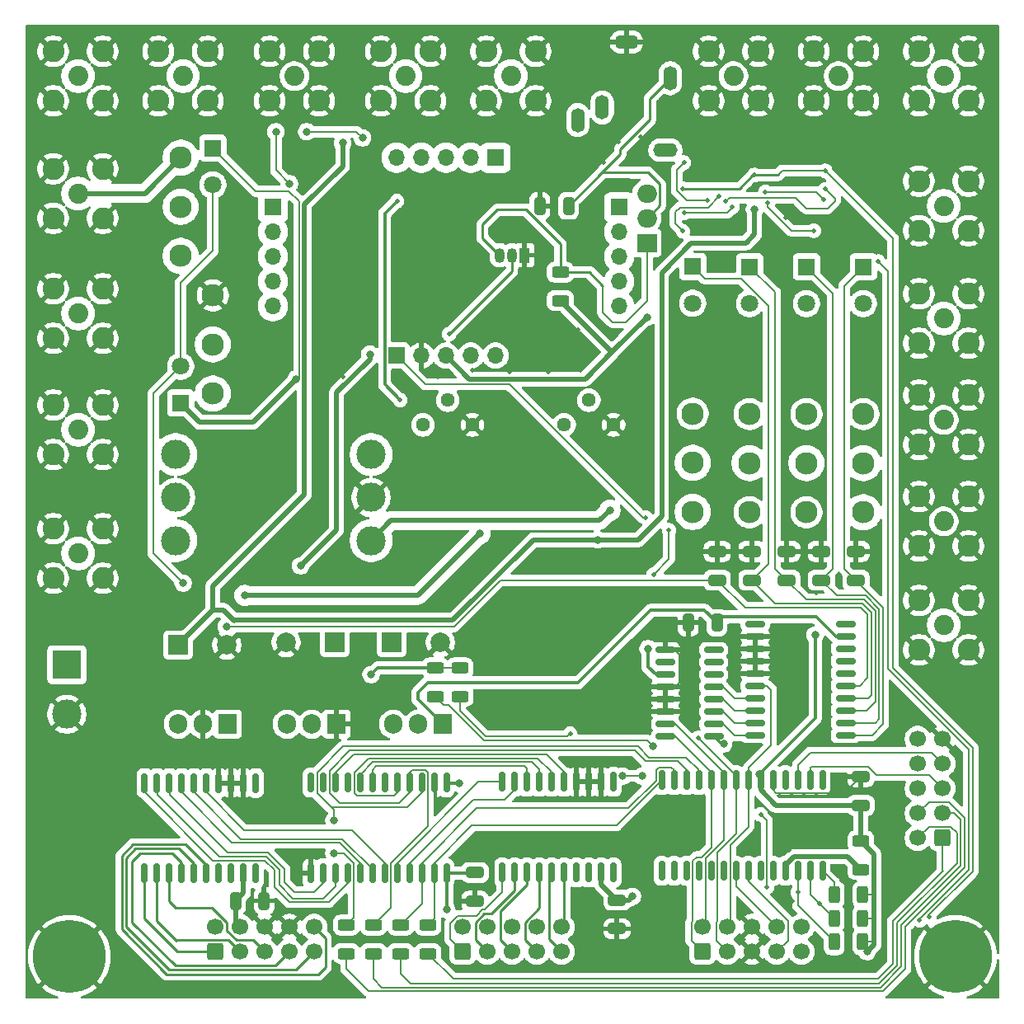
<source format=gbr>
%TF.GenerationSoftware,KiCad,Pcbnew,9.0.2*%
%TF.CreationDate,2025-07-28T11:32:36-05:00*%
%TF.ProjectId,K9HZ_100W_11band_LPF-Control,4b39485a-5f31-4303-9057-5f313162616e,rev?*%
%TF.SameCoordinates,Original*%
%TF.FileFunction,Copper,L4,Bot*%
%TF.FilePolarity,Positive*%
%FSLAX46Y46*%
G04 Gerber Fmt 4.6, Leading zero omitted, Abs format (unit mm)*
G04 Created by KiCad (PCBNEW 9.0.2) date 2025-07-28 11:32:36*
%MOMM*%
%LPD*%
G01*
G04 APERTURE LIST*
G04 Aperture macros list*
%AMRoundRect*
0 Rectangle with rounded corners*
0 $1 Rounding radius*
0 $2 $3 $4 $5 $6 $7 $8 $9 X,Y pos of 4 corners*
0 Add a 4 corners polygon primitive as box body*
4,1,4,$2,$3,$4,$5,$6,$7,$8,$9,$2,$3,0*
0 Add four circle primitives for the rounded corners*
1,1,$1+$1,$2,$3*
1,1,$1+$1,$4,$5*
1,1,$1+$1,$6,$7*
1,1,$1+$1,$8,$9*
0 Add four rect primitives between the rounded corners*
20,1,$1+$1,$2,$3,$4,$5,0*
20,1,$1+$1,$4,$5,$6,$7,0*
20,1,$1+$1,$6,$7,$8,$9,0*
20,1,$1+$1,$8,$9,$2,$3,0*%
G04 Aperture macros list end*
%TA.AperFunction,ComponentPad*%
%ADD10C,2.050000*%
%TD*%
%TA.AperFunction,ComponentPad*%
%ADD11C,2.250000*%
%TD*%
%TA.AperFunction,ComponentPad*%
%ADD12R,1.700000X1.700000*%
%TD*%
%TA.AperFunction,ComponentPad*%
%ADD13O,1.700000X1.700000*%
%TD*%
%TA.AperFunction,ComponentPad*%
%ADD14R,3.000000X3.000000*%
%TD*%
%TA.AperFunction,ComponentPad*%
%ADD15C,3.000000*%
%TD*%
%TA.AperFunction,ComponentPad*%
%ADD16C,1.440000*%
%TD*%
%TA.AperFunction,ComponentPad*%
%ADD17RoundRect,0.250000X0.600000X-0.600000X0.600000X0.600000X-0.600000X0.600000X-0.600000X-0.600000X0*%
%TD*%
%TA.AperFunction,ComponentPad*%
%ADD18C,1.700000*%
%TD*%
%TA.AperFunction,ComponentPad*%
%ADD19R,1.905000X2.000000*%
%TD*%
%TA.AperFunction,ComponentPad*%
%ADD20O,1.905000X2.000000*%
%TD*%
%TA.AperFunction,ComponentPad*%
%ADD21C,7.500000*%
%TD*%
%TA.AperFunction,ComponentPad*%
%ADD22C,2.300000*%
%TD*%
%TA.AperFunction,ComponentPad*%
%ADD23R,1.800000X1.800000*%
%TD*%
%TA.AperFunction,ComponentPad*%
%ADD24C,1.800000*%
%TD*%
%TA.AperFunction,ComponentPad*%
%ADD25RoundRect,0.250000X0.600000X0.600000X-0.600000X0.600000X-0.600000X-0.600000X0.600000X-0.600000X0*%
%TD*%
%TA.AperFunction,ComponentPad*%
%ADD26R,2.000000X2.000000*%
%TD*%
%TA.AperFunction,ComponentPad*%
%ADD27C,2.000000*%
%TD*%
%TA.AperFunction,SMDPad,CuDef*%
%ADD28RoundRect,0.250000X-0.625000X0.312500X-0.625000X-0.312500X0.625000X-0.312500X0.625000X0.312500X0*%
%TD*%
%TA.AperFunction,SMDPad,CuDef*%
%ADD29RoundRect,0.250000X-0.650000X0.325000X-0.650000X-0.325000X0.650000X-0.325000X0.650000X0.325000X0*%
%TD*%
%TA.AperFunction,SMDPad,CuDef*%
%ADD30RoundRect,0.250000X-0.325000X-0.650000X0.325000X-0.650000X0.325000X0.650000X-0.325000X0.650000X0*%
%TD*%
%TA.AperFunction,SMDPad,CuDef*%
%ADD31RoundRect,0.250000X-0.312500X-0.625000X0.312500X-0.625000X0.312500X0.625000X-0.312500X0.625000X0*%
%TD*%
%TA.AperFunction,SMDPad,CuDef*%
%ADD32RoundRect,0.250000X0.625000X-0.312500X0.625000X0.312500X-0.625000X0.312500X-0.625000X-0.312500X0*%
%TD*%
%TA.AperFunction,SMDPad,CuDef*%
%ADD33RoundRect,0.250000X0.650000X-0.325000X0.650000X0.325000X-0.650000X0.325000X-0.650000X-0.325000X0*%
%TD*%
%TA.AperFunction,SMDPad,CuDef*%
%ADD34RoundRect,0.150000X0.150000X-0.875000X0.150000X0.875000X-0.150000X0.875000X-0.150000X-0.875000X0*%
%TD*%
%TA.AperFunction,ComponentPad*%
%ADD35R,2.000000X1.905000*%
%TD*%
%TA.AperFunction,ComponentPad*%
%ADD36O,2.000000X1.905000*%
%TD*%
%TA.AperFunction,SMDPad,CuDef*%
%ADD37RoundRect,0.250000X0.325000X0.650000X-0.325000X0.650000X-0.325000X-0.650000X0.325000X-0.650000X0*%
%TD*%
%TA.AperFunction,ComponentPad*%
%ADD38O,1.400000X2.500000*%
%TD*%
%TA.AperFunction,ComponentPad*%
%ADD39O,2.500000X1.400000*%
%TD*%
%TA.AperFunction,SMDPad,CuDef*%
%ADD40RoundRect,0.150000X-0.150000X0.875000X-0.150000X-0.875000X0.150000X-0.875000X0.150000X0.875000X0*%
%TD*%
%TA.AperFunction,SMDPad,CuDef*%
%ADD41RoundRect,0.150000X-0.875000X-0.150000X0.875000X-0.150000X0.875000X0.150000X-0.875000X0.150000X0*%
%TD*%
%TA.AperFunction,ComponentPad*%
%ADD42R,1.050000X1.500000*%
%TD*%
%TA.AperFunction,ComponentPad*%
%ADD43O,1.050000X1.500000*%
%TD*%
%TA.AperFunction,SMDPad,CuDef*%
%ADD44RoundRect,0.150000X-0.825000X-0.150000X0.825000X-0.150000X0.825000X0.150000X-0.825000X0.150000X0*%
%TD*%
%TA.AperFunction,ViaPad*%
%ADD45C,0.500000*%
%TD*%
%TA.AperFunction,ViaPad*%
%ADD46C,0.800000*%
%TD*%
%TA.AperFunction,Conductor*%
%ADD47C,0.200000*%
%TD*%
%TA.AperFunction,Conductor*%
%ADD48C,0.250000*%
%TD*%
%TA.AperFunction,Conductor*%
%ADD49C,0.500000*%
%TD*%
%TA.AperFunction,Conductor*%
%ADD50C,0.350000*%
%TD*%
%TA.AperFunction,Conductor*%
%ADD51C,0.508000*%
%TD*%
%TA.AperFunction,Conductor*%
%ADD52C,0.525000*%
%TD*%
G04 APERTURE END LIST*
D10*
%TO.P,J3,1,In*%
%TO.N,/RF1*%
X154305000Y-48260000D03*
D11*
%TO.P,J3,2,Ext*%
%TO.N,GND*%
X156845000Y-50800000D03*
X156845000Y-45720000D03*
X151765000Y-50800000D03*
X151765000Y-45720000D03*
%TD*%
D10*
%TO.P,J10,1,In*%
%TO.N,/RF22*%
X65405000Y-72644000D03*
D11*
%TO.P,J10,2,Ext*%
%TO.N,GND*%
X67945000Y-70104000D03*
X62865000Y-70104000D03*
X67945000Y-75184000D03*
X62865000Y-75184000D03*
%TD*%
D12*
%TO.P,J16.2,1,Pin_1*%
%TO.N,/SWR_TO_PIN_DIODE_TR*%
X85418000Y-61722000D03*
D13*
%TO.P,J16.2,2,Pin_2*%
X85418000Y-64262000D03*
%TO.P,J16.2,3,Pin_3*%
X85418000Y-66802000D03*
%TO.P,J16.2,4,Pin_4*%
X85418000Y-69342000D03*
%TO.P,J16.2,5,Pin_5*%
X85418000Y-71882000D03*
%TD*%
D12*
%TO.P,J17.1,1,Pin_1*%
%TO.N,/RF28*%
X108278000Y-56642000D03*
D13*
%TO.P,J17.1,2,Pin_2*%
X105738000Y-56642000D03*
%TO.P,J17.1,3,Pin_3*%
X103198000Y-56642000D03*
%TO.P,J17.1,4,Pin_4*%
X100658000Y-56642000D03*
%TO.P,J17.1,5,Pin_5*%
X98118000Y-56642000D03*
%TD*%
D10*
%TO.P,J8,1,In*%
%TO.N,/RF19*%
X65405000Y-48260000D03*
D11*
%TO.P,J8,2,Ext*%
%TO.N,GND*%
X67945000Y-50800000D03*
X67945000Y-45720000D03*
X62865000Y-50800000D03*
X62865000Y-45720000D03*
%TD*%
D14*
%TO.P,J20,1,Pin_1*%
%TO.N,Net-(J20-Pin_1)*%
X64262000Y-108712000D03*
D15*
%TO.P,J20,2,Pin_2*%
%TO.N,GND*%
X64262000Y-113792000D03*
%TD*%
D16*
%TO.P,RV19,1,1*%
%TO.N,Net-(D1-K)*%
X100828000Y-84079000D03*
%TO.P,RV19,2,2*%
%TO.N,Net-(R26-Pad2)*%
X103368000Y-81539000D03*
%TO.P,RV19,3,3*%
%TO.N,GND*%
X105908000Y-84079000D03*
%TD*%
D17*
%TO.P,J1,1,Pin_1*%
%TO.N,Net-(J1-Pin_1)*%
X129540000Y-138176000D03*
D18*
%TO.P,J1,2,Pin_2*%
%TO.N,Net-(J1-Pin_2)*%
X129540000Y-135636000D03*
%TO.P,J1,3,Pin_3*%
%TO.N,/XVTR_SEL*%
X132080000Y-138176000D03*
%TO.P,J1,4,Pin_4*%
%TO.N,Net-(J1-Pin_4)*%
X132080000Y-135636000D03*
%TO.P,J1,5,Pin_5*%
%TO.N,GND*%
X134620000Y-138176000D03*
%TO.P,J1,6,Pin_6*%
X134620000Y-135636000D03*
%TO.P,J1,7,Pin_7*%
%TO.N,/TX_BPF_SEL*%
X137160000Y-138176000D03*
%TO.P,J1,8,Pin_8*%
%TO.N,/RX_BPF_SEL*%
X137160000Y-135636000D03*
%TO.P,J1,9,Pin_9*%
%TO.N,unconnected-(J1-Pin_9-Pad9)*%
X139700000Y-138176000D03*
%TO.P,J1,10,Pin_10*%
%TO.N,/TX*%
X139700000Y-135636000D03*
%TD*%
D19*
%TO.P,U13,1,IN*%
%TO.N,+12V*%
X102870000Y-114808000D03*
D20*
%TO.P,U13,2,GND*%
%TO.N,GND*%
X100330000Y-114808000D03*
%TO.P,U13,3,OUT*%
%TO.N,+8V*%
X97790000Y-114808000D03*
%TD*%
D21*
%TO.P,H2,1,1*%
%TO.N,GND*%
X64516000Y-138684000D03*
%TD*%
D22*
%TO.P,K5,11*%
%TO.N,/RF23*%
X140208000Y-88008000D03*
%TO.P,K5,12*%
%TO.N,unconnected-(K5-Pad12)*%
X140208000Y-82968000D03*
%TO.P,K5,14*%
%TO.N,/RRF25*%
X140208000Y-93048000D03*
D23*
%TO.P,K5,A1*%
%TO.N,/ANT2_SEL*%
X140208000Y-67848000D03*
D24*
%TO.P,K5,A2*%
%TO.N,+12V*%
X140208000Y-71628000D03*
%TD*%
D10*
%TO.P,J18,1,In*%
%TO.N,/RRF9*%
X132715000Y-48260000D03*
D11*
%TO.P,J18,2,Ext*%
%TO.N,GND*%
X135255000Y-50800000D03*
X135255000Y-45720000D03*
X130175000Y-50800000D03*
X130175000Y-45720000D03*
%TD*%
D25*
%TO.P,J21,1,Pin_1*%
%TO.N,/BIT0*%
X154178000Y-126492000D03*
D18*
%TO.P,J21,2,Pin_2*%
%TO.N,/BIT1*%
X151638000Y-126492000D03*
%TO.P,J21,3,Pin_3*%
%TO.N,/BIT2*%
X154178000Y-123952000D03*
%TO.P,J21,4,Pin_4*%
%TO.N,/BIT3*%
X151638000Y-123952000D03*
%TO.P,J21,5,Pin_5*%
%TO.N,/SDA*%
X154178000Y-121412000D03*
%TO.P,J21,6,Pin_6*%
%TO.N,/FWD_V*%
X151638000Y-121412000D03*
%TO.P,J21,7,Pin_7*%
%TO.N,/SCL*%
X154178000Y-118872000D03*
%TO.P,J21,8,Pin_8*%
%TO.N,/REF_V*%
X151638000Y-118872000D03*
%TO.P,J21,9,Pin_9*%
%TO.N,GND*%
X154178000Y-116332000D03*
%TO.P,J21,10,Pin_10*%
%TO.N,/TX*%
X151638000Y-116332000D03*
%TD*%
D22*
%TO.P,K7,11*%
%TO.N,/RF23*%
X128524000Y-87975000D03*
%TO.P,K7,12*%
%TO.N,unconnected-(K7-Pad12)*%
X128524000Y-82935000D03*
%TO.P,K7,14*%
%TO.N,/RF27*%
X128524000Y-93015000D03*
D23*
%TO.P,K7,A1*%
%TO.N,/ANT4_SEL*%
X128524000Y-67815000D03*
D24*
%TO.P,K7,A2*%
%TO.N,+12V*%
X128524000Y-71595000D03*
%TD*%
D10*
%TO.P,J23,1,In*%
%TO.N,/LPF_TO_SWR*%
X65405000Y-97282000D03*
D11*
%TO.P,J23,2,Ext*%
%TO.N,GND*%
X67945000Y-94742000D03*
X62865000Y-94742000D03*
X67945000Y-99822000D03*
X62865000Y-99822000D03*
%TD*%
D12*
%TO.P,J17.2,1,Pin_1*%
%TO.N,/TX*%
X98118000Y-76962000D03*
D13*
%TO.P,J17.2,2,Pin_2*%
%TO.N,GND*%
X100658000Y-76962000D03*
%TO.P,J17.2,3,Pin_3*%
%TO.N,+12V*%
X103198000Y-76962000D03*
%TO.P,J17.2,4,Pin_4*%
%TO.N,/8R ~{TX}*%
X105738000Y-76962000D03*
%TO.P,J17.2,5,Pin_5*%
%TO.N,/8T TX*%
X108278000Y-76962000D03*
%TD*%
D10*
%TO.P,J11,1,In*%
%TO.N,/RF24*%
X154305000Y-73152000D03*
D11*
%TO.P,J11,2,Ext*%
%TO.N,GND*%
X151765000Y-75692000D03*
X156845000Y-75692000D03*
X151765000Y-70612000D03*
X156845000Y-70612000D03*
%TD*%
D22*
%TO.P,K6,11*%
%TO.N,/RF23*%
X134366000Y-88008000D03*
%TO.P,K6,12*%
%TO.N,unconnected-(K6-Pad12)*%
X134366000Y-82968000D03*
%TO.P,K6,14*%
%TO.N,/RRF26*%
X134366000Y-93048000D03*
D23*
%TO.P,K6,A1*%
%TO.N,/ANT3_SEL*%
X134366000Y-67848000D03*
D24*
%TO.P,K6,A2*%
%TO.N,+12V*%
X134366000Y-71628000D03*
%TD*%
D19*
%TO.P,U11,1,VI*%
%TO.N,+12V*%
X80772000Y-114808000D03*
D20*
%TO.P,U11,2,GND*%
%TO.N,GND*%
X78232000Y-114808000D03*
%TO.P,U11,3,VO*%
%TO.N,+5V*%
X75692000Y-114808000D03*
%TD*%
D10*
%TO.P,J5,1,In*%
%TO.N,/RRF14*%
X87630000Y-48260000D03*
D11*
%TO.P,J5,2,Ext*%
%TO.N,GND*%
X90170000Y-50800000D03*
X90170000Y-45720000D03*
X85090000Y-50800000D03*
X85090000Y-45720000D03*
%TD*%
D16*
%TO.P,RV27,1,1*%
%TO.N,Net-(D2-K)*%
X115316000Y-84079000D03*
%TO.P,RV27,2,2*%
%TO.N,Net-(R29-Pad1)*%
X117856000Y-81539000D03*
%TO.P,RV27,3,3*%
%TO.N,GND*%
X120396000Y-84079000D03*
%TD*%
D26*
%TO.P,C134,1*%
%TO.N,+8V*%
X97616000Y-106426000D03*
D27*
%TO.P,C134,2*%
%TO.N,GND*%
X102616000Y-106426000D03*
%TD*%
D10*
%TO.P,J14,1,In*%
%TO.N,/RF27*%
X154305000Y-104648000D03*
D11*
%TO.P,J14,2,Ext*%
%TO.N,GND*%
X151765000Y-107188000D03*
X156845000Y-107188000D03*
X151765000Y-102108000D03*
X156845000Y-102108000D03*
%TD*%
D22*
%TO.P,K4,11*%
%TO.N,/RF23*%
X146050000Y-88008000D03*
%TO.P,K4,12*%
%TO.N,unconnected-(K4-Pad12)*%
X146050000Y-82968000D03*
%TO.P,K4,14*%
%TO.N,/RF24*%
X146050000Y-93048000D03*
D23*
%TO.P,K4,A1*%
%TO.N,/ANT1_SEL*%
X146050000Y-67848000D03*
D24*
%TO.P,K4,A2*%
%TO.N,+12V*%
X146050000Y-71628000D03*
%TD*%
D26*
%TO.P,C142,1*%
%TO.N,+3V3*%
X91775677Y-106426000D03*
D27*
%TO.P,C142,2*%
%TO.N,GND*%
X86775677Y-106426000D03*
%TD*%
D10*
%TO.P,J13,1,In*%
%TO.N,/RRF26*%
X154305000Y-93980000D03*
D11*
%TO.P,J13,2,Ext*%
%TO.N,GND*%
X151765000Y-96520000D03*
X156845000Y-96520000D03*
X151765000Y-91440000D03*
X156845000Y-91440000D03*
%TD*%
D10*
%TO.P,J16,1,In*%
%TO.N,/RF21*%
X65405000Y-84582000D03*
D11*
%TO.P,J16,2,Ext*%
%TO.N,GND*%
X67945000Y-82042000D03*
X62865000Y-82042000D03*
X67945000Y-87122000D03*
X62865000Y-87122000D03*
%TD*%
D10*
%TO.P,J4,1,In*%
%TO.N,/RF7*%
X109855000Y-48260000D03*
D11*
%TO.P,J4,2,Ext*%
%TO.N,GND*%
X112395000Y-50800000D03*
X112395000Y-45720000D03*
X107315000Y-50800000D03*
X107315000Y-45720000D03*
%TD*%
D15*
%TO.P,L44,1,1*%
%TO.N,/LPF_TO_SWR*%
X75438000Y-87122000D03*
%TO.P,L44,2,2*%
%TO.N,/SWR_TO_PIN_DIODE_TR*%
X95504000Y-87122000D03*
%TO.P,L44,3,3*%
%TO.N,/RF35*%
X75438000Y-95952000D03*
%TO.P,L44,4,4*%
%TO.N,/RF36*%
X95504000Y-95952000D03*
%TO.P,L44,5,5*%
%TO.N,GND*%
X95504000Y-91537000D03*
%TO.P,L44,6,6*%
%TO.N,unconnected-(L44-Pad6)*%
X75438000Y-91537000D03*
%TD*%
D17*
%TO.P,J25,1,Pin_1*%
%TO.N,/160M*%
X79502000Y-138176000D03*
D18*
%TO.P,J25,2,Pin_2*%
%TO.N,+12V*%
X79502000Y-135636000D03*
%TO.P,J25,3,Pin_3*%
%TO.N,/80M*%
X82042000Y-138176000D03*
%TO.P,J25,4,Pin_4*%
%TO.N,+12V*%
X82042000Y-135636000D03*
%TO.P,J25,5,Pin_5*%
%TO.N,/60M*%
X84582000Y-138176000D03*
%TO.P,J25,6,Pin_6*%
%TO.N,GND*%
X84582000Y-135636000D03*
%TO.P,J25,7,Pin_7*%
%TO.N,/40M*%
X87122000Y-138176000D03*
%TO.P,J25,8,Pin_8*%
%TO.N,GND*%
X87122000Y-135636000D03*
%TO.P,J25,9,Pin_9*%
%TO.N,/30M*%
X89662000Y-138176000D03*
%TO.P,J25,10,Pin_10*%
%TO.N,/20M*%
X89662000Y-135636000D03*
%TD*%
D17*
%TO.P,J24,1,Pin_1*%
%TO.N,/17M*%
X104902000Y-138176000D03*
D18*
%TO.P,J24,2,Pin_2*%
%TO.N,+12V*%
X104902000Y-135636000D03*
%TO.P,J24,3,Pin_3*%
%TO.N,/15M*%
X107442000Y-138176000D03*
%TO.P,J24,4,Pin_4*%
%TO.N,+12V*%
X107442000Y-135636000D03*
%TO.P,J24,5,Pin_5*%
%TO.N,/12M*%
X109982000Y-138176000D03*
%TO.P,J24,6,Pin_6*%
%TO.N,GND*%
X109982000Y-135636000D03*
%TO.P,J24,7,Pin_7*%
%TO.N,/10M*%
X112522000Y-138176000D03*
%TO.P,J24,8,Pin_8*%
%TO.N,GND*%
X112522000Y-135636000D03*
%TO.P,J24,9,Pin_9*%
%TO.N,/6M*%
X115062000Y-138176000D03*
%TO.P,J24,10,Pin_10*%
%TO.N,/NF*%
X115062000Y-135636000D03*
%TD*%
D19*
%TO.P,U16,1,GND*%
%TO.N,GND*%
X91948000Y-114808000D03*
D20*
%TO.P,U16,2,VO*%
%TO.N,+3V3*%
X89408000Y-114808000D03*
%TO.P,U16,3,VI*%
%TO.N,+12V*%
X86868000Y-114808000D03*
%TD*%
D10*
%TO.P,J7,1,In*%
%TO.N,/RF18*%
X76200000Y-48260000D03*
D11*
%TO.P,J7,2,Ext*%
%TO.N,GND*%
X78740000Y-50800000D03*
X78740000Y-45720000D03*
X73660000Y-50800000D03*
X73660000Y-45720000D03*
%TD*%
D12*
%TO.P,J16.1,1,Pin_1*%
%TO.N,/RF23*%
X120978000Y-61722000D03*
D13*
%TO.P,J16.1,2,Pin_2*%
X120978000Y-64262000D03*
%TO.P,J16.1,3,Pin_3*%
X120978000Y-66802000D03*
%TO.P,J16.1,4,Pin_4*%
X120978000Y-69342000D03*
%TO.P,J16.1,5,Pin_5*%
X120978000Y-71882000D03*
%TD*%
D26*
%TO.P,C131,1*%
%TO.N,+5V*%
X75692000Y-106680000D03*
D27*
%TO.P,C131,2*%
%TO.N,GND*%
X80692000Y-106680000D03*
%TD*%
D10*
%TO.P,J12,1,In*%
%TO.N,/RRF25*%
X154305000Y-83566000D03*
D11*
%TO.P,J12,2,Ext*%
%TO.N,GND*%
X151765000Y-86106000D03*
X156845000Y-86106000D03*
X151765000Y-81026000D03*
X156845000Y-81026000D03*
%TD*%
D10*
%TO.P,J6,1,In*%
%TO.N,/RF17*%
X99060000Y-48260000D03*
D11*
%TO.P,J6,2,Ext*%
%TO.N,GND*%
X101600000Y-50800000D03*
X101600000Y-45720000D03*
X96520000Y-50800000D03*
X96520000Y-45720000D03*
%TD*%
D21*
%TO.P,H1,1,1*%
%TO.N,GND*%
X155516000Y-138684000D03*
%TD*%
D10*
%TO.P,J15,1,In*%
%TO.N,/RRF8*%
X143510000Y-48260000D03*
D11*
%TO.P,J15,2,Ext*%
%TO.N,GND*%
X146050000Y-50800000D03*
X146050000Y-45720000D03*
X140970000Y-50800000D03*
X140970000Y-45720000D03*
%TD*%
D10*
%TO.P,J9,1,In*%
%TO.N,/RF20*%
X65405000Y-60325000D03*
D11*
%TO.P,J9,2,Ext*%
%TO.N,GND*%
X67945000Y-57785000D03*
X62865000Y-57785000D03*
X67945000Y-62865000D03*
X62865000Y-62865000D03*
%TD*%
D10*
%TO.P,J2,1,In*%
%TO.N,/RF34*%
X154305000Y-61595000D03*
D11*
%TO.P,J2,2,Ext*%
%TO.N,GND*%
X151765000Y-64135000D03*
X156845000Y-64135000D03*
X151765000Y-59055000D03*
X156845000Y-59055000D03*
%TD*%
D28*
%TO.P,R10,1*%
%TO.N,Net-(U12-A2)*%
X95758000Y-135443500D03*
%TO.P,R10,2*%
%TO.N,/BIT2*%
X95758000Y-138368500D03*
%TD*%
D29*
%TO.P,C129,1*%
%TO.N,+12V*%
X120750000Y-132875000D03*
%TO.P,C129,2*%
%TO.N,GND*%
X120750000Y-135825000D03*
%TD*%
D30*
%TO.P,C128,1*%
%TO.N,+12V*%
X81575000Y-132950000D03*
%TO.P,C128,2*%
%TO.N,GND*%
X84525000Y-132950000D03*
%TD*%
D31*
%TO.P,R1,1*%
%TO.N,Net-(JP1-A)*%
X143063500Y-137160000D03*
%TO.P,R1,2*%
%TO.N,+5V*%
X145988500Y-137160000D03*
%TD*%
D32*
%TO.P,R12,1*%
%TO.N,/SDA*%
X102108000Y-111952500D03*
%TO.P,R12,2*%
%TO.N,+3V3*%
X102108000Y-109027500D03*
%TD*%
D33*
%TO.P,C2,1*%
%TO.N,/ANT1_SEL*%
X145288000Y-100027000D03*
%TO.P,C2,2*%
%TO.N,GND*%
X145288000Y-97077000D03*
%TD*%
%TO.P,C3,1*%
%TO.N,/ANT2_SEL*%
X141732000Y-100027000D03*
%TO.P,C3,2*%
%TO.N,GND*%
X141732000Y-97077000D03*
%TD*%
D32*
%TO.P,R14,1*%
%TO.N,/SCL*%
X104648000Y-111952500D03*
%TO.P,R14,2*%
%TO.N,+3V3*%
X104648000Y-109027500D03*
%TD*%
D34*
%TO.P,U12,1,~{LE}*%
%TO.N,+5V*%
X103251000Y-130126000D03*
%TO.P,U12,2,A0*%
%TO.N,Net-(U12-A0)*%
X101981000Y-130126000D03*
%TO.P,U12,3,A1*%
%TO.N,Net-(U12-A1)*%
X100711000Y-130126000D03*
%TO.P,U12,4,Y7*%
%TO.N,Net-(U10-I2)*%
X99441000Y-130126000D03*
%TO.P,U12,5,Y6*%
%TO.N,Net-(U10-I1)*%
X98171000Y-130126000D03*
%TO.P,U12,6,Y5*%
%TO.N,Net-(U12-Y5)*%
X96901000Y-130126000D03*
%TO.P,U12,7,Y4*%
%TO.N,Net-(U12-Y4)*%
X95631000Y-130126000D03*
%TO.P,U12,8,Y3*%
%TO.N,Net-(U12-Y3)*%
X94361000Y-130126000D03*
%TO.P,U12,9,Y1*%
%TO.N,Net-(U12-Y1)*%
X93091000Y-130126000D03*
%TO.P,U12,10,Y2*%
%TO.N,Net-(U12-Y2)*%
X91821000Y-130126000D03*
%TO.P,U12,11,Y0*%
%TO.N,Net-(U12-Y0)*%
X90551000Y-130126000D03*
%TO.P,U12,12,GND*%
%TO.N,GND*%
X89281000Y-130126000D03*
%TO.P,U12,13,Y13*%
%TO.N,unconnected-(U12-Y13-Pad13)*%
X89281000Y-120826000D03*
%TO.P,U12,14,Y12*%
%TO.N,unconnected-(U12-Y12-Pad14)*%
X90551000Y-120826000D03*
%TO.P,U12,15,Y15*%
%TO.N,Net-(U10-I6)*%
X91821000Y-120826000D03*
%TO.P,U12,16,Y14*%
%TO.N,unconnected-(U12-Y14-Pad16)*%
X93091000Y-120826000D03*
%TO.P,U12,17,Y9*%
%TO.N,Net-(U10-I4)*%
X94361000Y-120826000D03*
%TO.P,U12,18,Y8*%
%TO.N,Net-(U10-I3)*%
X95631000Y-120826000D03*
%TO.P,U12,19,Y11*%
%TO.N,unconnected-(U12-Y11-Pad19)*%
X96901000Y-120826000D03*
%TO.P,U12,20,Y10*%
%TO.N,Net-(U10-I5)*%
X98171000Y-120826000D03*
%TO.P,U12,21,A2*%
%TO.N,Net-(U12-A2)*%
X99441000Y-120826000D03*
%TO.P,U12,22,A3*%
%TO.N,Net-(U12-A3)*%
X100711000Y-120826000D03*
%TO.P,U12,23,~{E}*%
%TO.N,GND*%
X101981000Y-120826000D03*
%TO.P,U12,24,VCC*%
%TO.N,+5V*%
X103251000Y-120826000D03*
%TD*%
D28*
%TO.P,R9,1*%
%TO.N,Net-(U12-A1)*%
X98552000Y-135443500D03*
%TO.P,R9,2*%
%TO.N,/BIT1*%
X98552000Y-138368500D03*
%TD*%
D35*
%TO.P,Q1,1,G*%
%TO.N,Net-(Q1-G)*%
X123825000Y-65405000D03*
D36*
%TO.P,Q1,2,D*%
%TO.N,Net-(Q1-D)*%
X123825000Y-62865000D03*
%TO.P,Q1,3,S*%
%TO.N,GND*%
X123825000Y-60325000D03*
%TD*%
D28*
%TO.P,R8,1*%
%TO.N,Net-(U12-A0)*%
X101346000Y-135443500D03*
%TO.P,R8,2*%
%TO.N,/BIT0*%
X101346000Y-138368500D03*
%TD*%
D37*
%TO.P,C19,1*%
%TO.N,Net-(Q1-D)*%
X115775000Y-61595000D03*
%TO.P,C19,2*%
%TO.N,GND*%
X112825000Y-61595000D03*
%TD*%
D33*
%TO.P,C11,1*%
%TO.N,/100W_PA_SEL*%
X131050000Y-100027000D03*
%TO.P,C11,2*%
%TO.N,GND*%
X131050000Y-97077000D03*
%TD*%
D37*
%TO.P,C12,1*%
%TO.N,+12V*%
X131015000Y-104394000D03*
%TO.P,C12,2*%
%TO.N,GND*%
X128065000Y-104394000D03*
%TD*%
D22*
%TO.P,K2,11*%
%TO.N,/RF19*%
X75946000Y-61682000D03*
%TO.P,K2,12*%
%TO.N,/RF21*%
X75946000Y-66722000D03*
%TO.P,K2,14*%
%TO.N,/RF20*%
X75946000Y-56642000D03*
D23*
%TO.P,K2,A1*%
%TO.N,+12V*%
X75946000Y-81842000D03*
D24*
%TO.P,K2,A2*%
%TO.N,/100W_PA_SEL*%
X75946000Y-78062000D03*
%TD*%
D38*
%TO.P,J19,R*%
%TO.N,unconnected-(J19-PadR)*%
X116730000Y-52780000D03*
%TO.P,J19,RN*%
%TO.N,unconnected-(J19-PadRN)*%
X119230000Y-51480000D03*
D39*
%TO.P,J19,S*%
%TO.N,GND*%
X121730000Y-44780000D03*
D38*
%TO.P,J19,T*%
%TO.N,Net-(Q1-D)*%
X126230000Y-48480000D03*
D39*
%TO.P,J19,TN*%
%TO.N,unconnected-(J19-PadTN)*%
X125730000Y-55880000D03*
%TD*%
D22*
%TO.P,K3,11*%
%TO.N,/RF22*%
X79248000Y-75816000D03*
%TO.P,K3,12*%
%TO.N,GND*%
X79248000Y-70776000D03*
%TO.P,K3,14*%
%TO.N,/RF21*%
X79248000Y-80856000D03*
D23*
%TO.P,K3,A1*%
%TO.N,+12V*%
X79248000Y-55656000D03*
D24*
%TO.P,K3,A2*%
%TO.N,/100W_PA_SEL*%
X79248000Y-59436000D03*
%TD*%
D33*
%TO.P,C5,1*%
%TO.N,/ANT4_SEL*%
X134620000Y-100027000D03*
%TO.P,C5,2*%
%TO.N,GND*%
X134620000Y-97077000D03*
%TD*%
D40*
%TO.P,U15,1,GPB0*%
%TO.N,Net-(U12-A0)*%
X125349000Y-120572000D03*
%TO.P,U15,2,GPB1*%
%TO.N,Net-(U12-A1)*%
X126619000Y-120572000D03*
%TO.P,U15,3,GPB2*%
%TO.N,Net-(U12-A2)*%
X127889000Y-120572000D03*
%TO.P,U15,4,GPB3*%
%TO.N,Net-(U12-A3)*%
X129159000Y-120572000D03*
%TO.P,U15,5,GPB4*%
%TO.N,Net-(J1-Pin_1)*%
X130429000Y-120572000D03*
%TO.P,U15,6,GPB5*%
%TO.N,Net-(J1-Pin_2)*%
X131699000Y-120572000D03*
%TO.P,U15,7,GPB6*%
%TO.N,/XVTR_SEL*%
X132969000Y-120572000D03*
%TO.P,U15,8,GPB7*%
%TO.N,Net-(J1-Pin_4)*%
X134239000Y-120572000D03*
%TO.P,U15,9,VDD*%
%TO.N,+5V*%
X135509000Y-120572000D03*
%TO.P,U15,10,VSS*%
%TO.N,GND*%
X136779000Y-120572000D03*
%TO.P,U15,11,NC*%
%TO.N,unconnected-(U15-NC-Pad11)*%
X138049000Y-120572000D03*
%TO.P,U15,12,SCK*%
%TO.N,/SCL*%
X139319000Y-120572000D03*
%TO.P,U15,13,SDA*%
%TO.N,/SDA*%
X140589000Y-120572000D03*
%TO.P,U15,14,NC*%
%TO.N,unconnected-(U15-NC-Pad14)*%
X141859000Y-120572000D03*
%TO.P,U15,15,A0*%
%TO.N,Net-(JP3-A)*%
X141859000Y-129872000D03*
%TO.P,U15,16,A1*%
%TO.N,Net-(JP2-A)*%
X140589000Y-129872000D03*
%TO.P,U15,17,A2*%
%TO.N,Net-(JP1-A)*%
X139319000Y-129872000D03*
%TO.P,U15,18,~{RESET}*%
%TO.N,Net-(U15-~{RESET})*%
X138049000Y-129872000D03*
%TO.P,U15,19,INTB*%
%TO.N,unconnected-(U15-INTB-Pad19)*%
X136779000Y-129872000D03*
%TO.P,U15,20,INTA*%
%TO.N,unconnected-(U15-INTA-Pad20)*%
X135509000Y-129872000D03*
%TO.P,U15,21,GPA0*%
%TO.N,/TX_BPF_SEL*%
X134239000Y-129872000D03*
%TO.P,U15,22,GPA1*%
%TO.N,/RX_BPF_SEL*%
X132969000Y-129872000D03*
%TO.P,U15,23,GPA2*%
%TO.N,unconnected-(U15-GPA2-Pad23)*%
X131699000Y-129872000D03*
%TO.P,U15,24,GPA3*%
%TO.N,unconnected-(U15-GPA3-Pad24)*%
X130429000Y-129872000D03*
%TO.P,U15,25,GPA4*%
%TO.N,unconnected-(U15-GPA4-Pad25)*%
X129159000Y-129872000D03*
%TO.P,U15,26,GPA5*%
%TO.N,unconnected-(U15-GPA5-Pad26)*%
X127889000Y-129872000D03*
%TO.P,U15,27,GPA6*%
%TO.N,unconnected-(U15-GPA6-Pad27)*%
X126619000Y-129872000D03*
%TO.P,U15,28,GPA7*%
%TO.N,unconnected-(U15-GPA7-Pad28)*%
X125349000Y-129872000D03*
%TD*%
D32*
%TO.P,R7,1*%
%TO.N,+12V*%
X114935000Y-71312500D03*
%TO.P,R7,2*%
%TO.N,Net-(Q1-G)*%
X114935000Y-68387500D03*
%TD*%
D41*
%TO.P,U4,1,I1*%
%TO.N,Net-(U2-Y0)*%
X134950000Y-115960000D03*
%TO.P,U4,2,I2*%
%TO.N,Net-(U2-Y1)*%
X134950000Y-114690000D03*
%TO.P,U4,3,I3*%
%TO.N,Net-(U2-Y2)*%
X134950000Y-113420000D03*
%TO.P,U4,4,I4*%
%TO.N,Net-(U2-Y3)*%
X134950000Y-112150000D03*
%TO.P,U4,5,I5*%
%TO.N,Net-(J1-Pin_4)*%
X134950000Y-110880000D03*
%TO.P,U4,6,I6*%
%TO.N,GND*%
X134950000Y-109610000D03*
%TO.P,U4,7,I7*%
X134950000Y-108340000D03*
%TO.P,U4,8,I8*%
X134950000Y-107070000D03*
%TO.P,U4,9,GND*%
X134950000Y-105800000D03*
%TO.P,U4,10,NC*%
%TO.N,unconnected-(U4-NC-Pad10)*%
X134950000Y-104530000D03*
%TO.P,U4,11,NC*%
%TO.N,unconnected-(U4-NC-Pad11)*%
X144250000Y-104530000D03*
%TO.P,U4,12,COM*%
%TO.N,+12V*%
X144250000Y-105800000D03*
%TO.P,U4,13,O8*%
%TO.N,unconnected-(U4-O8-Pad13)*%
X144250000Y-107070000D03*
%TO.P,U4,14,O7*%
%TO.N,unconnected-(U4-O7-Pad14)*%
X144250000Y-108340000D03*
%TO.P,U4,15,O6*%
%TO.N,unconnected-(U4-O6-Pad15)*%
X144250000Y-109610000D03*
%TO.P,U4,16,O5*%
%TO.N,/100W_PA_SEL*%
X144250000Y-110880000D03*
%TO.P,U4,17,O4*%
%TO.N,/ANT4_SEL*%
X144250000Y-112150000D03*
%TO.P,U4,18,O3*%
%TO.N,/ANT3_SEL*%
X144250000Y-113420000D03*
%TO.P,U4,19,O2*%
%TO.N,/ANT2_SEL*%
X144250000Y-114690000D03*
%TO.P,U4,20,O1*%
%TO.N,/ANT1_SEL*%
X144250000Y-115960000D03*
%TD*%
D42*
%TO.P,Q2,1,S*%
%TO.N,GND*%
X111252000Y-66654000D03*
D43*
%TO.P,Q2,2,G*%
%TO.N,/8R ~{TX}*%
X109982000Y-66654000D03*
%TO.P,Q2,3,D*%
%TO.N,Net-(Q1-G)*%
X108712000Y-66654000D03*
%TD*%
D33*
%TO.P,C141,1*%
%TO.N,+5V*%
X145796000Y-123141000D03*
%TO.P,C141,2*%
%TO.N,GND*%
X145796000Y-120191000D03*
%TD*%
D40*
%TO.P,U10,1,I1*%
%TO.N,Net-(U10-I1)*%
X108985000Y-120750000D03*
%TO.P,U10,2,I2*%
%TO.N,Net-(U10-I2)*%
X110255000Y-120750000D03*
%TO.P,U10,3,I3*%
%TO.N,Net-(U10-I3)*%
X111525000Y-120750000D03*
%TO.P,U10,4,I4*%
%TO.N,Net-(U10-I4)*%
X112795000Y-120750000D03*
%TO.P,U10,5,I5*%
%TO.N,Net-(U10-I5)*%
X114065000Y-120750000D03*
%TO.P,U10,6,I6*%
%TO.N,Net-(U10-I6)*%
X115335000Y-120750000D03*
%TO.P,U10,7,I7*%
%TO.N,GND*%
X116605000Y-120750000D03*
%TO.P,U10,8,I8*%
X117875000Y-120750000D03*
%TO.P,U10,9,GND*%
X119145000Y-120750000D03*
%TO.P,U10,10,NC*%
%TO.N,unconnected-(U10-NC-Pad10)*%
X120415000Y-120750000D03*
%TO.P,U10,11,NC*%
%TO.N,unconnected-(U10-NC-Pad11)*%
X120415000Y-130050000D03*
%TO.P,U10,12,COM*%
%TO.N,+12V*%
X119145000Y-130050000D03*
%TO.P,U10,13,O8*%
%TO.N,unconnected-(U10-O8-Pad13)*%
X117875000Y-130050000D03*
%TO.P,U10,14,O7*%
%TO.N,unconnected-(U10-O7-Pad14)*%
X116605000Y-130050000D03*
%TO.P,U10,15,O6*%
%TO.N,/NF*%
X115335000Y-130050000D03*
%TO.P,U10,16,O5*%
%TO.N,/6M*%
X114065000Y-130050000D03*
%TO.P,U10,17,O4*%
%TO.N,/10M*%
X112795000Y-130050000D03*
%TO.P,U10,18,O3*%
%TO.N,/12M*%
X111525000Y-130050000D03*
%TO.P,U10,19,O2*%
%TO.N,/15M*%
X110255000Y-130050000D03*
%TO.P,U10,20,O1*%
%TO.N,/17M*%
X108985000Y-130050000D03*
%TD*%
D31*
%TO.P,R2,1*%
%TO.N,Net-(JP2-A)*%
X143063500Y-134747000D03*
%TO.P,R2,2*%
%TO.N,+5V*%
X145988500Y-134747000D03*
%TD*%
D40*
%TO.P,U9,1,I1*%
%TO.N,Net-(U12-Y1)*%
X72235000Y-120850000D03*
%TO.P,U9,2,I2*%
%TO.N,Net-(U12-Y2)*%
X73505000Y-120850000D03*
%TO.P,U9,3,I3*%
%TO.N,Net-(U12-Y0)*%
X74775000Y-120850000D03*
%TO.P,U9,4,I4*%
%TO.N,Net-(U12-Y3)*%
X76045000Y-120850000D03*
%TO.P,U9,5,I5*%
%TO.N,Net-(U12-Y4)*%
X77315000Y-120850000D03*
%TO.P,U9,6,I6*%
%TO.N,Net-(U12-Y5)*%
X78585000Y-120850000D03*
%TO.P,U9,7,I7*%
%TO.N,GND*%
X79855000Y-120850000D03*
%TO.P,U9,8,I8*%
X81125000Y-120850000D03*
%TO.P,U9,9,GND*%
X82395000Y-120850000D03*
%TO.P,U9,10,NC*%
%TO.N,unconnected-(U9-NC-Pad10)*%
X83665000Y-120850000D03*
%TO.P,U9,11,NC*%
%TO.N,unconnected-(U9-NC-Pad11)*%
X83665000Y-130150000D03*
%TO.P,U9,12,COM*%
%TO.N,+12V*%
X82395000Y-130150000D03*
%TO.P,U9,13,O8*%
%TO.N,unconnected-(U9-O8-Pad13)*%
X81125000Y-130150000D03*
%TO.P,U9,14,O7*%
%TO.N,unconnected-(U9-O7-Pad14)*%
X79855000Y-130150000D03*
%TO.P,U9,15,O6*%
%TO.N,/20M*%
X78585000Y-130150000D03*
%TO.P,U9,16,O5*%
%TO.N,/30M*%
X77315000Y-130150000D03*
%TO.P,U9,17,O4*%
%TO.N,/40M*%
X76045000Y-130150000D03*
%TO.P,U9,18,O3*%
%TO.N,/60M*%
X74775000Y-130150000D03*
%TO.P,U9,19,O2*%
%TO.N,/80M*%
X73505000Y-130150000D03*
%TO.P,U9,20,O1*%
%TO.N,/160M*%
X72235000Y-130150000D03*
%TD*%
D29*
%TO.P,C130,1*%
%TO.N,+5V*%
X106172000Y-130048000D03*
%TO.P,C130,2*%
%TO.N,GND*%
X106172000Y-132998000D03*
%TD*%
D44*
%TO.P,U2,1,A0*%
%TO.N,Net-(J1-Pin_1)*%
X125733000Y-116078000D03*
%TO.P,U2,2,A1*%
%TO.N,Net-(J1-Pin_2)*%
X125733000Y-114808000D03*
%TO.P,U2,3,A2*%
%TO.N,GND*%
X125733000Y-113538000D03*
%TO.P,U2,4,~{LE}*%
X125733000Y-112268000D03*
%TO.P,U2,5,~{E1}*%
X125733000Y-110998000D03*
%TO.P,U2,6,E2*%
%TO.N,+5V*%
X125733000Y-109728000D03*
%TO.P,U2,7,Y7*%
%TO.N,unconnected-(U2-Y7-Pad7)*%
X125733000Y-108458000D03*
%TO.P,U2,8,GND*%
%TO.N,GND*%
X125733000Y-107188000D03*
%TO.P,U2,9,Y6*%
%TO.N,unconnected-(U2-Y6-Pad9)*%
X130683000Y-107188000D03*
%TO.P,U2,10,Y5*%
%TO.N,unconnected-(U2-Y5-Pad10)*%
X130683000Y-108458000D03*
%TO.P,U2,11,Y4*%
%TO.N,unconnected-(U2-Y4-Pad11)*%
X130683000Y-109728000D03*
%TO.P,U2,12,Y3*%
%TO.N,Net-(U2-Y3)*%
X130683000Y-110998000D03*
%TO.P,U2,13,Y2*%
%TO.N,Net-(U2-Y2)*%
X130683000Y-112268000D03*
%TO.P,U2,14,Y1*%
%TO.N,Net-(U2-Y1)*%
X130683000Y-113538000D03*
%TO.P,U2,15,Y0*%
%TO.N,Net-(U2-Y0)*%
X130683000Y-114808000D03*
%TO.P,U2,16,VCC*%
%TO.N,+5V*%
X130683000Y-116078000D03*
%TD*%
D28*
%TO.P,R15,1*%
%TO.N,+5V*%
X145796000Y-126807500D03*
%TO.P,R15,2*%
%TO.N,Net-(U15-~{RESET})*%
X145796000Y-129732500D03*
%TD*%
D31*
%TO.P,R3,1*%
%TO.N,Net-(JP3-A)*%
X143063500Y-132334000D03*
%TO.P,R3,2*%
%TO.N,+5V*%
X145988500Y-132334000D03*
%TD*%
D33*
%TO.P,C4,1*%
%TO.N,/ANT3_SEL*%
X138176000Y-100027000D03*
%TO.P,C4,2*%
%TO.N,GND*%
X138176000Y-97077000D03*
%TD*%
D28*
%TO.P,R11,1*%
%TO.N,Net-(U12-A3)*%
X92964000Y-135443500D03*
%TO.P,R11,2*%
%TO.N,/BIT3*%
X92964000Y-138368500D03*
%TD*%
D45*
%TO.N,GND*%
X118364000Y-97663000D03*
X74295000Y-89408000D03*
X70612000Y-141732000D03*
X146558000Y-55880000D03*
X122682000Y-81026000D03*
X108458000Y-60833000D03*
X106750000Y-68550000D03*
X99441000Y-102997000D03*
X105918000Y-78486000D03*
X105950000Y-131500000D03*
X82804000Y-68072000D03*
X101854000Y-102362000D03*
X87122000Y-68072000D03*
X91948000Y-102997000D03*
X110490000Y-75819000D03*
X92583000Y-79121000D03*
X94234000Y-56896000D03*
X120142000Y-94488000D03*
X112014000Y-86868000D03*
X126500000Y-104400000D03*
X72009000Y-89154000D03*
X78613000Y-85344000D03*
X120904000Y-54991000D03*
X96266000Y-100076000D03*
X94869000Y-102997000D03*
X87630000Y-58039000D03*
X140081000Y-76962000D03*
X135636000Y-65278000D03*
X96901000Y-102997000D03*
X120142000Y-74930000D03*
X122809000Y-68072000D03*
X92202000Y-64262000D03*
X141605000Y-65278000D03*
X101600000Y-98171000D03*
X126619000Y-60960000D03*
X131572000Y-56769000D03*
X102235000Y-54102000D03*
X89916000Y-86233000D03*
X78105000Y-68834000D03*
X82931000Y-61849000D03*
X139827000Y-58928000D03*
X123698000Y-79121000D03*
X121920000Y-138430000D03*
X116713000Y-101473000D03*
X99314000Y-79629000D03*
X151130000Y-99187000D03*
X121920000Y-77216000D03*
X73406000Y-57023000D03*
X140208000Y-55880000D03*
X83566000Y-78613000D03*
X62992000Y-121031000D03*
X125476000Y-44831000D03*
X88392000Y-130048000D03*
X97790000Y-97663000D03*
X71755000Y-103251000D03*
X113411000Y-53848000D03*
X146304000Y-75184000D03*
X146177000Y-79883000D03*
X112522000Y-97663000D03*
X148082000Y-53848000D03*
X123698000Y-91567000D03*
X131953000Y-93980000D03*
X89154000Y-100203000D03*
X134366000Y-95504000D03*
X106680000Y-105664000D03*
X81788000Y-80772000D03*
X99441000Y-100076000D03*
X102489000Y-123317000D03*
X134747000Y-127762000D03*
X73787000Y-74422000D03*
X130048000Y-58928000D03*
X83185000Y-85217000D03*
X105156000Y-99060000D03*
X141478000Y-98653600D03*
X120777000Y-49784000D03*
X82169000Y-103124000D03*
X131597400Y-63728600D03*
X145643600Y-85394800D03*
X98552000Y-54229000D03*
X148590000Y-133096000D03*
X92583000Y-67437000D03*
X120777000Y-52578000D03*
X86868000Y-123952000D03*
X87757000Y-142113000D03*
X81750000Y-123650000D03*
X103632000Y-58674000D03*
X139192000Y-65405000D03*
X84836000Y-59182000D03*
X131927600Y-90906600D03*
X106807000Y-97409000D03*
X70993000Y-53213000D03*
X70866000Y-70993000D03*
X105156000Y-91694000D03*
X79756000Y-97663000D03*
X116840000Y-71501000D03*
X106807000Y-88138000D03*
X127889000Y-113919000D03*
X134747000Y-53721000D03*
X158750000Y-126619000D03*
X145161000Y-65151000D03*
X104521000Y-95123000D03*
X126500000Y-101800000D03*
X78105000Y-65024000D03*
X119380000Y-57150000D03*
X128016000Y-79502000D03*
X86741000Y-56769000D03*
X138684000Y-85445600D03*
X115062000Y-44577000D03*
X70358000Y-91059000D03*
X116713000Y-74295000D03*
X101981000Y-95377000D03*
X116840000Y-69723000D03*
X122301000Y-114935000D03*
X70612000Y-58928000D03*
X138480800Y-90500200D03*
X87122000Y-65532000D03*
X115062000Y-97663000D03*
X81534000Y-100203000D03*
X99441000Y-95504000D03*
X124079000Y-74930000D03*
X113665000Y-78613000D03*
X83693000Y-100203000D03*
X109601000Y-59182000D03*
X108839000Y-92456000D03*
X131318000Y-76708000D03*
X128016000Y-107823000D03*
X66040000Y-90043000D03*
X115316000Y-106680000D03*
X73787000Y-70866000D03*
X138074400Y-62788800D03*
X111760000Y-92456000D03*
X99441000Y-58674000D03*
X62484000Y-131191000D03*
X77343000Y-79375000D03*
X137287000Y-55626000D03*
X110363000Y-71882000D03*
X103251000Y-101092000D03*
X108331000Y-54102000D03*
X145567400Y-90627200D03*
X68580000Y-92583000D03*
X101854000Y-92329000D03*
X92456000Y-96901000D03*
X86741000Y-100203000D03*
X127000000Y-95550000D03*
X70485000Y-74422000D03*
X78359000Y-57785000D03*
X127762000Y-127762000D03*
X110363000Y-101346000D03*
X147345400Y-100660200D03*
X158623000Y-118618000D03*
X110617000Y-115062000D03*
X73279000Y-62357000D03*
X116967000Y-78486000D03*
X116586000Y-118745000D03*
X72644000Y-66294000D03*
X73787000Y-69342000D03*
X86868000Y-78359000D03*
X142621000Y-55499000D03*
X64389000Y-53721000D03*
X138734800Y-133019800D03*
X140208000Y-53213000D03*
X107442000Y-59182000D03*
X81915000Y-47117000D03*
X113665000Y-72644000D03*
X106680000Y-107823000D03*
X96774000Y-84201000D03*
X88519000Y-96393000D03*
X85217000Y-96774000D03*
X157988000Y-132842000D03*
X129921000Y-53848000D03*
X110236000Y-127254000D03*
X133096000Y-116900000D03*
X131826000Y-85572600D03*
X83185000Y-57277000D03*
X84201000Y-81407000D03*
X107950000Y-103759000D03*
X125730000Y-64643000D03*
X78994000Y-141859000D03*
X93345000Y-46863000D03*
X76708000Y-53975000D03*
X129286000Y-95758000D03*
X113284000Y-65278000D03*
X77901800Y-100431600D03*
X108458000Y-86360000D03*
X62865000Y-103124000D03*
X124333000Y-84582000D03*
X89789000Y-58547000D03*
X134874000Y-59436000D03*
X138430000Y-127762000D03*
X76835000Y-75565000D03*
X119761000Y-98552000D03*
X87122000Y-63246000D03*
X122809000Y-70612000D03*
X148132800Y-61112400D03*
X149606000Y-112268000D03*
X116459000Y-50165000D03*
X133150000Y-118050000D03*
X123952000Y-88138000D03*
X132715000Y-106299000D03*
X123190000Y-51689000D03*
X109728000Y-78613000D03*
X125095000Y-96520000D03*
X120523000Y-78740000D03*
X75692000Y-102489000D03*
X82931000Y-65405000D03*
X118237000Y-56007000D03*
X144018000Y-61112400D03*
X66675000Y-55753000D03*
X125857000Y-53721000D03*
X124333000Y-136144000D03*
X117475000Y-66167000D03*
X127381000Y-90297000D03*
X117348000Y-62357000D03*
X113792000Y-104140000D03*
X67564000Y-128905000D03*
X80391000Y-73533000D03*
X140081000Y-100076000D03*
X86995000Y-74676000D03*
X126365000Y-138557000D03*
X97790000Y-89281000D03*
X103632000Y-66548000D03*
X93345000Y-84582000D03*
X83693000Y-53721000D03*
X76073000Y-59182000D03*
X81534000Y-55880000D03*
X110490000Y-95885000D03*
X102362000Y-79121000D03*
X119761000Y-101600000D03*
X74168000Y-82550000D03*
X148590000Y-126492000D03*
X86868000Y-85344000D03*
X155194000Y-111887000D03*
X84836000Y-55118000D03*
X88646000Y-102997000D03*
X123190000Y-54483000D03*
X103251000Y-68707000D03*
X125984000Y-57404000D03*
X143510000Y-99568000D03*
X103124000Y-96393000D03*
X71120000Y-82804000D03*
X90805000Y-57531000D03*
X144018000Y-57658000D03*
X151003000Y-141859000D03*
X121666000Y-59563000D03*
X156667200Y-53949600D03*
X115189000Y-112649000D03*
X127762000Y-77216000D03*
X108077000Y-98171000D03*
X93218000Y-89027000D03*
X126365000Y-124841000D03*
X117983000Y-138557000D03*
X73152000Y-54991000D03*
X75819000Y-64262000D03*
X63881000Y-91948000D03*
X78486000Y-96393000D03*
X93091000Y-100203000D03*
X77216000Y-71247000D03*
X109474000Y-95123000D03*
X67056000Y-103124000D03*
X117602000Y-44577000D03*
X91313000Y-55372000D03*
X116332000Y-127254000D03*
X115824000Y-92456000D03*
X81407000Y-66548000D03*
X96774000Y-58547000D03*
X71755000Y-85852000D03*
X113792000Y-101473000D03*
X83566000Y-71628000D03*
X85725000Y-102997000D03*
X118618000Y-76708000D03*
X87122000Y-70866000D03*
X78613000Y-89027000D03*
X119761000Y-104394000D03*
X96901000Y-81280000D03*
X90170000Y-81788000D03*
X138379200Y-94615000D03*
X141224000Y-101346000D03*
X76200000Y-98806000D03*
X112522000Y-106680000D03*
X139446000Y-113538000D03*
X104902000Y-54102000D03*
X113665000Y-75819000D03*
X95885000Y-67310000D03*
X99441000Y-92456000D03*
X80772000Y-82677000D03*
X83566000Y-74803000D03*
X155702000Y-67437000D03*
X123063000Y-48514000D03*
X79756000Y-78105000D03*
X122301000Y-57150000D03*
X128524000Y-85293200D03*
X92964000Y-142240000D03*
X129200000Y-101750000D03*
X142240000Y-116205000D03*
X86614000Y-83693000D03*
X155244800Y-56184800D03*
X121666000Y-88646000D03*
X119634000Y-87249000D03*
X148463000Y-121666000D03*
D46*
%TO.N,+12V*%
X88265000Y-98552000D03*
X87796000Y-79375000D03*
X95371300Y-76815300D03*
X123825000Y-73025000D03*
X122350000Y-132500000D03*
%TO.N,+5V*%
X146431000Y-138176000D03*
X118745000Y-95885000D03*
X103251000Y-133858000D03*
X134874000Y-61976000D03*
X92583000Y-55118000D03*
X123952000Y-107061000D03*
X131699000Y-116840000D03*
X141097000Y-105664000D03*
X104521000Y-120904000D03*
X135359833Y-119948716D03*
%TO.N,+3V3*%
X95504000Y-109728000D03*
D45*
%TO.N,/XVTR_SEL*%
X126100000Y-94900000D03*
D46*
X85725000Y-53975000D03*
D45*
X124522143Y-99427857D03*
X129100000Y-116250000D03*
D46*
X87122000Y-59309000D03*
%TO.N,/100W_PA_SEL*%
X80645000Y-104775000D03*
X76200000Y-100330000D03*
D45*
%TO.N,/8R ~{TX}*%
X103518000Y-74742000D03*
D46*
%TO.N,/RF35*%
X82550000Y-101600000D03*
X106680000Y-95250000D03*
%TO.N,/RF36*%
X120015000Y-92840000D03*
D45*
%TO.N,+8V*%
X135509500Y-124073500D03*
X136144000Y-131546600D03*
X98490000Y-81534000D03*
X98171000Y-61087000D03*
%TO.N,/TX*%
X123698000Y-93599000D03*
D46*
%TO.N,/SDA*%
X124460000Y-117094000D03*
D45*
%TO.N,/SCL*%
X115950000Y-115800000D03*
%TO.N,/RX_BPF_SEL*%
X131260626Y-60598000D03*
X135998000Y-60148000D03*
X147574000Y-67310000D03*
X151836409Y-134945409D03*
X127529000Y-64196000D03*
X141986000Y-60960000D03*
%TO.N,/TX_BPF_SEL*%
X134874000Y-58420000D03*
X152788909Y-134627909D03*
X142121000Y-57978000D03*
X127462600Y-59811600D03*
D46*
%TO.N,Net-(U12-A3)*%
X91694000Y-124680000D03*
X91694000Y-128050000D03*
%TO.N,/FWD*%
X123317000Y-120142000D03*
X121347000Y-120142000D03*
D45*
%TO.N,Net-(U1-V2)*%
X127635000Y-62314000D03*
X140970000Y-64135000D03*
X132588000Y-61721354D03*
X136249091Y-61319091D03*
%TO.N,Net-(U3-V2)*%
X131938000Y-61148000D03*
X130015804Y-61065004D03*
X127635000Y-57150000D03*
X142121000Y-59878000D03*
D46*
%TO.N,Net-(U21-V2)*%
X88900000Y-53975000D03*
X94615000Y-54610000D03*
D45*
%TO.N,Net-(JP1-A)*%
X139319000Y-132080000D03*
%TO.N,Net-(JP2-A)*%
X141572250Y-133255750D03*
%TO.N,Net-(JP3-A)*%
X143063500Y-132334000D03*
%TD*%
D47*
%TO.N,GND*%
X125733000Y-112268000D02*
X125733000Y-110998000D01*
D48*
X111252000Y-66654000D02*
X111252000Y-67008000D01*
D47*
X127127000Y-110578999D02*
X127127000Y-107696000D01*
X136779000Y-121596999D02*
X137079001Y-121897000D01*
X134923000Y-107061000D02*
X134923000Y-105791000D01*
X120396000Y-115619000D02*
X122477000Y-113538000D01*
X117856000Y-120748000D02*
X116586000Y-120748000D01*
X144090000Y-121897000D02*
X145796000Y-120191000D01*
X125733000Y-113538000D02*
X125733000Y-112268000D01*
X126619000Y-107188000D02*
X125733000Y-107188000D01*
X137079001Y-121897000D02*
X144090000Y-121897000D01*
X126707999Y-110998000D02*
X127127000Y-110578999D01*
X119126000Y-120748000D02*
X117856000Y-120748000D01*
X127127000Y-107696000D02*
X126619000Y-107188000D01*
X136779000Y-120572000D02*
X136779000Y-121596999D01*
X125733000Y-110998000D02*
X126707999Y-110998000D01*
X134923000Y-108331000D02*
X134923000Y-107061000D01*
X122477000Y-113538000D02*
X125733000Y-113538000D01*
%TO.N,+12V*%
X87838000Y-79417000D02*
X87796000Y-79375000D01*
D49*
X117475000Y-79375000D02*
X105611000Y-79375000D01*
D50*
X120904000Y-106426000D02*
X116780000Y-110550000D01*
D47*
X88096000Y-79417000D02*
X87838000Y-79417000D01*
D50*
X141244001Y-103819000D02*
X143225001Y-105800000D01*
D49*
X120750000Y-132875000D02*
X121975000Y-132875000D01*
D47*
X83664000Y-60072000D02*
X87068000Y-60072000D01*
D50*
X100300000Y-112238000D02*
X102870000Y-114808000D01*
D49*
X77924000Y-83820000D02*
X83351000Y-83820000D01*
D47*
X87068000Y-60072000D02*
X88096000Y-61100000D01*
D50*
X143225001Y-105800000D02*
X144250000Y-105800000D01*
X116780000Y-110550000D02*
X101300000Y-110550000D01*
D49*
X95371300Y-77322650D02*
X95371300Y-76815300D01*
X120140000Y-76517500D02*
X120332500Y-76517500D01*
X119145000Y-131270000D02*
X120750000Y-132875000D01*
X91948000Y-94869000D02*
X91948000Y-80745950D01*
X105611000Y-79375000D02*
X103198000Y-76962000D01*
D47*
X88096000Y-61100000D02*
X88096000Y-79417000D01*
D49*
X81575000Y-135169000D02*
X82042000Y-135636000D01*
D50*
X101300000Y-110550000D02*
X100300000Y-111550000D01*
D49*
X114935000Y-71312500D02*
X120140000Y-76517500D01*
D50*
X129740000Y-103119000D02*
X124211000Y-103119000D01*
D49*
X123825000Y-73025000D02*
X120332500Y-76517500D01*
D50*
X100300000Y-111550000D02*
X100300000Y-112238000D01*
X131590000Y-103819000D02*
X141244001Y-103819000D01*
D49*
X120332500Y-76517500D02*
X117475000Y-79375000D01*
X91948000Y-80745950D02*
X95371300Y-77322650D01*
D50*
X131015000Y-104394000D02*
X131590000Y-103819000D01*
D49*
X88265000Y-98552000D02*
X91948000Y-94869000D01*
D47*
X79248000Y-55656000D02*
X83664000Y-60072000D01*
D49*
X81575000Y-132950000D02*
X81575000Y-135169000D01*
D50*
X131015000Y-104394000D02*
X129740000Y-103119000D01*
D49*
X83351000Y-83820000D02*
X87796000Y-79375000D01*
X82395000Y-130150000D02*
X82395000Y-132130000D01*
X121975000Y-132875000D02*
X122350000Y-132500000D01*
X119145000Y-130050000D02*
X119145000Y-131270000D01*
D50*
X131142000Y-104521000D02*
X131015000Y-104394000D01*
X124211000Y-103119000D02*
X120904000Y-106426000D01*
D49*
X75946000Y-81842000D02*
X77924000Y-83820000D01*
X82395000Y-132130000D02*
X81575000Y-132950000D01*
D50*
%TO.N,+5V*%
X131445000Y-116840000D02*
X130683000Y-116078000D01*
D47*
X145988500Y-134747000D02*
X146994000Y-134747000D01*
D49*
X125349000Y-68440000D02*
X128384000Y-65405000D01*
X81449000Y-104225000D02*
X80348000Y-103124000D01*
D47*
X145988500Y-132334000D02*
X147121000Y-132334000D01*
D49*
X81534000Y-104140000D02*
X81449000Y-104225000D01*
X135509000Y-121596999D02*
X135509000Y-120572000D01*
X118745000Y-95885000D02*
X122936000Y-95885000D01*
X145796000Y-123141000D02*
X137053001Y-123141000D01*
D50*
X103251000Y-130126000D02*
X106094000Y-130126000D01*
X103329000Y-120904000D02*
X103251000Y-120826000D01*
D49*
X125349000Y-93472000D02*
X125349000Y-68440000D01*
X112141000Y-95885000D02*
X103886000Y-104140000D01*
X79248000Y-103124000D02*
X75692000Y-106680000D01*
X88646000Y-61468000D02*
X88646000Y-91222283D01*
X145796000Y-126807500D02*
X147121000Y-128132500D01*
X146431000Y-138176000D02*
X147121000Y-137486000D01*
D48*
X146253200Y-137998200D02*
X146431000Y-138176000D01*
D50*
X106094000Y-130126000D02*
X106172000Y-130048000D01*
D49*
X118745000Y-95885000D02*
X112141000Y-95885000D01*
D50*
X141097000Y-114211549D02*
X135359833Y-119948716D01*
D49*
X92583000Y-57531000D02*
X88646000Y-61468000D01*
D50*
X123952000Y-108921999D02*
X124758001Y-109728000D01*
X124758001Y-109728000D02*
X125733000Y-109728000D01*
D49*
X147121000Y-137486000D02*
X147121000Y-132334000D01*
X133985000Y-65405000D02*
X134874000Y-64516000D01*
X122936000Y-95885000D02*
X125349000Y-93472000D01*
D50*
X103251000Y-130126000D02*
X103251000Y-133858000D01*
X131699000Y-116840000D02*
X131445000Y-116840000D01*
D49*
X92583000Y-55118000D02*
X92583000Y-57531000D01*
X88646000Y-91222283D02*
X79248000Y-100620283D01*
D50*
X141097000Y-105664000D02*
X141097000Y-114211549D01*
D49*
X79248000Y-100620283D02*
X79248000Y-103124000D01*
D47*
X145988500Y-137160000D02*
X146867000Y-137160000D01*
D49*
X145796000Y-123141000D02*
X145796000Y-126807500D01*
X147121000Y-128132500D02*
X147121000Y-132334000D01*
X134874000Y-64516000D02*
X134874000Y-61976000D01*
X128384000Y-65405000D02*
X133985000Y-65405000D01*
D50*
X104521000Y-120904000D02*
X103329000Y-120904000D01*
D49*
X80348000Y-103124000D02*
X79248000Y-103124000D01*
X137053001Y-123141000D02*
X135509000Y-121596999D01*
X103886000Y-104140000D02*
X81534000Y-104140000D01*
D50*
X123952000Y-107061000D02*
X123952000Y-108921999D01*
D47*
%TO.N,+3V3*%
X104648000Y-109027500D02*
X102108000Y-109027500D01*
D50*
X96204500Y-109027500D02*
X102108000Y-109027500D01*
X95504000Y-109728000D02*
X96204500Y-109027500D01*
D47*
%TO.N,/ANT1_SEL*%
X148082000Y-114818000D02*
X146940000Y-115960000D01*
X145288000Y-100027000D02*
X148082000Y-102821000D01*
X144088000Y-98827000D02*
X144088000Y-69810000D01*
X148082000Y-102821000D02*
X148082000Y-114818000D01*
X145288000Y-100027000D02*
X144088000Y-98827000D01*
X144088000Y-69810000D02*
X146050000Y-67848000D01*
X146940000Y-115960000D02*
X144250000Y-115960000D01*
%TO.N,/ANT2_SEL*%
X147682000Y-102986686D02*
X147682000Y-114300000D01*
X147292000Y-114690000D02*
X144250000Y-114690000D01*
X147682000Y-114300000D02*
X147292000Y-114690000D01*
X142932000Y-70572000D02*
X140208000Y-67848000D01*
X146295314Y-101600000D02*
X147682000Y-102986686D01*
X141732000Y-100027000D02*
X142932000Y-98827000D01*
X141732000Y-100027000D02*
X143305000Y-101600000D01*
X142932000Y-98827000D02*
X142932000Y-70572000D01*
X143305000Y-101600000D02*
X146295314Y-101600000D01*
%TO.N,/ANT3_SEL*%
X138176000Y-100027000D02*
X140163186Y-102014186D01*
X146380000Y-113420000D02*
X144250000Y-113420000D01*
X140163186Y-102014186D02*
X146143814Y-102014186D01*
X136976000Y-98827000D02*
X136976000Y-70458000D01*
X136976000Y-70458000D02*
X134366000Y-67848000D01*
X147282000Y-103152372D02*
X147282000Y-112518000D01*
X147282000Y-112518000D02*
X146380000Y-113420000D01*
X138176000Y-100027000D02*
X136976000Y-98827000D01*
X146143814Y-102014186D02*
X147282000Y-103152372D01*
%TO.N,/ANT4_SEL*%
X136316000Y-71880943D02*
X136316000Y-98331000D01*
X136316000Y-98331000D02*
X134620000Y-100027000D01*
X133483057Y-69048000D02*
X136316000Y-71880943D01*
X128524000Y-67815000D02*
X129757000Y-69048000D01*
X137007186Y-102414186D02*
X145978128Y-102414186D01*
X145978128Y-102414186D02*
X146882000Y-103318058D01*
X129757000Y-69048000D02*
X133483057Y-69048000D01*
X146882000Y-111850000D02*
X146582000Y-112150000D01*
X146582000Y-112150000D02*
X144250000Y-112150000D01*
X134620000Y-100027000D02*
X137007186Y-102414186D01*
X146882000Y-103318058D02*
X146882000Y-111850000D01*
%TO.N,/XVTR_SEL*%
X132969000Y-120572000D02*
X132969000Y-126053314D01*
X132969000Y-120119000D02*
X132969000Y-120572000D01*
X87122000Y-59309000D02*
X85725000Y-57912000D01*
X85725000Y-57912000D02*
X85725000Y-53975000D01*
X126100000Y-94900000D02*
X126100000Y-97850000D01*
X131064000Y-127958314D02*
X131064000Y-135025654D01*
X129100000Y-116250000D02*
X132969000Y-120119000D01*
X130930000Y-137026000D02*
X132080000Y-138176000D01*
X131064000Y-135025654D02*
X130930000Y-135159654D01*
X132969000Y-126053314D02*
X131064000Y-127958314D01*
X126100000Y-97850000D02*
X124522143Y-99427857D01*
X130930000Y-135159654D02*
X130930000Y-137026000D01*
%TO.N,/100W_PA_SEL*%
X75946000Y-69479717D02*
X79248000Y-66177717D01*
X145670000Y-110880000D02*
X146482000Y-110068000D01*
X146482000Y-110068000D02*
X146482000Y-103556000D01*
X75946000Y-78062000D02*
X75946000Y-69479717D01*
X144250000Y-110880000D02*
X145670000Y-110880000D01*
X79248000Y-66177717D02*
X79248000Y-59436000D01*
X146482000Y-103556000D02*
X145796000Y-102870000D01*
X133893000Y-102870000D02*
X131050000Y-100027000D01*
X73138000Y-97268000D02*
X73138000Y-80870000D01*
X80645000Y-104775000D02*
X104028818Y-104775000D01*
X145796000Y-102870000D02*
X133893000Y-102870000D01*
X76200000Y-100330000D02*
X73138000Y-97268000D01*
X104028818Y-104775000D02*
X108776818Y-100027000D01*
X108776818Y-100027000D02*
X131050000Y-100027000D01*
X73138000Y-80870000D02*
X75946000Y-78062000D01*
D48*
%TO.N,Net-(Q1-D)*%
X124129800Y-50580200D02*
X124129800Y-52730027D01*
X122249827Y-58166000D02*
X122225327Y-58141500D01*
X124129800Y-50580200D02*
X126230000Y-48480000D01*
X115775000Y-61595000D02*
X119228500Y-58141500D01*
X122225327Y-58141500D02*
X119228500Y-58141500D01*
X125150000Y-59364000D02*
X123952000Y-58166000D01*
X123952000Y-58166000D02*
X122249827Y-58166000D01*
X123825000Y-62865000D02*
X125150000Y-61540000D01*
X125150000Y-61540000D02*
X125150000Y-59364000D01*
X124129800Y-52730027D02*
X121090631Y-55769196D01*
X119228500Y-58141500D02*
X121090631Y-56279369D01*
X121090631Y-55769196D02*
X121090631Y-56279369D01*
%TO.N,/8R ~{TX}*%
X109982000Y-66654000D02*
X109982000Y-68278000D01*
X109982000Y-68278000D02*
X103518000Y-74742000D01*
D51*
%TO.N,/RF35*%
X82550000Y-101600000D02*
X100330000Y-101600000D01*
X100330000Y-101600000D02*
X106680000Y-95250000D01*
D52*
%TO.N,/RF36*%
X97568500Y-93887500D02*
X118967500Y-93887500D01*
X118967500Y-93887500D02*
X120015000Y-92840000D01*
X95504000Y-95952000D02*
X97568500Y-93887500D01*
%TO.N,/RF20*%
X75946000Y-56642000D02*
X72263000Y-60325000D01*
X72263000Y-60325000D02*
X65405000Y-60325000D01*
D47*
%TO.N,+8V*%
X135509500Y-124073500D02*
X136144000Y-124708000D01*
X136144000Y-124708000D02*
X136144000Y-131546600D01*
D50*
X96893000Y-62365000D02*
X98171000Y-61087000D01*
X98490000Y-81534000D02*
X96893000Y-79937000D01*
X96893000Y-79937000D02*
X96893000Y-62365000D01*
D47*
%TO.N,Net-(J1-Pin_1)*%
X128524000Y-135025654D02*
X128390000Y-135159654D01*
X128390000Y-137026000D02*
X129540000Y-138176000D01*
X125733000Y-116078000D02*
X126707999Y-116078000D01*
X128390000Y-135159654D02*
X128390000Y-137026000D01*
X128903506Y-128461942D02*
X128524000Y-128841448D01*
X128524000Y-128841448D02*
X128524000Y-135025654D01*
X130429000Y-119799001D02*
X130429000Y-120572000D01*
X129429000Y-128461942D02*
X128903506Y-128461942D01*
X126707999Y-116078000D02*
X130429000Y-119799001D01*
X130429000Y-120572000D02*
X130429000Y-127461942D01*
X130429000Y-127461942D02*
X129429000Y-128461942D01*
%TO.N,Net-(J1-Pin_2)*%
X131699000Y-120572000D02*
X131699000Y-126757628D01*
X129829000Y-128627628D02*
X129829000Y-135347000D01*
X131699000Y-126757628D02*
X129829000Y-128627628D01*
X126707999Y-114808000D02*
X131699000Y-119799001D01*
X125733000Y-114808000D02*
X126707999Y-114808000D01*
X129829000Y-135347000D02*
X129540000Y-135636000D01*
X131699000Y-119799001D02*
X131699000Y-120572000D01*
%TO.N,Net-(J1-Pin_4)*%
X135318552Y-110871000D02*
X134923000Y-110871000D01*
X132369000Y-127219000D02*
X134239000Y-125349000D01*
X132369000Y-135347000D02*
X132369000Y-127219000D01*
X134239000Y-120572000D02*
X134239000Y-119311000D01*
X134239000Y-125349000D02*
X134239000Y-120572000D01*
X136130000Y-110880000D02*
X134950000Y-110880000D01*
X136550000Y-111300000D02*
X136130000Y-110880000D01*
X132080000Y-135636000D02*
X132369000Y-135347000D01*
X134239000Y-119311000D02*
X136550000Y-117000000D01*
X136550000Y-117000000D02*
X136550000Y-111300000D01*
%TO.N,/TX*%
X98118000Y-76962000D02*
X101081000Y-79925000D01*
X123393502Y-93599000D02*
X123698000Y-93599000D01*
X108089950Y-79925000D02*
X109719502Y-79925000D01*
X101081000Y-79925000D02*
X108089950Y-79925000D01*
X109719502Y-79925000D02*
X123393502Y-93599000D01*
%TO.N,/BIT0*%
X154238158Y-129892157D02*
X154178000Y-129831999D01*
X149090628Y-139446000D02*
X149090628Y-135039687D01*
X149090628Y-135039687D02*
X154238158Y-129892157D01*
X147566628Y-140970000D02*
X149090628Y-139446000D01*
X103947500Y-140970000D02*
X147566628Y-140970000D01*
X154178000Y-129831999D02*
X154178000Y-126492000D01*
X101346000Y-138368500D02*
X103947500Y-140970000D01*
%TO.N,/BIT1*%
X99530000Y-141440000D02*
X147662314Y-141440000D01*
X149504157Y-139598157D02*
X149504157Y-135191843D01*
X149542157Y-135191843D02*
X155664000Y-129070000D01*
X98552000Y-138368500D02*
X98552000Y-140462000D01*
X155664000Y-125993256D02*
X155012744Y-125342000D01*
X98552000Y-140462000D02*
X99530000Y-141440000D01*
X152788000Y-125342000D02*
X151638000Y-126492000D01*
X149504157Y-135191843D02*
X149542157Y-135191843D01*
X155012744Y-125342000D02*
X152788000Y-125342000D01*
X155664000Y-129070000D02*
X155664000Y-125993256D01*
X147662314Y-141440000D02*
X149504157Y-139598157D01*
%TO.N,/BIT2*%
X96628000Y-141840000D02*
X147828000Y-141840000D01*
X149968000Y-135470314D02*
X156064000Y-129374314D01*
X156064000Y-129374314D02*
X156064000Y-124635919D01*
X147828000Y-141840000D02*
X149968000Y-139700000D01*
X156064000Y-124635919D02*
X155380081Y-123952000D01*
X155380081Y-123952000D02*
X154178000Y-123952000D01*
X149968000Y-139700000D02*
X149968000Y-135470314D01*
X95758000Y-140970000D02*
X96628000Y-141840000D01*
X95758000Y-138368500D02*
X95758000Y-140970000D01*
%TO.N,/BIT3*%
X92964000Y-139954000D02*
X95250000Y-142240000D01*
X92964000Y-138368500D02*
X92964000Y-139954000D01*
X150368000Y-139954000D02*
X150368000Y-135636000D01*
X154806000Y-122802000D02*
X152788000Y-122802000D01*
X156464000Y-124460000D02*
X154806000Y-122802000D01*
X148082000Y-142240000D02*
X150368000Y-139954000D01*
X150368000Y-135636000D02*
X156464000Y-129540000D01*
X152788000Y-122802000D02*
X151638000Y-123952000D01*
X95250000Y-142240000D02*
X148082000Y-142240000D01*
X156464000Y-129540000D02*
X156464000Y-124460000D01*
%TO.N,/SDA*%
X107110905Y-116496405D02*
X123862405Y-116496405D01*
X146519587Y-119154843D02*
X140687157Y-119154843D01*
X147386744Y-120022000D02*
X146519587Y-119154843D01*
X152788000Y-120022000D02*
X147386744Y-120022000D01*
X140589000Y-119253000D02*
X140589000Y-120572000D01*
X103429500Y-112815000D02*
X107110905Y-116496405D01*
X154178000Y-121412000D02*
X152788000Y-120022000D01*
X102970500Y-112815000D02*
X103429500Y-112815000D01*
X123862405Y-116496405D02*
X124460000Y-117094000D01*
X140687157Y-119154843D02*
X140589000Y-119253000D01*
X102108000Y-111952500D02*
X102970500Y-112815000D01*
%TO.N,/SCL*%
X115672000Y-116078000D02*
X107258186Y-116078000D01*
X154178000Y-118872000D02*
X153028000Y-117722000D01*
X104648000Y-113467814D02*
X104648000Y-111952500D01*
X107258186Y-116078000D02*
X104648000Y-113467814D01*
X153028000Y-117722000D02*
X140596000Y-117722000D01*
X139319000Y-118999000D02*
X139319000Y-120572000D01*
X140596000Y-117722000D02*
X139319000Y-118999000D01*
X115950000Y-115800000D02*
X115672000Y-116078000D01*
D48*
%TO.N,/15M*%
X107863604Y-134300000D02*
X110255000Y-131908604D01*
X106267000Y-135149299D02*
X107116299Y-134300000D01*
X107442000Y-138176000D02*
X106267000Y-137001000D01*
X106267000Y-137001000D02*
X106267000Y-135149299D01*
X110255000Y-131908604D02*
X110255000Y-130050000D01*
X107116299Y-134300000D02*
X107863604Y-134300000D01*
D47*
%TO.N,/17M*%
X104425654Y-134486000D02*
X106329259Y-134486000D01*
X107177000Y-133873000D02*
X108985000Y-132065000D01*
X106942259Y-133873000D02*
X107177000Y-133873000D01*
X103632000Y-136906000D02*
X104902000Y-138176000D01*
X103632000Y-135279654D02*
X103632000Y-136906000D01*
X106329259Y-134486000D02*
X106942259Y-133873000D01*
X104425654Y-134486000D02*
X103632000Y-135279654D01*
X108985000Y-132065000D02*
X108985000Y-130050000D01*
D48*
%TO.N,/12M*%
X111525000Y-131275000D02*
X111525000Y-130050000D01*
X108807000Y-133993000D02*
X111525000Y-131275000D01*
X108807000Y-137001000D02*
X108807000Y-133993000D01*
X109982000Y-138176000D02*
X108807000Y-137001000D01*
%TO.N,/10M*%
X111347000Y-137001000D02*
X112522000Y-138176000D01*
X112795000Y-130050000D02*
X112795000Y-133701299D01*
X111347000Y-135149299D02*
X111347000Y-137001000D01*
X112795000Y-133701299D02*
X111347000Y-135149299D01*
%TO.N,/40M*%
X75400000Y-139600000D02*
X70950000Y-135150000D01*
X71800000Y-128050000D02*
X75100000Y-128050000D01*
X87122000Y-138176000D02*
X85698000Y-139600000D01*
X85698000Y-139600000D02*
X75400000Y-139600000D01*
X70950000Y-135150000D02*
X70950000Y-128900000D01*
X70950000Y-128900000D02*
X71800000Y-128050000D01*
X75100000Y-128050000D02*
X76045000Y-128995000D01*
X76045000Y-128995000D02*
X76045000Y-130150000D01*
%TO.N,/60M*%
X80677000Y-135149299D02*
X79177701Y-133650000D01*
X79177701Y-133650000D02*
X75450000Y-133650000D01*
X83407000Y-137001000D02*
X81678000Y-137001000D01*
X75450000Y-133650000D02*
X74775000Y-132975000D01*
X80677000Y-136000000D02*
X80677000Y-135149299D01*
X84582000Y-138176000D02*
X83407000Y-137001000D01*
X81678000Y-137001000D02*
X80677000Y-136000000D01*
X74775000Y-132975000D02*
X74775000Y-130150000D01*
%TO.N,/80M*%
X75549000Y-137001000D02*
X75500000Y-137050000D01*
X80867000Y-137001000D02*
X75549000Y-137001000D01*
X82042000Y-138176000D02*
X80867000Y-137001000D01*
X73505000Y-135055000D02*
X73505000Y-130150000D01*
X75500000Y-137050000D02*
X73505000Y-135055000D01*
%TO.N,/20M*%
X71050000Y-127150000D02*
X76450000Y-127150000D01*
X78585000Y-129285000D02*
X78585000Y-130150000D01*
X90100000Y-140500000D02*
X74500000Y-140500000D01*
X69900000Y-135900000D02*
X69900000Y-128300000D01*
X69900000Y-128300000D02*
X71050000Y-127150000D01*
X90837000Y-136811000D02*
X90837000Y-139763000D01*
X76450000Y-127150000D02*
X78585000Y-129285000D01*
X90837000Y-139763000D02*
X90100000Y-140500000D01*
X89662000Y-135636000D02*
X90837000Y-136811000D01*
X74500000Y-140500000D02*
X69900000Y-135900000D01*
%TO.N,/160M*%
X79502000Y-138176000D02*
X75626000Y-138176000D01*
X75626000Y-138176000D02*
X72235000Y-134785000D01*
X72235000Y-134785000D02*
X72235000Y-130150000D01*
%TO.N,/30M*%
X74750000Y-140050000D02*
X70350000Y-135650000D01*
X77315000Y-129115000D02*
X77315000Y-130150000D01*
X87788000Y-140050000D02*
X74750000Y-140050000D01*
X75800000Y-127600000D02*
X77315000Y-129115000D01*
X70350000Y-135650000D02*
X70350000Y-128550000D01*
X71300000Y-127600000D02*
X75800000Y-127600000D01*
X89662000Y-138176000D02*
X87788000Y-140050000D01*
X70350000Y-128550000D02*
X71300000Y-127600000D01*
%TO.N,/6M*%
X114065000Y-130050000D02*
X113765001Y-130349999D01*
X113765001Y-136879001D02*
X115062000Y-138176000D01*
X113765001Y-130349999D02*
X113765001Y-136879001D01*
%TO.N,/NF*%
X115335000Y-130050000D02*
X115335000Y-135363000D01*
X115335000Y-135363000D02*
X115062000Y-135636000D01*
%TO.N,Net-(Q1-G)*%
X106934000Y-64876000D02*
X106934000Y-63500000D01*
X108458000Y-61976000D02*
X111410900Y-61976000D01*
D47*
X121661453Y-73532000D02*
X123825000Y-71368453D01*
D48*
X114935000Y-68387500D02*
X117917500Y-68387500D01*
D47*
X120294547Y-73532000D02*
X121661453Y-73532000D01*
D48*
X111410900Y-61976000D02*
X114935000Y-65500100D01*
D47*
X119328000Y-72565453D02*
X120294547Y-73532000D01*
X123825000Y-65405000D02*
X123648654Y-65581346D01*
D48*
X106934000Y-64876000D02*
X108712000Y-66654000D01*
X106934000Y-63500000D02*
X108458000Y-61976000D01*
D47*
X119328000Y-69798000D02*
X119328000Y-72565453D01*
D48*
X114935000Y-65500100D02*
X114935000Y-68387500D01*
X117917500Y-68387500D02*
X119328000Y-69798000D01*
D47*
X123825000Y-71368453D02*
X123825000Y-65405000D01*
D48*
X106934000Y-64876000D02*
X108712000Y-66654000D01*
D47*
%TO.N,/RX_BPF_SEL*%
X131260626Y-60598000D02*
X130094626Y-61764000D01*
X141174000Y-60148000D02*
X135998000Y-60148000D01*
X126746000Y-62230000D02*
X126746000Y-63413000D01*
X147574000Y-67310000D02*
X148590000Y-68326000D01*
X151892000Y-134747000D02*
X151892000Y-134889818D01*
X137160000Y-135636000D02*
X132969000Y-131445000D01*
X130094626Y-61764000D02*
X127212000Y-61764000D01*
X148590000Y-68326000D02*
X148590000Y-109117654D01*
X132969000Y-131445000D02*
X132969000Y-129872000D01*
X156864000Y-117391654D02*
X156864000Y-129775000D01*
X141986000Y-60960000D02*
X141174000Y-60148000D01*
X151892000Y-134889818D02*
X151836409Y-134945409D01*
X148590000Y-109117654D02*
X156864000Y-117391654D01*
X127212000Y-61764000D02*
X126746000Y-62230000D01*
X126746000Y-63413000D02*
X127529000Y-64196000D01*
X156864000Y-129775000D02*
X151892000Y-134747000D01*
%TO.N,/TX_BPF_SEL*%
X149098000Y-109059968D02*
X157264000Y-117225969D01*
X137160000Y-138176000D02*
X138310000Y-137026000D01*
D48*
X127462600Y-59811600D02*
X133304227Y-59811600D01*
X134874000Y-58420000D02*
X137287000Y-58420000D01*
D47*
X137287000Y-58420000D02*
X137729000Y-57978000D01*
X157264000Y-129940686D02*
X152682843Y-134521843D01*
X138310000Y-137026000D02*
X138310000Y-135008000D01*
X147955000Y-63812000D02*
X149098000Y-64955000D01*
X149098000Y-64955000D02*
X149098000Y-109059968D01*
D48*
X133304227Y-59811600D02*
X134695827Y-58420000D01*
D47*
X138310000Y-135008000D02*
X134239000Y-130937000D01*
X134239000Y-130937000D02*
X134239000Y-129872000D01*
X137729000Y-57978000D02*
X142121000Y-57978000D01*
X142121000Y-57978000D02*
X147955000Y-63812000D01*
X157264000Y-117225969D02*
X157264000Y-129940686D01*
D48*
X134695827Y-58420000D02*
X134874000Y-58420000D01*
D47*
%TO.N,Net-(U12-A0)*%
X101981000Y-134808500D02*
X101981000Y-130126000D01*
X105860001Y-125222000D02*
X120699000Y-125222000D01*
X101346000Y-135443500D02*
X101981000Y-134808500D01*
X120699000Y-125222000D02*
X125349000Y-120572000D01*
X101981000Y-129101001D02*
X105860001Y-125222000D01*
X101981000Y-130126000D02*
X101981000Y-129101001D01*
%TO.N,Net-(U12-A1)*%
X124749000Y-120606314D02*
X124749000Y-119506448D01*
X98552000Y-135443500D02*
X100711000Y-133284500D01*
X126619000Y-119547001D02*
X126619000Y-120572000D01*
X100711000Y-133284500D02*
X100711000Y-130126000D01*
X121911314Y-123444000D02*
X124749000Y-120606314D01*
X100711000Y-130126000D02*
X100711000Y-129101001D01*
X124749000Y-119506448D02*
X125008448Y-119247000D01*
X106368001Y-123444000D02*
X121911314Y-123444000D01*
X125008448Y-119247000D02*
X126318999Y-119247000D01*
X100711000Y-129101001D02*
X106368001Y-123444000D01*
X126318999Y-119247000D02*
X126619000Y-119547001D01*
%TO.N,Net-(U12-A2)*%
X126959999Y-118618000D02*
X127889000Y-119547001D01*
X101346000Y-125285448D02*
X97501000Y-129130448D01*
X91221000Y-119599000D02*
X93319000Y-117501000D01*
X99441000Y-119801001D02*
X99741001Y-119501000D01*
X101051552Y-119501000D02*
X101346000Y-119795448D01*
X127889000Y-119547001D02*
X127889000Y-120572000D01*
X99741001Y-119501000D02*
X101051552Y-119501000D01*
X91221000Y-121891552D02*
X91221000Y-119599000D01*
X98340685Y-122951000D02*
X92280448Y-122951000D01*
X101346000Y-119795448D02*
X101346000Y-125285448D01*
X93319000Y-117501000D02*
X122581000Y-117501000D01*
X99441000Y-120826000D02*
X99441000Y-119801001D01*
X99441000Y-121850686D02*
X98340685Y-122951000D01*
X92280448Y-122951000D02*
X91221000Y-121891552D01*
X97501000Y-133700500D02*
X95758000Y-135443500D01*
X99441000Y-120826000D02*
X99441000Y-121850686D01*
X97501000Y-129130448D02*
X97501000Y-133700500D01*
X122581000Y-117501000D02*
X123698000Y-118618000D01*
X123698000Y-118618000D02*
X126959999Y-118618000D01*
%TO.N,Net-(U12-A3)*%
X92964000Y-135443500D02*
X93691000Y-134716500D01*
X91440000Y-123351000D02*
X91410448Y-123351000D01*
X91694000Y-124680000D02*
X91694000Y-123605000D01*
X100711000Y-121850999D02*
X99210999Y-123351000D01*
X89951000Y-121891552D02*
X89951000Y-119760448D01*
X100711000Y-120826000D02*
X100711000Y-121850999D01*
X129159000Y-119547001D02*
X129159000Y-120572000D01*
X93691000Y-134716500D02*
X93691000Y-129060448D01*
X127829999Y-118218000D02*
X129159000Y-119547001D01*
X89951000Y-119760448D02*
X92610448Y-117101000D01*
X92610448Y-117101000D02*
X122943000Y-117101000D01*
X91410448Y-123351000D02*
X89951000Y-121891552D01*
X99210999Y-123351000D02*
X91440000Y-123351000D01*
X91694000Y-123605000D02*
X91440000Y-123351000D01*
X93691000Y-129060448D02*
X92680552Y-128050000D01*
X124060000Y-118218000D02*
X127829999Y-118218000D01*
X122943000Y-117101000D02*
X124060000Y-118218000D01*
X92680552Y-128050000D02*
X91694000Y-128050000D01*
D49*
%TO.N,Net-(U15-~{RESET})*%
X138049000Y-129872000D02*
X138049000Y-129264316D01*
X138049000Y-130479684D02*
X138049000Y-129872000D01*
X144460500Y-128397000D02*
X145796000Y-129732500D01*
X138049000Y-129264316D02*
X138916316Y-128397000D01*
X138916316Y-128397000D02*
X144460500Y-128397000D01*
D47*
%TO.N,/FWD*%
X121347000Y-120142000D02*
X123317000Y-120142000D01*
%TO.N,Net-(U1-V2)*%
X127635000Y-62314000D02*
X132077892Y-62314000D01*
X132077892Y-62314000D02*
X132670538Y-61721354D01*
X138642782Y-64135000D02*
X136249091Y-61741309D01*
X136249091Y-61741309D02*
X136249091Y-61319091D01*
X140970000Y-64135000D02*
X138642782Y-64135000D01*
%TO.N,Net-(U2-Y3)*%
X132800999Y-112141000D02*
X134923000Y-112141000D01*
X130683000Y-110998000D02*
X131657999Y-110998000D01*
X131657999Y-110998000D02*
X132800999Y-112141000D01*
%TO.N,Net-(U2-Y2)*%
X132800999Y-113411000D02*
X134923000Y-113411000D01*
X131657999Y-112268000D02*
X132800999Y-113411000D01*
X130683000Y-112268000D02*
X131657999Y-112268000D01*
%TO.N,Net-(U2-Y1)*%
X130683000Y-113538000D02*
X131657999Y-113538000D01*
X131657999Y-113538000D02*
X132800999Y-114681000D01*
X132800999Y-114681000D02*
X134923000Y-114681000D01*
%TO.N,Net-(U2-Y0)*%
X132800999Y-115951000D02*
X134923000Y-115951000D01*
X131657999Y-114808000D02*
X132800999Y-115951000D01*
X130683000Y-114808000D02*
X131657999Y-114808000D01*
%TO.N,Net-(U3-V2)*%
X143129000Y-60886000D02*
X142121000Y-59878000D01*
X139128091Y-60769091D02*
X140208000Y-61849000D01*
X126912600Y-57872400D02*
X126912600Y-60039418D01*
X132316909Y-60769091D02*
X139128091Y-60769091D01*
X140208000Y-61849000D02*
X142367000Y-61849000D01*
X142367000Y-61849000D02*
X143129000Y-61087000D01*
X126912600Y-60039418D02*
X127938186Y-61065004D01*
X127635000Y-57150000D02*
X126912600Y-57872400D01*
X131938000Y-61148000D02*
X132316909Y-60769091D01*
X127938186Y-61065004D02*
X130015804Y-61065004D01*
X143129000Y-61087000D02*
X143129000Y-60886000D01*
%TO.N,Net-(U12-Y1)*%
X85598000Y-129794000D02*
X85598000Y-131572000D01*
X93091000Y-131150999D02*
X93091000Y-130126000D01*
X79213001Y-128801000D02*
X84605000Y-128801000D01*
X87122000Y-133096000D02*
X91145999Y-133096000D01*
X91145999Y-133096000D02*
X93091000Y-131150999D01*
X72263000Y-120826000D02*
X72263000Y-121850999D01*
X72263000Y-121850999D02*
X79213001Y-128801000D01*
X84605000Y-128801000D02*
X85598000Y-129794000D01*
X85598000Y-131572000D02*
X87122000Y-133096000D01*
%TO.N,Net-(U12-Y2)*%
X86106000Y-131318000D02*
X87484000Y-132696000D01*
X90570000Y-132696000D02*
X91821000Y-131445000D01*
X84770686Y-128401000D02*
X86106000Y-129736314D01*
X86106000Y-129736314D02*
X86106000Y-131318000D01*
X73533000Y-120826000D02*
X73533000Y-122047000D01*
X91821000Y-131445000D02*
X91821000Y-130126000D01*
X87484000Y-132696000D02*
X90570000Y-132696000D01*
X73533000Y-122047000D02*
X79887000Y-128401000D01*
X79887000Y-128401000D02*
X84770686Y-128401000D01*
%TO.N,Net-(U12-Y0)*%
X90551000Y-131150999D02*
X90551000Y-130126000D01*
X84936372Y-128001000D02*
X86614000Y-129678628D01*
X86614000Y-129678628D02*
X86614000Y-131064000D01*
X74803000Y-122047000D02*
X80757000Y-128001000D01*
X86614000Y-131064000D02*
X87630000Y-132080000D01*
X80757000Y-128001000D02*
X84936372Y-128001000D01*
X89621999Y-132080000D02*
X90551000Y-131150999D01*
X87630000Y-132080000D02*
X89621999Y-132080000D01*
X74803000Y-120826000D02*
X74803000Y-122047000D01*
%TO.N,Net-(U12-Y3)*%
X92259999Y-127000000D02*
X94361000Y-129101001D01*
X76073000Y-120826000D02*
X76073000Y-121850999D01*
X94361000Y-129101001D02*
X94361000Y-130126000D01*
X81222001Y-127000000D02*
X92259999Y-127000000D01*
X76073000Y-121850999D02*
X81222001Y-127000000D01*
%TO.N,Net-(U12-Y4)*%
X92564000Y-126600000D02*
X95631000Y-129667000D01*
X77343000Y-121793000D02*
X82150000Y-126600000D01*
X95631000Y-129667000D02*
X95631000Y-130126000D01*
X77343000Y-120826000D02*
X77343000Y-121793000D01*
X82150000Y-126600000D02*
X92564000Y-126600000D01*
%TO.N,Net-(U12-Y5)*%
X78613000Y-120826000D02*
X78613000Y-121850999D01*
X78613000Y-121850999D02*
X82492001Y-125730000D01*
X96901000Y-129101001D02*
X96901000Y-130126000D01*
X82492001Y-125730000D02*
X93529999Y-125730000D01*
X93529999Y-125730000D02*
X96901000Y-129101001D01*
%TO.N,Net-(U10-I1)*%
X98171000Y-129101001D02*
X106524001Y-120748000D01*
X98171000Y-130126000D02*
X98171000Y-129101001D01*
X106524001Y-120748000D02*
X108966000Y-120748000D01*
%TO.N,Net-(U10-I2)*%
X99441000Y-129101001D02*
X105992001Y-122550000D01*
X110255000Y-121545000D02*
X110255000Y-120750000D01*
X109250000Y-122550000D02*
X110255000Y-121545000D01*
X99441000Y-130126000D02*
X99441000Y-129101001D01*
X105992001Y-122550000D02*
X109250000Y-122550000D01*
%TO.N,Net-(U10-I3)*%
X95631000Y-119507000D02*
X96037000Y-119101000D01*
X111227000Y-119101000D02*
X111506000Y-119380000D01*
X96037000Y-119101000D02*
X111227000Y-119101000D01*
X111506000Y-119380000D02*
X111506000Y-120748000D01*
X95631000Y-120826000D02*
X95631000Y-119507000D01*
%TO.N,Net-(U10-I4)*%
X95675000Y-118701000D02*
X94361000Y-120015000D01*
X112005000Y-118701000D02*
X95675000Y-118701000D01*
X94361000Y-120015000D02*
X94361000Y-120826000D01*
X112776000Y-119472000D02*
X112005000Y-118701000D01*
X112776000Y-119472000D02*
X112776000Y-120748000D01*
%TO.N,Net-(U10-I5)*%
X94020448Y-122151000D02*
X97870999Y-122151000D01*
X112623999Y-118301000D02*
X95220448Y-118301000D01*
X114046000Y-120748000D02*
X114046000Y-119723001D01*
X114046000Y-119723001D02*
X112623999Y-118301000D01*
X93761000Y-119760448D02*
X93761000Y-121891552D01*
X93761000Y-121891552D02*
X94020448Y-122151000D01*
X95220448Y-118301000D02*
X93761000Y-119760448D01*
X97870999Y-122151000D02*
X98171000Y-121850999D01*
X98171000Y-121850999D02*
X98171000Y-120826000D01*
%TO.N,Net-(U10-I6)*%
X115316000Y-120748000D02*
X115316000Y-119723001D01*
X91821000Y-119761000D02*
X91821000Y-120826000D01*
X115316000Y-119723001D02*
X113493999Y-117901000D01*
X93681000Y-117901000D02*
X91821000Y-119761000D01*
X113493999Y-117901000D02*
X93681000Y-117901000D01*
%TO.N,Net-(U21-V2)*%
X88900000Y-53975000D02*
X93980000Y-53975000D01*
X93980000Y-53975000D02*
X94615000Y-54610000D01*
%TO.N,Net-(JP1-A)*%
X143063500Y-137160000D02*
X139319000Y-133415500D01*
X139319000Y-132080000D02*
X139319000Y-129872000D01*
X139319000Y-133415500D02*
X139319000Y-132080000D01*
%TO.N,Net-(JP2-A)*%
X143063500Y-134747000D02*
X141572250Y-133255750D01*
X140589000Y-132272500D02*
X140589000Y-129872000D01*
X141572250Y-133255750D02*
X140589000Y-132272500D01*
%TO.N,Net-(JP3-A)*%
X143063500Y-132334000D02*
X143063500Y-131076500D01*
X143063500Y-131076500D02*
X141859000Y-129872000D01*
%TD*%
%TA.AperFunction,Conductor*%
%TO.N,GND*%
G36*
X73866814Y-88713019D02*
G01*
X73880147Y-88711103D01*
X73900290Y-88720302D01*
X73921927Y-88725009D01*
X73939652Y-88738277D01*
X73943703Y-88740128D01*
X73950181Y-88746160D01*
X73983990Y-88779969D01*
X73983997Y-88779975D01*
X74054197Y-88833841D01*
X74212844Y-88955575D01*
X74212851Y-88955579D01*
X74462647Y-89099800D01*
X74462663Y-89099808D01*
X74729139Y-89210185D01*
X74729145Y-89210186D01*
X74729155Y-89210191D01*
X75007783Y-89284849D01*
X75179258Y-89307424D01*
X75243155Y-89335690D01*
X75281626Y-89394015D01*
X75282457Y-89463880D01*
X75245385Y-89523103D01*
X75182179Y-89552882D01*
X75179254Y-89553302D01*
X75046884Y-89570730D01*
X74794999Y-89638222D01*
X74793581Y-89638602D01*
X74793571Y-89638605D01*
X74551309Y-89738953D01*
X74551299Y-89738958D01*
X74324196Y-89870075D01*
X74116148Y-90029718D01*
X73950181Y-90195685D01*
X73888858Y-90229170D01*
X73819166Y-90224186D01*
X73763233Y-90182314D01*
X73738816Y-90116850D01*
X73738500Y-90108004D01*
X73738500Y-88833841D01*
X73744738Y-88812595D01*
X73746318Y-88790507D01*
X73754390Y-88779723D01*
X73758185Y-88766802D01*
X73774918Y-88752302D01*
X73788190Y-88734574D01*
X73800810Y-88729866D01*
X73810989Y-88721047D01*
X73832906Y-88717895D01*
X73853654Y-88710157D01*
X73866814Y-88713019D01*
G37*
%TD.AperFunction*%
%TA.AperFunction,Conductor*%
G36*
X159942539Y-43020185D02*
G01*
X159988294Y-43072989D01*
X159999500Y-43124500D01*
X159999500Y-138327292D01*
X159979815Y-138394331D01*
X159927011Y-138440086D01*
X159857853Y-138450030D01*
X159794297Y-138421005D01*
X159756523Y-138362227D01*
X159751972Y-138338099D01*
X159733654Y-138128732D01*
X159733654Y-138128728D01*
X159669212Y-137763264D01*
X159669208Y-137763247D01*
X159573162Y-137404793D01*
X159446224Y-137056036D01*
X159289392Y-136719707D01*
X159289384Y-136719692D01*
X159103833Y-136398309D01*
X159103824Y-136398294D01*
X158890959Y-136094292D01*
X158693993Y-135859559D01*
X158693992Y-135859558D01*
X157202900Y-137350650D01*
X157135924Y-137263365D01*
X156936635Y-137064076D01*
X156849347Y-136997098D01*
X158340440Y-135506006D01*
X158340439Y-135506005D01*
X158105707Y-135309040D01*
X157801705Y-135096175D01*
X157801690Y-135096166D01*
X157480307Y-134910615D01*
X157480292Y-134910607D01*
X157143963Y-134753775D01*
X156795206Y-134626837D01*
X156436752Y-134530791D01*
X156436735Y-134530787D01*
X156071269Y-134466345D01*
X155701562Y-134434000D01*
X155330437Y-134434000D01*
X154960732Y-134466345D01*
X154960728Y-134466345D01*
X154595264Y-134530787D01*
X154595247Y-134530791D01*
X154236793Y-134626837D01*
X153888032Y-134753776D01*
X153714133Y-134834866D01*
X153645055Y-134845358D01*
X153581272Y-134816838D01*
X153543033Y-134758361D01*
X153537736Y-134721154D01*
X153537859Y-134709615D01*
X153539409Y-134701827D01*
X153539409Y-134565195D01*
X153539416Y-134564543D01*
X153549437Y-134531719D01*
X153559094Y-134498834D01*
X153559712Y-134498066D01*
X153559819Y-134497718D01*
X153560369Y-134497251D01*
X153575728Y-134478192D01*
X155594306Y-132459614D01*
X157622506Y-130431414D01*
X157622511Y-130431410D01*
X157632714Y-130421206D01*
X157632716Y-130421206D01*
X157744520Y-130309402D01*
X157823577Y-130172470D01*
X157864500Y-130019743D01*
X157864500Y-117315029D01*
X157864501Y-117315016D01*
X157864501Y-117146913D01*
X157864501Y-117146912D01*
X157823577Y-116994185D01*
X157785766Y-116928693D01*
X157744524Y-116857259D01*
X157744518Y-116857251D01*
X149734819Y-108847552D01*
X149701334Y-108786229D01*
X149698500Y-108759871D01*
X149698500Y-101980110D01*
X150140000Y-101980110D01*
X150140000Y-102235889D01*
X150180013Y-102488523D01*
X150259051Y-102731781D01*
X150259052Y-102731784D01*
X150375175Y-102959686D01*
X150452850Y-103066595D01*
X150452850Y-103066596D01*
X151010884Y-102508561D01*
X151011740Y-102510626D01*
X151104762Y-102649844D01*
X151223156Y-102768238D01*
X151362374Y-102861260D01*
X151364437Y-102862114D01*
X150806402Y-103420148D01*
X150913313Y-103497824D01*
X151141215Y-103613947D01*
X151141218Y-103613948D01*
X151384476Y-103692986D01*
X151637111Y-103733000D01*
X151892889Y-103733000D01*
X152145523Y-103692986D01*
X152388781Y-103613948D01*
X152388784Y-103613947D01*
X152616686Y-103497824D01*
X152819550Y-103350434D01*
X152885356Y-103326954D01*
X152953410Y-103342779D01*
X153002105Y-103392885D01*
X153015981Y-103461363D01*
X152990812Y-103526238D01*
X152867220Y-103687307D01*
X152754127Y-103883190D01*
X152754120Y-103883205D01*
X152667567Y-104092165D01*
X152609023Y-104310652D01*
X152579501Y-104534895D01*
X152579500Y-104534911D01*
X152579500Y-104761088D01*
X152579501Y-104761104D01*
X152606283Y-104964538D01*
X152609024Y-104985351D01*
X152637056Y-105089965D01*
X152667567Y-105203834D01*
X152754120Y-105412794D01*
X152754127Y-105412809D01*
X152867220Y-105608692D01*
X152990812Y-105769761D01*
X153016006Y-105834930D01*
X153001968Y-105903375D01*
X152953153Y-105953364D01*
X152885062Y-105969028D01*
X152819550Y-105945565D01*
X152616686Y-105798175D01*
X152388784Y-105682052D01*
X152388781Y-105682051D01*
X152145523Y-105603013D01*
X151892889Y-105563000D01*
X151637111Y-105563000D01*
X151384476Y-105603013D01*
X151141218Y-105682051D01*
X151141215Y-105682052D01*
X150913310Y-105798177D01*
X150806403Y-105875849D01*
X150806402Y-105875850D01*
X151364438Y-106433885D01*
X151362374Y-106434740D01*
X151223156Y-106527762D01*
X151104762Y-106646156D01*
X151011740Y-106785374D01*
X151010885Y-106787437D01*
X150452850Y-106229402D01*
X150452849Y-106229403D01*
X150375177Y-106336310D01*
X150259052Y-106564215D01*
X150259051Y-106564218D01*
X150180013Y-106807476D01*
X150140000Y-107060110D01*
X150140000Y-107315889D01*
X150180013Y-107568523D01*
X150259051Y-107811781D01*
X150259052Y-107811784D01*
X150375175Y-108039686D01*
X150452850Y-108146595D01*
X150452850Y-108146596D01*
X151010884Y-107588561D01*
X151011740Y-107590626D01*
X151104762Y-107729844D01*
X151223156Y-107848238D01*
X151362374Y-107941260D01*
X151364437Y-107942114D01*
X150806402Y-108500148D01*
X150913313Y-108577824D01*
X151141215Y-108693947D01*
X151141218Y-108693948D01*
X151384476Y-108772986D01*
X151637111Y-108813000D01*
X151892889Y-108813000D01*
X152145523Y-108772986D01*
X152388781Y-108693948D01*
X152388784Y-108693947D01*
X152616685Y-108577825D01*
X152723595Y-108500148D01*
X152723596Y-108500148D01*
X152165562Y-107942114D01*
X152167626Y-107941260D01*
X152306844Y-107848238D01*
X152425238Y-107729844D01*
X152518260Y-107590626D01*
X152519114Y-107588561D01*
X153077148Y-108146596D01*
X153077148Y-108146595D01*
X153154825Y-108039685D01*
X153270947Y-107811784D01*
X153270948Y-107811781D01*
X153349986Y-107568523D01*
X153390000Y-107315889D01*
X153390000Y-107060110D01*
X153349986Y-106807476D01*
X153270948Y-106564218D01*
X153270947Y-106564215D01*
X153154824Y-106336313D01*
X153007434Y-106133449D01*
X152983954Y-106067642D01*
X152999779Y-105999588D01*
X153049885Y-105950893D01*
X153118363Y-105937018D01*
X153183238Y-105962187D01*
X153344307Y-106085779D01*
X153540190Y-106198872D01*
X153540205Y-106198879D01*
X153616802Y-106230606D01*
X153749166Y-106285433D01*
X153967649Y-106343976D01*
X154191905Y-106373500D01*
X154191912Y-106373500D01*
X154418088Y-106373500D01*
X154418095Y-106373500D01*
X154642351Y-106343976D01*
X154860834Y-106285433D01*
X155069806Y-106198874D01*
X155265693Y-106085779D01*
X155426762Y-105962185D01*
X155491930Y-105936993D01*
X155560374Y-105951031D01*
X155610364Y-105999845D01*
X155626028Y-106067936D01*
X155602565Y-106133448D01*
X155455177Y-106336310D01*
X155339052Y-106564215D01*
X155339051Y-106564218D01*
X155260013Y-106807476D01*
X155220000Y-107060110D01*
X155220000Y-107315889D01*
X155260013Y-107568523D01*
X155339051Y-107811781D01*
X155339052Y-107811784D01*
X155455175Y-108039686D01*
X155532850Y-108146595D01*
X155532850Y-108146596D01*
X156090884Y-107588561D01*
X156091740Y-107590626D01*
X156184762Y-107729844D01*
X156303156Y-107848238D01*
X156442374Y-107941260D01*
X156444437Y-107942114D01*
X155886402Y-108500148D01*
X155993313Y-108577824D01*
X156221215Y-108693947D01*
X156221218Y-108693948D01*
X156464476Y-108772986D01*
X156717111Y-108813000D01*
X156972889Y-108813000D01*
X157225523Y-108772986D01*
X157468781Y-108693948D01*
X157468784Y-108693947D01*
X157696685Y-108577825D01*
X157803595Y-108500148D01*
X157803596Y-108500148D01*
X157245562Y-107942114D01*
X157247626Y-107941260D01*
X157386844Y-107848238D01*
X157505238Y-107729844D01*
X157598260Y-107590626D01*
X157599114Y-107588562D01*
X158157148Y-108146596D01*
X158157148Y-108146595D01*
X158234825Y-108039685D01*
X158350947Y-107811784D01*
X158350948Y-107811781D01*
X158429986Y-107568523D01*
X158470000Y-107315889D01*
X158470000Y-107060110D01*
X158429986Y-106807476D01*
X158350948Y-106564218D01*
X158350947Y-106564215D01*
X158234824Y-106336313D01*
X158157148Y-106229403D01*
X158157148Y-106229402D01*
X157599114Y-106787436D01*
X157598260Y-106785374D01*
X157505238Y-106646156D01*
X157386844Y-106527762D01*
X157247626Y-106434740D01*
X157245561Y-106433884D01*
X157803596Y-105875850D01*
X157696686Y-105798175D01*
X157468784Y-105682052D01*
X157468781Y-105682051D01*
X157225523Y-105603013D01*
X156972889Y-105563000D01*
X156717111Y-105563000D01*
X156464476Y-105603013D01*
X156221218Y-105682051D01*
X156221215Y-105682052D01*
X155993310Y-105798177D01*
X155790448Y-105945565D01*
X155724642Y-105969045D01*
X155656588Y-105953219D01*
X155607893Y-105903114D01*
X155594018Y-105834636D01*
X155619187Y-105769761D01*
X155742779Y-105608693D01*
X155855874Y-105412806D01*
X155942433Y-105203834D01*
X156000976Y-104985351D01*
X156030500Y-104761095D01*
X156030500Y-104534905D01*
X156000976Y-104310649D01*
X155942433Y-104092166D01*
X155867317Y-103910819D01*
X155855879Y-103883205D01*
X155855872Y-103883190D01*
X155742779Y-103687307D01*
X155619187Y-103526238D01*
X155593993Y-103461069D01*
X155608031Y-103392624D01*
X155656845Y-103342635D01*
X155724937Y-103326971D01*
X155790449Y-103350434D01*
X155993313Y-103497824D01*
X156221215Y-103613947D01*
X156221218Y-103613948D01*
X156464476Y-103692986D01*
X156717111Y-103733000D01*
X156972889Y-103733000D01*
X157225523Y-103692986D01*
X157468781Y-103613948D01*
X157468784Y-103613947D01*
X157696685Y-103497825D01*
X157803595Y-103420148D01*
X157803596Y-103420148D01*
X157245561Y-102862114D01*
X157247626Y-102861260D01*
X157386844Y-102768238D01*
X157505238Y-102649844D01*
X157598260Y-102510626D01*
X157599114Y-102508562D01*
X158157148Y-103066596D01*
X158157148Y-103066595D01*
X158234825Y-102959685D01*
X158350947Y-102731784D01*
X158350948Y-102731781D01*
X158429986Y-102488523D01*
X158470000Y-102235889D01*
X158470000Y-101980110D01*
X158429986Y-101727476D01*
X158350948Y-101484218D01*
X158350947Y-101484215D01*
X158234824Y-101256313D01*
X158157148Y-101149403D01*
X158157148Y-101149402D01*
X157599114Y-101707436D01*
X157598260Y-101705374D01*
X157505238Y-101566156D01*
X157386844Y-101447762D01*
X157247626Y-101354740D01*
X157245560Y-101353884D01*
X157803596Y-100795850D01*
X157696686Y-100718175D01*
X157468784Y-100602052D01*
X157468781Y-100602051D01*
X157225523Y-100523013D01*
X156972889Y-100483000D01*
X156717111Y-100483000D01*
X156464476Y-100523013D01*
X156221218Y-100602051D01*
X156221215Y-100602052D01*
X155993310Y-100718177D01*
X155886403Y-100795849D01*
X155886402Y-100795850D01*
X156444437Y-101353885D01*
X156442374Y-101354740D01*
X156303156Y-101447762D01*
X156184762Y-101566156D01*
X156091740Y-101705374D01*
X156090885Y-101707438D01*
X155532850Y-101149402D01*
X155532849Y-101149403D01*
X155455177Y-101256310D01*
X155339052Y-101484215D01*
X155339051Y-101484218D01*
X155260013Y-101727476D01*
X155220000Y-101980110D01*
X155220000Y-102235889D01*
X155260013Y-102488523D01*
X155339051Y-102731781D01*
X155339052Y-102731784D01*
X155455175Y-102959686D01*
X155602565Y-103162550D01*
X155626045Y-103228357D01*
X155610220Y-103296411D01*
X155560114Y-103345106D01*
X155491636Y-103358981D01*
X155426761Y-103333812D01*
X155265692Y-103210220D01*
X155069809Y-103097127D01*
X155069794Y-103097120D01*
X154860834Y-103010567D01*
X154799077Y-102994019D01*
X154642351Y-102952024D01*
X154642350Y-102952023D01*
X154642347Y-102952023D01*
X154418104Y-102922501D01*
X154418101Y-102922500D01*
X154418095Y-102922500D01*
X154191905Y-102922500D01*
X154191899Y-102922500D01*
X154191895Y-102922501D01*
X153967652Y-102952023D01*
X153749165Y-103010567D01*
X153540205Y-103097120D01*
X153540190Y-103097127D01*
X153344307Y-103210220D01*
X153183238Y-103333812D01*
X153118069Y-103359006D01*
X153049624Y-103344967D01*
X152999634Y-103296153D01*
X152983971Y-103228062D01*
X153007434Y-103162550D01*
X153154824Y-102959686D01*
X153270947Y-102731784D01*
X153270948Y-102731781D01*
X153349986Y-102488523D01*
X153390000Y-102235889D01*
X153390000Y-101980110D01*
X153349986Y-101727476D01*
X153270948Y-101484218D01*
X153270947Y-101484215D01*
X153154824Y-101256313D01*
X153077148Y-101149403D01*
X153077148Y-101149402D01*
X152519114Y-101707437D01*
X152518260Y-101705374D01*
X152425238Y-101566156D01*
X152306844Y-101447762D01*
X152167626Y-101354740D01*
X152165560Y-101353884D01*
X152723596Y-100795850D01*
X152616686Y-100718175D01*
X152388784Y-100602052D01*
X152388781Y-100602051D01*
X152145523Y-100523013D01*
X151892889Y-100483000D01*
X151637111Y-100483000D01*
X151384476Y-100523013D01*
X151141218Y-100602051D01*
X151141215Y-100602052D01*
X150913310Y-100718177D01*
X150806403Y-100795849D01*
X150806402Y-100795850D01*
X151364437Y-101353885D01*
X151362374Y-101354740D01*
X151223156Y-101447762D01*
X151104762Y-101566156D01*
X151011740Y-101705374D01*
X151010885Y-101707437D01*
X150452850Y-101149402D01*
X150452849Y-101149403D01*
X150375177Y-101256310D01*
X150259052Y-101484215D01*
X150259051Y-101484218D01*
X150180013Y-101727476D01*
X150140000Y-101980110D01*
X149698500Y-101980110D01*
X149698500Y-96392110D01*
X150140000Y-96392110D01*
X150140000Y-96647889D01*
X150180013Y-96900523D01*
X150259051Y-97143781D01*
X150259052Y-97143784D01*
X150375175Y-97371686D01*
X150452850Y-97478595D01*
X150452850Y-97478596D01*
X151010884Y-96920561D01*
X151011740Y-96922626D01*
X151104762Y-97061844D01*
X151223156Y-97180238D01*
X151362374Y-97273260D01*
X151364437Y-97274114D01*
X150806402Y-97832148D01*
X150913313Y-97909824D01*
X151141215Y-98025947D01*
X151141218Y-98025948D01*
X151384476Y-98104986D01*
X151637111Y-98145000D01*
X151892889Y-98145000D01*
X152145523Y-98104986D01*
X152388781Y-98025948D01*
X152388784Y-98025947D01*
X152616685Y-97909825D01*
X152723595Y-97832148D01*
X152723596Y-97832148D01*
X152165562Y-97274114D01*
X152167626Y-97273260D01*
X152306844Y-97180238D01*
X152425238Y-97061844D01*
X152518260Y-96922626D01*
X152519114Y-96920562D01*
X153077148Y-97478596D01*
X153077148Y-97478595D01*
X153154825Y-97371685D01*
X153270947Y-97143784D01*
X153270948Y-97143781D01*
X153349986Y-96900523D01*
X153390000Y-96647889D01*
X153390000Y-96392110D01*
X155220000Y-96392110D01*
X155220000Y-96647889D01*
X155260013Y-96900523D01*
X155339051Y-97143781D01*
X155339052Y-97143784D01*
X155455175Y-97371686D01*
X155532850Y-97478595D01*
X155532850Y-97478596D01*
X156090884Y-96920561D01*
X156091740Y-96922626D01*
X156184762Y-97061844D01*
X156303156Y-97180238D01*
X156442374Y-97273260D01*
X156444437Y-97274114D01*
X155886402Y-97832148D01*
X155993313Y-97909824D01*
X156221215Y-98025947D01*
X156221218Y-98025948D01*
X156464476Y-98104986D01*
X156717111Y-98145000D01*
X156972889Y-98145000D01*
X157225523Y-98104986D01*
X157468781Y-98025948D01*
X157468784Y-98025947D01*
X157696685Y-97909825D01*
X157803595Y-97832148D01*
X157803596Y-97832148D01*
X157245562Y-97274114D01*
X157247626Y-97273260D01*
X157386844Y-97180238D01*
X157505238Y-97061844D01*
X157598260Y-96922626D01*
X157599114Y-96920562D01*
X158157148Y-97478596D01*
X158157148Y-97478595D01*
X158234825Y-97371685D01*
X158350947Y-97143784D01*
X158350948Y-97143781D01*
X158429986Y-96900523D01*
X158470000Y-96647889D01*
X158470000Y-96392110D01*
X158429986Y-96139476D01*
X158350948Y-95896218D01*
X158350947Y-95896215D01*
X158234824Y-95668313D01*
X158157148Y-95561403D01*
X158157148Y-95561402D01*
X157599114Y-96119436D01*
X157598260Y-96117374D01*
X157505238Y-95978156D01*
X157386844Y-95859762D01*
X157247626Y-95766740D01*
X157245560Y-95765884D01*
X157803596Y-95207850D01*
X157696686Y-95130175D01*
X157468784Y-95014052D01*
X157468781Y-95014051D01*
X157225523Y-94935013D01*
X156972889Y-94895000D01*
X156717111Y-94895000D01*
X156464476Y-94935013D01*
X156221218Y-95014051D01*
X156221215Y-95014052D01*
X155993310Y-95130177D01*
X155886403Y-95207849D01*
X155886402Y-95207850D01*
X156444437Y-95765885D01*
X156442374Y-95766740D01*
X156303156Y-95859762D01*
X156184762Y-95978156D01*
X156091740Y-96117374D01*
X156090885Y-96119437D01*
X155532850Y-95561402D01*
X155532849Y-95561403D01*
X155455177Y-95668310D01*
X155339052Y-95896215D01*
X155339051Y-95896218D01*
X155260013Y-96139476D01*
X155220000Y-96392110D01*
X153390000Y-96392110D01*
X153349986Y-96139476D01*
X153270948Y-95896218D01*
X153270947Y-95896215D01*
X153154824Y-95668313D01*
X153077148Y-95561403D01*
X153077148Y-95561402D01*
X152519114Y-96119436D01*
X152518260Y-96117374D01*
X152425238Y-95978156D01*
X152306844Y-95859762D01*
X152167626Y-95766740D01*
X152165560Y-95765884D01*
X152723596Y-95207850D01*
X152616686Y-95130175D01*
X152388784Y-95014052D01*
X152388781Y-95014051D01*
X152145523Y-94935013D01*
X151892889Y-94895000D01*
X151637111Y-94895000D01*
X151384476Y-94935013D01*
X151141218Y-95014051D01*
X151141215Y-95014052D01*
X150913310Y-95130177D01*
X150806403Y-95207849D01*
X150806402Y-95207850D01*
X151364437Y-95765885D01*
X151362374Y-95766740D01*
X151223156Y-95859762D01*
X151104762Y-95978156D01*
X151011740Y-96117374D01*
X151010885Y-96119437D01*
X150452850Y-95561402D01*
X150452849Y-95561403D01*
X150375177Y-95668310D01*
X150259052Y-95896215D01*
X150259051Y-95896218D01*
X150180013Y-96139476D01*
X150140000Y-96392110D01*
X149698500Y-96392110D01*
X149698500Y-93859941D01*
X152779500Y-93859941D01*
X152779500Y-94100059D01*
X152795354Y-94200156D01*
X152817063Y-94337222D01*
X152891265Y-94565593D01*
X152980588Y-94740896D01*
X153000276Y-94779536D01*
X153141414Y-94973796D01*
X153311204Y-95143586D01*
X153505464Y-95284724D01*
X153576416Y-95320876D01*
X153719406Y-95393734D01*
X153719408Y-95393734D01*
X153719411Y-95393736D01*
X153947778Y-95467937D01*
X154184941Y-95505500D01*
X154184942Y-95505500D01*
X154425058Y-95505500D01*
X154425059Y-95505500D01*
X154662222Y-95467937D01*
X154890589Y-95393736D01*
X155104536Y-95284724D01*
X155298796Y-95143586D01*
X155468586Y-94973796D01*
X155609724Y-94779536D01*
X155718736Y-94565589D01*
X155792937Y-94337222D01*
X155830500Y-94100059D01*
X155830500Y-93859941D01*
X155792937Y-93622778D01*
X155718736Y-93394411D01*
X155718734Y-93394408D01*
X155718734Y-93394406D01*
X155641845Y-93243505D01*
X155609724Y-93180464D01*
X155468586Y-92986204D01*
X155298796Y-92816414D01*
X155104536Y-92675276D01*
X155077511Y-92661506D01*
X154890593Y-92566265D01*
X154662222Y-92492063D01*
X154425059Y-92454500D01*
X154184941Y-92454500D01*
X154066359Y-92473281D01*
X153947777Y-92492063D01*
X153719406Y-92566265D01*
X153505463Y-92675276D01*
X153311201Y-92816416D01*
X153141416Y-92986201D01*
X153000276Y-93180463D01*
X152891265Y-93394406D01*
X152838458Y-93556930D01*
X152817063Y-93622778D01*
X152779500Y-93859941D01*
X149698500Y-93859941D01*
X149698500Y-91312110D01*
X150140000Y-91312110D01*
X150140000Y-91567889D01*
X150180013Y-91820523D01*
X150259051Y-92063781D01*
X150259052Y-92063784D01*
X150375175Y-92291686D01*
X150452850Y-92398595D01*
X150452850Y-92398596D01*
X151010884Y-91840561D01*
X151011740Y-91842626D01*
X151104762Y-91981844D01*
X151223156Y-92100238D01*
X151362374Y-92193260D01*
X151364437Y-92194114D01*
X150806402Y-92752148D01*
X150913313Y-92829824D01*
X151141215Y-92945947D01*
X151141218Y-92945948D01*
X151384476Y-93024986D01*
X151637111Y-93065000D01*
X151892889Y-93065000D01*
X152145523Y-93024986D01*
X152388781Y-92945948D01*
X152388784Y-92945947D01*
X152616685Y-92829825D01*
X152723595Y-92752148D01*
X152723596Y-92752148D01*
X152165562Y-92194114D01*
X152167626Y-92193260D01*
X152306844Y-92100238D01*
X152425238Y-91981844D01*
X152518260Y-91842626D01*
X152519114Y-91840562D01*
X153077148Y-92398596D01*
X153077148Y-92398595D01*
X153154825Y-92291685D01*
X153270947Y-92063784D01*
X153270948Y-92063781D01*
X153349986Y-91820523D01*
X153390000Y-91567889D01*
X153390000Y-91312110D01*
X155220000Y-91312110D01*
X155220000Y-91567889D01*
X155260013Y-91820523D01*
X155339051Y-92063781D01*
X155339052Y-92063784D01*
X155455175Y-92291686D01*
X155532850Y-92398595D01*
X155532850Y-92398596D01*
X156090884Y-91840561D01*
X156091740Y-91842626D01*
X156184762Y-91981844D01*
X156303156Y-92100238D01*
X156442374Y-92193260D01*
X156444437Y-92194114D01*
X155886402Y-92752148D01*
X155993313Y-92829824D01*
X156221215Y-92945947D01*
X156221218Y-92945948D01*
X156464476Y-93024986D01*
X156717111Y-93065000D01*
X156972889Y-93065000D01*
X157225523Y-93024986D01*
X157468781Y-92945948D01*
X157468784Y-92945947D01*
X157696685Y-92829825D01*
X157803595Y-92752148D01*
X157803596Y-92752148D01*
X157245562Y-92194114D01*
X157247626Y-92193260D01*
X157386844Y-92100238D01*
X157505238Y-91981844D01*
X157598260Y-91842626D01*
X157599114Y-91840562D01*
X158157148Y-92398596D01*
X158157148Y-92398595D01*
X158234825Y-92291685D01*
X158350947Y-92063784D01*
X158350948Y-92063781D01*
X158429986Y-91820523D01*
X158470000Y-91567889D01*
X158470000Y-91312110D01*
X158429986Y-91059476D01*
X158350948Y-90816218D01*
X158350947Y-90816215D01*
X158234824Y-90588313D01*
X158157148Y-90481403D01*
X158157148Y-90481402D01*
X157599114Y-91039436D01*
X157598260Y-91037374D01*
X157505238Y-90898156D01*
X157386844Y-90779762D01*
X157247626Y-90686740D01*
X157245560Y-90685884D01*
X157803596Y-90127850D01*
X157696686Y-90050175D01*
X157468784Y-89934052D01*
X157468781Y-89934051D01*
X157225523Y-89855013D01*
X156972889Y-89815000D01*
X156717111Y-89815000D01*
X156464476Y-89855013D01*
X156221218Y-89934051D01*
X156221215Y-89934052D01*
X155993310Y-90050177D01*
X155886403Y-90127849D01*
X155886402Y-90127850D01*
X156444437Y-90685885D01*
X156442374Y-90686740D01*
X156303156Y-90779762D01*
X156184762Y-90898156D01*
X156091740Y-91037374D01*
X156090885Y-91039437D01*
X155532850Y-90481402D01*
X155532849Y-90481403D01*
X155455177Y-90588310D01*
X155339052Y-90816215D01*
X155339051Y-90816218D01*
X155260013Y-91059476D01*
X155220000Y-91312110D01*
X153390000Y-91312110D01*
X153349986Y-91059476D01*
X153270948Y-90816218D01*
X153270947Y-90816215D01*
X153154824Y-90588313D01*
X153077148Y-90481403D01*
X153077148Y-90481402D01*
X152519114Y-91039436D01*
X152518260Y-91037374D01*
X152425238Y-90898156D01*
X152306844Y-90779762D01*
X152167626Y-90686740D01*
X152165560Y-90685884D01*
X152723596Y-90127850D01*
X152616686Y-90050175D01*
X152388784Y-89934052D01*
X152388781Y-89934051D01*
X152145523Y-89855013D01*
X151892889Y-89815000D01*
X151637111Y-89815000D01*
X151384476Y-89855013D01*
X151141218Y-89934051D01*
X151141215Y-89934052D01*
X150913310Y-90050177D01*
X150806403Y-90127849D01*
X150806402Y-90127850D01*
X151364437Y-90685885D01*
X151362374Y-90686740D01*
X151223156Y-90779762D01*
X151104762Y-90898156D01*
X151011740Y-91037374D01*
X151010885Y-91039437D01*
X150452850Y-90481402D01*
X150452849Y-90481403D01*
X150375177Y-90588310D01*
X150259052Y-90816215D01*
X150259051Y-90816218D01*
X150180013Y-91059476D01*
X150140000Y-91312110D01*
X149698500Y-91312110D01*
X149698500Y-85978110D01*
X150140000Y-85978110D01*
X150140000Y-86233889D01*
X150180013Y-86486523D01*
X150259051Y-86729781D01*
X150259052Y-86729784D01*
X150375175Y-86957686D01*
X150452850Y-87064595D01*
X150452850Y-87064596D01*
X151010884Y-86506561D01*
X151011740Y-86508626D01*
X151104762Y-86647844D01*
X151223156Y-86766238D01*
X151362374Y-86859260D01*
X151364437Y-86860114D01*
X150806402Y-87418148D01*
X150913313Y-87495824D01*
X151141215Y-87611947D01*
X151141218Y-87611948D01*
X151384476Y-87690986D01*
X151637111Y-87731000D01*
X151892889Y-87731000D01*
X152145523Y-87690986D01*
X152388781Y-87611948D01*
X152388784Y-87611947D01*
X152616685Y-87495825D01*
X152723595Y-87418148D01*
X152723596Y-87418148D01*
X152165562Y-86860114D01*
X152167626Y-86859260D01*
X152306844Y-86766238D01*
X152425238Y-86647844D01*
X152518260Y-86508626D01*
X152519114Y-86506562D01*
X153077148Y-87064596D01*
X153077148Y-87064595D01*
X153154825Y-86957685D01*
X153270947Y-86729784D01*
X153270948Y-86729781D01*
X153349986Y-86486523D01*
X153390000Y-86233889D01*
X153390000Y-85978110D01*
X155220000Y-85978110D01*
X155220000Y-86233889D01*
X155260013Y-86486523D01*
X155339051Y-86729781D01*
X155339052Y-86729784D01*
X155455175Y-86957686D01*
X155532850Y-87064595D01*
X155532850Y-87064596D01*
X156090884Y-86506561D01*
X156091740Y-86508626D01*
X156184762Y-86647844D01*
X156303156Y-86766238D01*
X156442374Y-86859260D01*
X156444437Y-86860114D01*
X155886402Y-87418148D01*
X155993313Y-87495824D01*
X156221215Y-87611947D01*
X156221218Y-87611948D01*
X156464476Y-87690986D01*
X156717111Y-87731000D01*
X156972889Y-87731000D01*
X157225523Y-87690986D01*
X157468781Y-87611948D01*
X157468784Y-87611947D01*
X157696685Y-87495825D01*
X157803595Y-87418148D01*
X157803596Y-87418148D01*
X157245562Y-86860114D01*
X157247626Y-86859260D01*
X157386844Y-86766238D01*
X157505238Y-86647844D01*
X157598260Y-86508626D01*
X157599114Y-86506562D01*
X158157148Y-87064596D01*
X158157148Y-87064595D01*
X158234825Y-86957685D01*
X158350947Y-86729784D01*
X158350948Y-86729781D01*
X158429986Y-86486523D01*
X158470000Y-86233889D01*
X158470000Y-85978110D01*
X158429986Y-85725476D01*
X158350948Y-85482218D01*
X158350947Y-85482215D01*
X158234824Y-85254313D01*
X158157148Y-85147403D01*
X158157148Y-85147402D01*
X157599114Y-85705436D01*
X157598260Y-85703374D01*
X157505238Y-85564156D01*
X157386844Y-85445762D01*
X157247626Y-85352740D01*
X157245560Y-85351884D01*
X157803596Y-84793850D01*
X157696686Y-84716175D01*
X157468784Y-84600052D01*
X157468781Y-84600051D01*
X157225523Y-84521013D01*
X156972889Y-84481000D01*
X156717111Y-84481000D01*
X156464476Y-84521013D01*
X156221218Y-84600051D01*
X156221215Y-84600052D01*
X155993310Y-84716177D01*
X155886403Y-84793849D01*
X155886402Y-84793850D01*
X156444437Y-85351885D01*
X156442374Y-85352740D01*
X156303156Y-85445762D01*
X156184762Y-85564156D01*
X156091740Y-85703374D01*
X156090885Y-85705437D01*
X155532850Y-85147402D01*
X155532849Y-85147403D01*
X155455177Y-85254310D01*
X155339052Y-85482215D01*
X155339051Y-85482218D01*
X155260013Y-85725476D01*
X155220000Y-85978110D01*
X153390000Y-85978110D01*
X153349986Y-85725476D01*
X153270948Y-85482218D01*
X153270947Y-85482215D01*
X153154824Y-85254313D01*
X153077148Y-85147403D01*
X153077148Y-85147402D01*
X152519114Y-85705436D01*
X152518260Y-85703374D01*
X152425238Y-85564156D01*
X152306844Y-85445762D01*
X152167626Y-85352740D01*
X152165560Y-85351884D01*
X152723596Y-84793850D01*
X152616686Y-84716175D01*
X152388784Y-84600052D01*
X152388781Y-84600051D01*
X152145523Y-84521013D01*
X151892889Y-84481000D01*
X151637111Y-84481000D01*
X151384476Y-84521013D01*
X151141218Y-84600051D01*
X151141215Y-84600052D01*
X150913310Y-84716177D01*
X150806403Y-84793849D01*
X150806402Y-84793850D01*
X151364437Y-85351885D01*
X151362374Y-85352740D01*
X151223156Y-85445762D01*
X151104762Y-85564156D01*
X151011740Y-85703374D01*
X151010885Y-85705437D01*
X150452850Y-85147402D01*
X150452849Y-85147403D01*
X150375177Y-85254310D01*
X150259052Y-85482215D01*
X150259051Y-85482218D01*
X150180013Y-85725476D01*
X150140000Y-85978110D01*
X149698500Y-85978110D01*
X149698500Y-83445941D01*
X152779500Y-83445941D01*
X152779500Y-83686059D01*
X152785738Y-83725446D01*
X152817063Y-83923222D01*
X152891265Y-84151593D01*
X152938682Y-84244652D01*
X153000276Y-84365536D01*
X153141414Y-84559796D01*
X153311204Y-84729586D01*
X153505464Y-84870724D01*
X153512098Y-84874104D01*
X153719406Y-84979734D01*
X153719408Y-84979734D01*
X153719411Y-84979736D01*
X153947778Y-85053937D01*
X154184941Y-85091500D01*
X154184942Y-85091500D01*
X154425058Y-85091500D01*
X154425059Y-85091500D01*
X154662222Y-85053937D01*
X154890589Y-84979736D01*
X155104536Y-84870724D01*
X155298796Y-84729586D01*
X155468586Y-84559796D01*
X155609724Y-84365536D01*
X155718736Y-84151589D01*
X155792937Y-83923222D01*
X155830500Y-83686059D01*
X155830500Y-83445941D01*
X155792937Y-83208778D01*
X155718736Y-82980411D01*
X155718734Y-82980408D01*
X155718734Y-82980406D01*
X155655600Y-82856500D01*
X155609724Y-82766464D01*
X155468586Y-82572204D01*
X155298796Y-82402414D01*
X155104536Y-82261276D01*
X155082916Y-82250260D01*
X154890593Y-82152265D01*
X154662222Y-82078063D01*
X154610967Y-82069945D01*
X154425059Y-82040500D01*
X154184941Y-82040500D01*
X154066359Y-82059281D01*
X153947777Y-82078063D01*
X153719406Y-82152265D01*
X153505463Y-82261276D01*
X153311201Y-82402416D01*
X153141416Y-82572201D01*
X153000276Y-82766463D01*
X152891265Y-82980406D01*
X152817063Y-83208777D01*
X152799211Y-83321493D01*
X152779500Y-83445941D01*
X149698500Y-83445941D01*
X149698500Y-80898110D01*
X150140000Y-80898110D01*
X150140000Y-81153889D01*
X150180013Y-81406523D01*
X150259051Y-81649781D01*
X150259052Y-81649784D01*
X150375175Y-81877686D01*
X150452850Y-81984595D01*
X150452850Y-81984596D01*
X151010884Y-81426561D01*
X151011740Y-81428626D01*
X151104762Y-81567844D01*
X151223156Y-81686238D01*
X151362374Y-81779260D01*
X151364437Y-81780114D01*
X150806402Y-82338148D01*
X150913313Y-82415824D01*
X151141215Y-82531947D01*
X151141218Y-82531948D01*
X151384476Y-82610986D01*
X151637111Y-82651000D01*
X151892889Y-82651000D01*
X152145523Y-82610986D01*
X152388781Y-82531948D01*
X152388784Y-82531947D01*
X152616685Y-82415825D01*
X152723595Y-82338148D01*
X152723596Y-82338148D01*
X152165562Y-81780114D01*
X152167626Y-81779260D01*
X152306844Y-81686238D01*
X152425238Y-81567844D01*
X152518260Y-81428626D01*
X152519114Y-81426562D01*
X153077148Y-81984596D01*
X153077148Y-81984595D01*
X153154825Y-81877685D01*
X153270947Y-81649784D01*
X153270948Y-81649781D01*
X153349986Y-81406523D01*
X153390000Y-81153889D01*
X153390000Y-80898110D01*
X155220000Y-80898110D01*
X155220000Y-81153889D01*
X155260013Y-81406523D01*
X155339051Y-81649781D01*
X155339052Y-81649784D01*
X155455175Y-81877686D01*
X155532850Y-81984595D01*
X155532850Y-81984596D01*
X156090884Y-81426561D01*
X156091740Y-81428626D01*
X156184762Y-81567844D01*
X156303156Y-81686238D01*
X156442374Y-81779260D01*
X156444437Y-81780114D01*
X155886402Y-82338148D01*
X155993313Y-82415824D01*
X156221215Y-82531947D01*
X156221218Y-82531948D01*
X156464476Y-82610986D01*
X156717111Y-82651000D01*
X156972889Y-82651000D01*
X157225523Y-82610986D01*
X157468781Y-82531948D01*
X157468784Y-82531947D01*
X157696685Y-82415825D01*
X157803595Y-82338148D01*
X157803596Y-82338148D01*
X157245562Y-81780114D01*
X157247626Y-81779260D01*
X157386844Y-81686238D01*
X157505238Y-81567844D01*
X157598260Y-81428626D01*
X157599114Y-81426562D01*
X158157148Y-81984596D01*
X158157148Y-81984595D01*
X158234825Y-81877685D01*
X158350947Y-81649784D01*
X158350948Y-81649781D01*
X158429986Y-81406523D01*
X158470000Y-81153889D01*
X158470000Y-80898110D01*
X158429986Y-80645476D01*
X158350948Y-80402218D01*
X158350947Y-80402215D01*
X158234824Y-80174313D01*
X158157148Y-80067403D01*
X158157148Y-80067402D01*
X157599114Y-80625436D01*
X157598260Y-80623374D01*
X157505238Y-80484156D01*
X157386844Y-80365762D01*
X157247626Y-80272740D01*
X157245560Y-80271884D01*
X157803596Y-79713850D01*
X157696686Y-79636175D01*
X157468784Y-79520052D01*
X157468781Y-79520051D01*
X157225523Y-79441013D01*
X156972889Y-79401000D01*
X156717111Y-79401000D01*
X156464476Y-79441013D01*
X156221218Y-79520051D01*
X156221215Y-79520052D01*
X155993310Y-79636177D01*
X155886403Y-79713849D01*
X155886402Y-79713850D01*
X156444437Y-80271885D01*
X156442374Y-80272740D01*
X156303156Y-80365762D01*
X156184762Y-80484156D01*
X156091740Y-80623374D01*
X156090885Y-80625437D01*
X155532850Y-80067402D01*
X155532849Y-80067403D01*
X155455177Y-80174310D01*
X155339052Y-80402215D01*
X155339051Y-80402218D01*
X155260013Y-80645476D01*
X155220000Y-80898110D01*
X153390000Y-80898110D01*
X153349986Y-80645476D01*
X153270948Y-80402218D01*
X153270947Y-80402215D01*
X153154824Y-80174313D01*
X153077148Y-80067403D01*
X153077148Y-80067402D01*
X152519114Y-80625436D01*
X152518260Y-80623374D01*
X152425238Y-80484156D01*
X152306844Y-80365762D01*
X152167626Y-80272740D01*
X152165560Y-80271884D01*
X152723596Y-79713850D01*
X152616686Y-79636175D01*
X152388784Y-79520052D01*
X152388781Y-79520051D01*
X152145523Y-79441013D01*
X151892889Y-79401000D01*
X151637111Y-79401000D01*
X151384476Y-79441013D01*
X151141218Y-79520051D01*
X151141215Y-79520052D01*
X150913310Y-79636177D01*
X150806403Y-79713849D01*
X150806402Y-79713850D01*
X151364437Y-80271885D01*
X151362374Y-80272740D01*
X151223156Y-80365762D01*
X151104762Y-80484156D01*
X151011740Y-80623374D01*
X151010885Y-80625437D01*
X150452850Y-80067402D01*
X150452849Y-80067403D01*
X150375177Y-80174310D01*
X150259052Y-80402215D01*
X150259051Y-80402218D01*
X150180013Y-80645476D01*
X150140000Y-80898110D01*
X149698500Y-80898110D01*
X149698500Y-70484110D01*
X150140000Y-70484110D01*
X150140000Y-70739889D01*
X150180013Y-70992523D01*
X150259051Y-71235781D01*
X150259052Y-71235784D01*
X150375175Y-71463686D01*
X150452850Y-71570595D01*
X150452850Y-71570596D01*
X151010884Y-71012561D01*
X151011740Y-71014626D01*
X151104762Y-71153844D01*
X151223156Y-71272238D01*
X151362374Y-71365260D01*
X151364437Y-71366114D01*
X150806402Y-71924148D01*
X150913313Y-72001824D01*
X151141215Y-72117947D01*
X151141218Y-72117948D01*
X151384476Y-72196986D01*
X151637111Y-72237000D01*
X151892889Y-72237000D01*
X152145523Y-72196986D01*
X152388781Y-72117948D01*
X152388784Y-72117947D01*
X152616686Y-72001824D01*
X152819550Y-71854434D01*
X152885356Y-71830954D01*
X152953410Y-71846779D01*
X153002105Y-71896885D01*
X153015981Y-71965363D01*
X152990812Y-72030238D01*
X152867220Y-72191307D01*
X152754127Y-72387190D01*
X152754120Y-72387205D01*
X152667567Y-72596165D01*
X152609023Y-72814652D01*
X152579501Y-73038895D01*
X152579500Y-73038911D01*
X152579500Y-73265088D01*
X152579501Y-73265104D01*
X152609023Y-73489347D01*
X152667567Y-73707834D01*
X152754120Y-73916794D01*
X152754127Y-73916809D01*
X152867220Y-74112692D01*
X152990812Y-74273761D01*
X153016006Y-74338930D01*
X153001968Y-74407375D01*
X152953153Y-74457364D01*
X152885062Y-74473028D01*
X152819550Y-74449565D01*
X152616686Y-74302175D01*
X152388784Y-74186052D01*
X152388781Y-74186051D01*
X152145523Y-74107013D01*
X151892889Y-74067000D01*
X151637111Y-74067000D01*
X151384476Y-74107013D01*
X151141218Y-74186051D01*
X151141215Y-74186052D01*
X150913310Y-74302177D01*
X150806403Y-74379849D01*
X150806402Y-74379850D01*
X151364438Y-74937885D01*
X151362374Y-74938740D01*
X151223156Y-75031762D01*
X151104762Y-75150156D01*
X151011740Y-75289374D01*
X151010885Y-75291437D01*
X150452850Y-74733402D01*
X150452849Y-74733403D01*
X150375177Y-74840310D01*
X150259052Y-75068215D01*
X150259051Y-75068218D01*
X150180013Y-75311476D01*
X150140000Y-75564110D01*
X150140000Y-75819889D01*
X150180013Y-76072523D01*
X150259051Y-76315781D01*
X150259052Y-76315784D01*
X150375175Y-76543686D01*
X150452850Y-76650595D01*
X150452850Y-76650596D01*
X151010884Y-76092561D01*
X151011740Y-76094626D01*
X151104762Y-76233844D01*
X151223156Y-76352238D01*
X151362374Y-76445260D01*
X151364437Y-76446114D01*
X150806402Y-77004148D01*
X150913313Y-77081824D01*
X151141215Y-77197947D01*
X151141218Y-77197948D01*
X151384476Y-77276986D01*
X151637111Y-77317000D01*
X151892889Y-77317000D01*
X152145523Y-77276986D01*
X152388781Y-77197948D01*
X152388784Y-77197947D01*
X152616685Y-77081825D01*
X152723595Y-77004148D01*
X152723596Y-77004148D01*
X152165562Y-76446114D01*
X152167626Y-76445260D01*
X152306844Y-76352238D01*
X152425238Y-76233844D01*
X152518260Y-76094626D01*
X152519114Y-76092561D01*
X153077148Y-76650596D01*
X153077148Y-76650595D01*
X153154825Y-76543685D01*
X153270947Y-76315784D01*
X153270948Y-76315781D01*
X153349986Y-76072523D01*
X153390000Y-75819889D01*
X153390000Y-75564110D01*
X153349986Y-75311476D01*
X153270948Y-75068218D01*
X153270947Y-75068215D01*
X153154824Y-74840313D01*
X153007434Y-74637449D01*
X152983954Y-74571642D01*
X152999779Y-74503588D01*
X153049885Y-74454893D01*
X153118363Y-74441018D01*
X153183238Y-74466187D01*
X153344307Y-74589779D01*
X153540190Y-74702872D01*
X153540205Y-74702879D01*
X153630259Y-74740180D01*
X153749166Y-74789433D01*
X153967649Y-74847976D01*
X154191905Y-74877500D01*
X154191912Y-74877500D01*
X154418088Y-74877500D01*
X154418095Y-74877500D01*
X154642351Y-74847976D01*
X154860834Y-74789433D01*
X155069806Y-74702874D01*
X155265693Y-74589779D01*
X155426762Y-74466185D01*
X155491930Y-74440993D01*
X155560374Y-74455031D01*
X155610364Y-74503845D01*
X155626028Y-74571936D01*
X155602565Y-74637448D01*
X155455177Y-74840310D01*
X155339052Y-75068215D01*
X155339051Y-75068218D01*
X155260013Y-75311476D01*
X155220000Y-75564110D01*
X155220000Y-75819889D01*
X155260013Y-76072523D01*
X155339051Y-76315781D01*
X155339052Y-76315784D01*
X155455175Y-76543686D01*
X155532850Y-76650595D01*
X155532850Y-76650596D01*
X156090884Y-76092561D01*
X156091740Y-76094626D01*
X156184762Y-76233844D01*
X156303156Y-76352238D01*
X156442374Y-76445260D01*
X156444437Y-76446114D01*
X155886402Y-77004148D01*
X155993313Y-77081824D01*
X156221215Y-77197947D01*
X156221218Y-77197948D01*
X156464476Y-77276986D01*
X156717111Y-77317000D01*
X156972889Y-77317000D01*
X157225523Y-77276986D01*
X157468781Y-77197948D01*
X157468784Y-77197947D01*
X157696685Y-77081825D01*
X157803595Y-77004148D01*
X157803596Y-77004148D01*
X157245562Y-76446114D01*
X157247626Y-76445260D01*
X157386844Y-76352238D01*
X157505238Y-76233844D01*
X157598260Y-76094626D01*
X157599114Y-76092562D01*
X158157148Y-76650596D01*
X158157148Y-76650595D01*
X158234825Y-76543685D01*
X158350947Y-76315784D01*
X158350948Y-76315781D01*
X158429986Y-76072523D01*
X158470000Y-75819889D01*
X158470000Y-75564110D01*
X158429986Y-75311476D01*
X158350948Y-75068218D01*
X158350947Y-75068215D01*
X158234824Y-74840313D01*
X158157148Y-74733403D01*
X158157148Y-74733402D01*
X157599114Y-75291436D01*
X157598260Y-75289374D01*
X157505238Y-75150156D01*
X157386844Y-75031762D01*
X157247626Y-74938740D01*
X157245561Y-74937884D01*
X157803596Y-74379850D01*
X157696686Y-74302175D01*
X157468784Y-74186052D01*
X157468781Y-74186051D01*
X157225523Y-74107013D01*
X156972889Y-74067000D01*
X156717111Y-74067000D01*
X156464476Y-74107013D01*
X156221218Y-74186051D01*
X156221215Y-74186052D01*
X155993310Y-74302177D01*
X155790448Y-74449565D01*
X155724642Y-74473045D01*
X155656588Y-74457219D01*
X155607893Y-74407114D01*
X155594018Y-74338636D01*
X155619187Y-74273761D01*
X155742779Y-74112693D01*
X155754972Y-74091575D01*
X155804123Y-74006441D01*
X155855874Y-73916806D01*
X155942433Y-73707834D01*
X156000976Y-73489351D01*
X156030500Y-73265095D01*
X156030500Y-73038905D01*
X156000976Y-72814649D01*
X155942433Y-72596166D01*
X155871948Y-72426000D01*
X155855879Y-72387205D01*
X155855872Y-72387190D01*
X155742779Y-72191307D01*
X155619187Y-72030238D01*
X155593993Y-71965069D01*
X155608031Y-71896624D01*
X155656845Y-71846635D01*
X155724937Y-71830971D01*
X155790449Y-71854434D01*
X155993313Y-72001824D01*
X156221215Y-72117947D01*
X156221218Y-72117948D01*
X156464476Y-72196986D01*
X156717111Y-72237000D01*
X156972889Y-72237000D01*
X157225523Y-72196986D01*
X157468781Y-72117948D01*
X157468784Y-72117947D01*
X157696685Y-72001825D01*
X157803595Y-71924148D01*
X157803596Y-71924148D01*
X157245561Y-71366114D01*
X157247626Y-71365260D01*
X157386844Y-71272238D01*
X157505238Y-71153844D01*
X157598260Y-71014626D01*
X157599114Y-71012562D01*
X158157148Y-71570596D01*
X158157148Y-71570595D01*
X158234825Y-71463685D01*
X158350947Y-71235784D01*
X158350948Y-71235781D01*
X158429986Y-70992523D01*
X158470000Y-70739889D01*
X158470000Y-70484110D01*
X158429986Y-70231476D01*
X158350948Y-69988218D01*
X158350947Y-69988215D01*
X158234824Y-69760313D01*
X158157148Y-69653403D01*
X158157148Y-69653402D01*
X157599114Y-70211436D01*
X157598260Y-70209374D01*
X157505238Y-70070156D01*
X157386844Y-69951762D01*
X157247626Y-69858740D01*
X157245560Y-69857884D01*
X157803596Y-69299850D01*
X157696686Y-69222175D01*
X157468784Y-69106052D01*
X157468781Y-69106051D01*
X157225523Y-69027013D01*
X156972889Y-68987000D01*
X156717111Y-68987000D01*
X156464476Y-69027013D01*
X156221218Y-69106051D01*
X156221215Y-69106052D01*
X155993310Y-69222177D01*
X155886403Y-69299849D01*
X155886402Y-69299850D01*
X156444437Y-69857885D01*
X156442374Y-69858740D01*
X156303156Y-69951762D01*
X156184762Y-70070156D01*
X156091740Y-70209374D01*
X156090885Y-70211438D01*
X155532850Y-69653402D01*
X155532849Y-69653403D01*
X155455177Y-69760310D01*
X155339052Y-69988215D01*
X155339051Y-69988218D01*
X155260013Y-70231476D01*
X155220000Y-70484110D01*
X155220000Y-70739889D01*
X155260013Y-70992523D01*
X155339051Y-71235781D01*
X155339052Y-71235784D01*
X155455175Y-71463686D01*
X155602565Y-71666550D01*
X155626045Y-71732357D01*
X155610220Y-71800411D01*
X155560114Y-71849106D01*
X155491636Y-71862981D01*
X155426761Y-71837812D01*
X155265692Y-71714220D01*
X155069809Y-71601127D01*
X155069794Y-71601120D01*
X154860834Y-71514567D01*
X154749661Y-71484778D01*
X154642351Y-71456024D01*
X154642350Y-71456023D01*
X154642347Y-71456023D01*
X154418104Y-71426501D01*
X154418101Y-71426500D01*
X154418095Y-71426500D01*
X154191905Y-71426500D01*
X154191899Y-71426500D01*
X154191895Y-71426501D01*
X153967652Y-71456023D01*
X153749165Y-71514567D01*
X153540205Y-71601120D01*
X153540190Y-71601127D01*
X153344307Y-71714220D01*
X153183238Y-71837812D01*
X153118069Y-71863006D01*
X153049624Y-71848967D01*
X152999634Y-71800153D01*
X152983971Y-71732062D01*
X153007434Y-71666550D01*
X153154824Y-71463686D01*
X153270947Y-71235784D01*
X153270948Y-71235781D01*
X153349986Y-70992523D01*
X153390000Y-70739889D01*
X153390000Y-70484110D01*
X153349986Y-70231476D01*
X153270948Y-69988218D01*
X153270947Y-69988215D01*
X153154824Y-69760313D01*
X153077148Y-69653403D01*
X153077148Y-69653402D01*
X152519114Y-70211437D01*
X152518260Y-70209374D01*
X152425238Y-70070156D01*
X152306844Y-69951762D01*
X152167626Y-69858740D01*
X152165560Y-69857884D01*
X152723596Y-69299850D01*
X152616686Y-69222175D01*
X152388784Y-69106052D01*
X152388781Y-69106051D01*
X152145523Y-69027013D01*
X151892889Y-68987000D01*
X151637111Y-68987000D01*
X151384476Y-69027013D01*
X151141218Y-69106051D01*
X151141215Y-69106052D01*
X150913310Y-69222177D01*
X150806403Y-69299849D01*
X150806402Y-69299850D01*
X151364437Y-69857885D01*
X151362374Y-69858740D01*
X151223156Y-69951762D01*
X151104762Y-70070156D01*
X151011740Y-70209374D01*
X151010885Y-70211437D01*
X150452850Y-69653402D01*
X150452849Y-69653403D01*
X150375177Y-69760310D01*
X150259052Y-69988215D01*
X150259051Y-69988218D01*
X150180013Y-70231476D01*
X150140000Y-70484110D01*
X149698500Y-70484110D01*
X149698500Y-64875945D01*
X149698500Y-64875943D01*
X149670773Y-64772465D01*
X149657577Y-64723215D01*
X149595399Y-64615520D01*
X149578520Y-64586284D01*
X149466716Y-64474480D01*
X149466715Y-64474479D01*
X149462385Y-64470149D01*
X149462374Y-64470139D01*
X143919345Y-58927110D01*
X150140000Y-58927110D01*
X150140000Y-59182889D01*
X150180013Y-59435523D01*
X150259051Y-59678781D01*
X150259052Y-59678784D01*
X150375175Y-59906686D01*
X150452850Y-60013595D01*
X150452850Y-60013596D01*
X151010884Y-59455561D01*
X151011740Y-59457626D01*
X151104762Y-59596844D01*
X151223156Y-59715238D01*
X151362374Y-59808260D01*
X151364437Y-59809114D01*
X150806402Y-60367148D01*
X150913313Y-60444824D01*
X151141215Y-60560947D01*
X151141218Y-60560948D01*
X151384476Y-60639986D01*
X151637111Y-60680000D01*
X151892889Y-60680000D01*
X152145523Y-60639986D01*
X152388781Y-60560948D01*
X152388784Y-60560947D01*
X152616686Y-60444824D01*
X152819550Y-60297434D01*
X152885356Y-60273954D01*
X152953410Y-60289779D01*
X153002105Y-60339885D01*
X153015981Y-60408363D01*
X152990812Y-60473238D01*
X152867220Y-60634307D01*
X152754127Y-60830190D01*
X152754120Y-60830205D01*
X152667567Y-61039165D01*
X152609023Y-61257652D01*
X152579501Y-61481895D01*
X152579500Y-61481911D01*
X152579500Y-61708088D01*
X152579501Y-61708104D01*
X152607191Y-61918435D01*
X152609024Y-61932351D01*
X152635975Y-62032931D01*
X152667567Y-62150834D01*
X152754120Y-62359794D01*
X152754127Y-62359809D01*
X152867220Y-62555692D01*
X152990812Y-62716761D01*
X153016006Y-62781930D01*
X153001968Y-62850375D01*
X152953153Y-62900364D01*
X152885062Y-62916028D01*
X152819550Y-62892565D01*
X152616686Y-62745175D01*
X152388784Y-62629052D01*
X152388781Y-62629051D01*
X152145523Y-62550013D01*
X151892889Y-62510000D01*
X151637111Y-62510000D01*
X151384476Y-62550013D01*
X151141218Y-62629051D01*
X151141215Y-62629052D01*
X150913310Y-62745177D01*
X150806403Y-62822849D01*
X150806402Y-62822850D01*
X151364438Y-63380885D01*
X151362374Y-63381740D01*
X151223156Y-63474762D01*
X151104762Y-63593156D01*
X151011740Y-63732374D01*
X151010885Y-63734437D01*
X150452850Y-63176402D01*
X150452849Y-63176403D01*
X150375177Y-63283310D01*
X150259052Y-63511215D01*
X150259051Y-63511218D01*
X150180013Y-63754476D01*
X150140000Y-64007110D01*
X150140000Y-64262889D01*
X150180013Y-64515523D01*
X150259051Y-64758781D01*
X150259052Y-64758784D01*
X150375175Y-64986686D01*
X150452850Y-65093595D01*
X150452850Y-65093596D01*
X151010884Y-64535561D01*
X151011740Y-64537626D01*
X151104762Y-64676844D01*
X151223156Y-64795238D01*
X151362374Y-64888260D01*
X151364437Y-64889114D01*
X150806402Y-65447148D01*
X150913313Y-65524824D01*
X151141215Y-65640947D01*
X151141218Y-65640948D01*
X151384476Y-65719986D01*
X151637111Y-65760000D01*
X151892889Y-65760000D01*
X152145523Y-65719986D01*
X152388781Y-65640948D01*
X152388784Y-65640947D01*
X152616685Y-65524825D01*
X152723595Y-65447148D01*
X152723596Y-65447148D01*
X152165562Y-64889114D01*
X152167626Y-64888260D01*
X152306844Y-64795238D01*
X152425238Y-64676844D01*
X152518260Y-64537626D01*
X152519114Y-64535561D01*
X153077148Y-65093596D01*
X153077148Y-65093595D01*
X153154825Y-64986685D01*
X153270947Y-64758784D01*
X153270948Y-64758781D01*
X153349986Y-64515523D01*
X153390000Y-64262889D01*
X153390000Y-64007110D01*
X153349986Y-63754476D01*
X153270948Y-63511218D01*
X153270947Y-63511215D01*
X153154824Y-63283313D01*
X153007434Y-63080449D01*
X152983954Y-63014642D01*
X152999779Y-62946588D01*
X153049885Y-62897893D01*
X153118363Y-62884018D01*
X153183238Y-62909187D01*
X153344307Y-63032779D01*
X153540190Y-63145872D01*
X153540205Y-63145879D01*
X153630259Y-63183180D01*
X153749166Y-63232433D01*
X153967649Y-63290976D01*
X154191905Y-63320500D01*
X154191912Y-63320500D01*
X154418088Y-63320500D01*
X154418095Y-63320500D01*
X154642351Y-63290976D01*
X154860834Y-63232433D01*
X155069806Y-63145874D01*
X155260705Y-63035659D01*
X155265688Y-63032782D01*
X155265688Y-63032781D01*
X155265693Y-63032779D01*
X155426762Y-62909185D01*
X155491930Y-62883993D01*
X155560374Y-62898031D01*
X155610364Y-62946845D01*
X155626028Y-63014936D01*
X155602565Y-63080448D01*
X155455177Y-63283310D01*
X155339052Y-63511215D01*
X155339051Y-63511218D01*
X155260013Y-63754476D01*
X155220000Y-64007110D01*
X155220000Y-64262889D01*
X155260013Y-64515523D01*
X155339051Y-64758781D01*
X155339052Y-64758784D01*
X155455175Y-64986686D01*
X155532850Y-65093595D01*
X155532850Y-65093596D01*
X156090884Y-64535561D01*
X156091740Y-64537626D01*
X156184762Y-64676844D01*
X156303156Y-64795238D01*
X156442374Y-64888260D01*
X156444437Y-64889114D01*
X155886402Y-65447148D01*
X155993313Y-65524824D01*
X156221215Y-65640947D01*
X156221218Y-65640948D01*
X156464476Y-65719986D01*
X156717111Y-65760000D01*
X156972889Y-65760000D01*
X157225523Y-65719986D01*
X157468781Y-65640948D01*
X157468784Y-65640947D01*
X157696685Y-65524825D01*
X157803595Y-65447148D01*
X157803596Y-65447148D01*
X157245562Y-64889114D01*
X157247626Y-64888260D01*
X157386844Y-64795238D01*
X157505238Y-64676844D01*
X157598260Y-64537626D01*
X157599114Y-64535562D01*
X158157148Y-65093596D01*
X158157148Y-65093595D01*
X158234825Y-64986685D01*
X158350947Y-64758784D01*
X158350948Y-64758781D01*
X158429986Y-64515523D01*
X158470000Y-64262889D01*
X158470000Y-64007110D01*
X158429986Y-63754476D01*
X158350948Y-63511218D01*
X158350947Y-63511215D01*
X158234824Y-63283313D01*
X158157148Y-63176403D01*
X158157148Y-63176402D01*
X157599114Y-63734436D01*
X157598260Y-63732374D01*
X157505238Y-63593156D01*
X157386844Y-63474762D01*
X157247626Y-63381740D01*
X157245561Y-63380884D01*
X157803596Y-62822850D01*
X157696686Y-62745175D01*
X157468784Y-62629052D01*
X157468781Y-62629051D01*
X157225523Y-62550013D01*
X156972889Y-62510000D01*
X156717111Y-62510000D01*
X156464476Y-62550013D01*
X156221218Y-62629051D01*
X156221215Y-62629052D01*
X155993310Y-62745177D01*
X155790448Y-62892565D01*
X155724642Y-62916045D01*
X155656588Y-62900219D01*
X155607893Y-62850114D01*
X155594018Y-62781636D01*
X155619187Y-62716761D01*
X155742779Y-62555693D01*
X155855874Y-62359806D01*
X155942433Y-62150834D01*
X156000976Y-61932351D01*
X156030500Y-61708095D01*
X156030500Y-61481905D01*
X156000976Y-61257649D01*
X155942433Y-61039166D01*
X155882714Y-60894991D01*
X155855879Y-60830205D01*
X155855872Y-60830190D01*
X155742779Y-60634307D01*
X155619187Y-60473238D01*
X155593993Y-60408069D01*
X155608031Y-60339624D01*
X155656845Y-60289635D01*
X155724937Y-60273971D01*
X155790449Y-60297434D01*
X155993313Y-60444824D01*
X156221215Y-60560947D01*
X156221218Y-60560948D01*
X156464476Y-60639986D01*
X156717111Y-60680000D01*
X156972889Y-60680000D01*
X157225523Y-60639986D01*
X157468781Y-60560948D01*
X157468784Y-60560947D01*
X157696685Y-60444825D01*
X157803595Y-60367148D01*
X157803596Y-60367148D01*
X157245561Y-59809114D01*
X157247626Y-59808260D01*
X157386844Y-59715238D01*
X157505238Y-59596844D01*
X157598260Y-59457626D01*
X157599114Y-59455562D01*
X158157148Y-60013596D01*
X158157148Y-60013595D01*
X158234825Y-59906685D01*
X158350947Y-59678784D01*
X158350948Y-59678781D01*
X158429986Y-59435523D01*
X158470000Y-59182889D01*
X158470000Y-58927110D01*
X158429986Y-58674476D01*
X158350948Y-58431218D01*
X158350947Y-58431215D01*
X158234824Y-58203313D01*
X158157148Y-58096403D01*
X158157148Y-58096402D01*
X157599114Y-58654436D01*
X157598260Y-58652374D01*
X157505238Y-58513156D01*
X157386844Y-58394762D01*
X157247626Y-58301740D01*
X157245560Y-58300884D01*
X157803596Y-57742850D01*
X157696686Y-57665175D01*
X157468784Y-57549052D01*
X157468781Y-57549051D01*
X157225523Y-57470013D01*
X156972889Y-57430000D01*
X156717111Y-57430000D01*
X156464476Y-57470013D01*
X156221218Y-57549051D01*
X156221215Y-57549052D01*
X155993310Y-57665177D01*
X155886403Y-57742849D01*
X155886402Y-57742850D01*
X156444437Y-58300885D01*
X156442374Y-58301740D01*
X156303156Y-58394762D01*
X156184762Y-58513156D01*
X156091740Y-58652374D01*
X156090885Y-58654438D01*
X155532850Y-58096402D01*
X155532849Y-58096403D01*
X155455177Y-58203310D01*
X155339052Y-58431215D01*
X155339051Y-58431218D01*
X155260013Y-58674476D01*
X155220000Y-58927110D01*
X155220000Y-59182889D01*
X155260013Y-59435523D01*
X155339051Y-59678781D01*
X155339052Y-59678784D01*
X155455175Y-59906686D01*
X155602565Y-60109550D01*
X155626045Y-60175357D01*
X155610220Y-60243411D01*
X155560114Y-60292106D01*
X155491636Y-60305981D01*
X155426761Y-60280812D01*
X155265692Y-60157220D01*
X155069809Y-60044127D01*
X155069794Y-60044120D01*
X154860834Y-59957567D01*
X154842849Y-59952748D01*
X154642351Y-59899024D01*
X154642350Y-59899023D01*
X154642347Y-59899023D01*
X154418104Y-59869501D01*
X154418101Y-59869500D01*
X154418095Y-59869500D01*
X154191905Y-59869500D01*
X154191899Y-59869500D01*
X154191895Y-59869501D01*
X153967652Y-59899023D01*
X153749165Y-59957567D01*
X153540205Y-60044120D01*
X153540190Y-60044127D01*
X153344307Y-60157220D01*
X153183238Y-60280812D01*
X153118069Y-60306006D01*
X153049624Y-60291967D01*
X152999634Y-60243153D01*
X152983971Y-60175062D01*
X153007434Y-60109550D01*
X153154824Y-59906686D01*
X153270947Y-59678784D01*
X153270948Y-59678781D01*
X153349986Y-59435523D01*
X153390000Y-59182889D01*
X153390000Y-58927110D01*
X153349986Y-58674476D01*
X153270948Y-58431218D01*
X153270947Y-58431215D01*
X153154824Y-58203313D01*
X153077148Y-58096403D01*
X153077148Y-58096402D01*
X152519114Y-58654437D01*
X152518260Y-58652374D01*
X152425238Y-58513156D01*
X152306844Y-58394762D01*
X152167626Y-58301740D01*
X152165560Y-58300884D01*
X152723596Y-57742850D01*
X152616686Y-57665175D01*
X152388784Y-57549052D01*
X152388781Y-57549051D01*
X152145523Y-57470013D01*
X151892889Y-57430000D01*
X151637111Y-57430000D01*
X151384476Y-57470013D01*
X151141218Y-57549051D01*
X151141215Y-57549052D01*
X150913310Y-57665177D01*
X150806403Y-57742849D01*
X150806402Y-57742850D01*
X151364437Y-58300885D01*
X151362374Y-58301740D01*
X151223156Y-58394762D01*
X151104762Y-58513156D01*
X151011740Y-58652374D01*
X151010885Y-58654437D01*
X150452850Y-58096402D01*
X150452849Y-58096403D01*
X150375177Y-58203310D01*
X150259052Y-58431215D01*
X150259051Y-58431218D01*
X150180013Y-58674476D01*
X150140000Y-58927110D01*
X143919345Y-58927110D01*
X142891934Y-57899699D01*
X142882871Y-57883103D01*
X142869740Y-57869494D01*
X142859333Y-57839996D01*
X142858449Y-57838376D01*
X142858014Y-57836287D01*
X142842658Y-57759087D01*
X142838856Y-57749907D01*
X142786087Y-57622511D01*
X142786080Y-57622498D01*
X142703951Y-57499584D01*
X142703948Y-57499580D01*
X142599419Y-57395051D01*
X142599415Y-57395048D01*
X142476501Y-57312919D01*
X142476488Y-57312912D01*
X142339917Y-57256343D01*
X142339907Y-57256340D01*
X142194920Y-57227500D01*
X142194918Y-57227500D01*
X142047082Y-57227500D01*
X142047080Y-57227500D01*
X141902092Y-57256340D01*
X141902082Y-57256343D01*
X141765511Y-57312912D01*
X141765498Y-57312919D01*
X141700124Y-57356602D01*
X141633447Y-57377480D01*
X141631233Y-57377500D01*
X137649941Y-57377500D01*
X137633950Y-57381784D01*
X137633951Y-57381785D01*
X137497214Y-57418423D01*
X137497209Y-57418426D01*
X137360290Y-57497475D01*
X137360282Y-57497481D01*
X137248478Y-57609285D01*
X137248478Y-57609286D01*
X137099582Y-57758182D01*
X137038262Y-57791666D01*
X137011903Y-57794500D01*
X135326351Y-57794500D01*
X135259312Y-57774815D01*
X135257544Y-57773658D01*
X135229495Y-57754916D01*
X135229491Y-57754914D01*
X135229489Y-57754913D01*
X135092917Y-57698343D01*
X135092907Y-57698340D01*
X134947920Y-57669500D01*
X134947918Y-57669500D01*
X134800082Y-57669500D01*
X134800080Y-57669500D01*
X134655092Y-57698340D01*
X134655082Y-57698343D01*
X134518511Y-57754912D01*
X134518498Y-57754919D01*
X134395587Y-57837046D01*
X134309187Y-57923444D01*
X134300193Y-57931597D01*
X134297097Y-57934138D01*
X133081456Y-59149781D01*
X133020133Y-59183266D01*
X132993775Y-59186100D01*
X127914951Y-59186100D01*
X127847912Y-59166415D01*
X127846144Y-59165258D01*
X127818095Y-59146516D01*
X127818091Y-59146514D01*
X127818089Y-59146513D01*
X127681517Y-59089943D01*
X127681508Y-59089940D01*
X127612907Y-59076294D01*
X127550996Y-59043908D01*
X127516423Y-58983192D01*
X127513100Y-58954677D01*
X127513100Y-58172496D01*
X127521744Y-58143055D01*
X127528268Y-58113069D01*
X127532022Y-58108053D01*
X127532785Y-58105457D01*
X127549410Y-58084824D01*
X127713302Y-57920931D01*
X127774622Y-57887449D01*
X127776644Y-57887027D01*
X127853913Y-57871658D01*
X127959547Y-57827902D01*
X127990488Y-57815087D01*
X127990488Y-57815086D01*
X127990495Y-57815084D01*
X128113416Y-57732951D01*
X128217951Y-57628416D01*
X128300084Y-57505495D01*
X128303887Y-57496315D01*
X128321149Y-57454639D01*
X128356658Y-57368913D01*
X128379050Y-57256343D01*
X128385500Y-57223920D01*
X128385500Y-57076079D01*
X128356659Y-56931092D01*
X128356658Y-56931091D01*
X128356658Y-56931087D01*
X128347388Y-56908706D01*
X128300087Y-56794511D01*
X128300080Y-56794498D01*
X128217951Y-56671584D01*
X128217948Y-56671580D01*
X128113419Y-56567051D01*
X128113415Y-56567048D01*
X127990501Y-56484919D01*
X127990488Y-56484912D01*
X127853917Y-56428343D01*
X127853907Y-56428340D01*
X127708920Y-56399500D01*
X127708918Y-56399500D01*
X127561082Y-56399500D01*
X127561078Y-56399500D01*
X127555949Y-56400005D01*
X127487303Y-56386985D01*
X127436594Y-56338918D01*
X127419922Y-56271067D01*
X127425867Y-56238283D01*
X127444071Y-56182260D01*
X127450940Y-56161118D01*
X127463844Y-56079647D01*
X127480500Y-55974486D01*
X127480500Y-55785513D01*
X127450940Y-55598881D01*
X127410979Y-55475896D01*
X127392547Y-55419168D01*
X127392545Y-55419165D01*
X127392545Y-55419163D01*
X127306759Y-55250800D01*
X127296390Y-55236528D01*
X127195690Y-55097927D01*
X127062073Y-54964310D01*
X126909199Y-54853240D01*
X126740836Y-54767454D01*
X126561118Y-54709059D01*
X126374486Y-54679500D01*
X126374481Y-54679500D01*
X125085519Y-54679500D01*
X125085514Y-54679500D01*
X124898881Y-54709059D01*
X124719163Y-54767454D01*
X124550800Y-54853240D01*
X124463579Y-54916610D01*
X124397927Y-54964310D01*
X124397925Y-54964312D01*
X124397924Y-54964312D01*
X124264312Y-55097924D01*
X124264312Y-55097925D01*
X124264310Y-55097927D01*
X124216610Y-55163579D01*
X124153240Y-55250800D01*
X124067454Y-55419163D01*
X124009059Y-55598881D01*
X123979500Y-55785513D01*
X123979500Y-55974486D01*
X124009059Y-56161118D01*
X124067454Y-56340836D01*
X124130266Y-56464110D01*
X124153240Y-56509199D01*
X124264310Y-56662073D01*
X124397927Y-56795690D01*
X124550801Y-56906760D01*
X124630347Y-56947290D01*
X124719163Y-56992545D01*
X124719165Y-56992545D01*
X124719168Y-56992547D01*
X124815497Y-57023846D01*
X124898881Y-57050940D01*
X125085514Y-57080500D01*
X125085519Y-57080500D01*
X126374486Y-57080500D01*
X126483960Y-57063160D01*
X126561118Y-57050940D01*
X126561121Y-57050938D01*
X126562011Y-57050798D01*
X126562157Y-57050719D01*
X126562403Y-57050736D01*
X126565930Y-57050178D01*
X126566059Y-57050998D01*
X126595727Y-57053119D01*
X126629329Y-57054794D01*
X126630460Y-57055603D01*
X126631849Y-57055703D01*
X126658794Y-57075873D01*
X126686154Y-57095447D01*
X126686668Y-57096739D01*
X126687783Y-57097574D01*
X126699549Y-57129120D01*
X126711980Y-57160369D01*
X126711713Y-57161734D01*
X126712200Y-57163038D01*
X126705051Y-57195897D01*
X126698607Y-57228947D01*
X126697547Y-57230394D01*
X126697348Y-57231311D01*
X126676198Y-57259566D01*
X126543886Y-57391878D01*
X126543885Y-57391878D01*
X126543884Y-57391879D01*
X126432079Y-57503684D01*
X126424969Y-57516000D01*
X126406139Y-57548616D01*
X126353023Y-57640615D01*
X126312099Y-57793343D01*
X126312099Y-57793345D01*
X126312099Y-57961446D01*
X126312100Y-57961459D01*
X126312100Y-59952748D01*
X126312099Y-59952766D01*
X126312099Y-60118472D01*
X126312098Y-60118472D01*
X126353024Y-60271207D01*
X126353025Y-60271208D01*
X126375133Y-60309499D01*
X126375134Y-60309501D01*
X126432075Y-60408127D01*
X126432081Y-60408135D01*
X126550949Y-60527003D01*
X126550955Y-60527008D01*
X127024462Y-61000516D01*
X127057947Y-61061839D01*
X127052963Y-61131531D01*
X127011091Y-61187464D01*
X126984240Y-61202755D01*
X126980217Y-61204421D01*
X126843290Y-61283475D01*
X126843282Y-61283481D01*
X126370217Y-61756546D01*
X126370214Y-61756548D01*
X126370215Y-61756549D01*
X126265479Y-61861285D01*
X126257054Y-61875879D01*
X126232485Y-61918434D01*
X126186423Y-61998215D01*
X126145499Y-62150943D01*
X126145499Y-62150945D01*
X126145499Y-62319046D01*
X126145500Y-62319059D01*
X126145500Y-63326330D01*
X126145499Y-63326348D01*
X126145499Y-63492054D01*
X126145498Y-63492054D01*
X126145499Y-63492057D01*
X126186423Y-63644785D01*
X126199142Y-63666815D01*
X126264203Y-63779505D01*
X126265481Y-63781717D01*
X126384349Y-63900585D01*
X126384355Y-63900590D01*
X126758064Y-64274299D01*
X126791549Y-64335622D01*
X126792000Y-64337788D01*
X126807340Y-64414907D01*
X126807343Y-64414917D01*
X126863912Y-64551488D01*
X126863919Y-64551501D01*
X126946048Y-64674415D01*
X126946051Y-64674419D01*
X127050580Y-64778948D01*
X127050584Y-64778951D01*
X127173498Y-64861080D01*
X127173511Y-64861087D01*
X127275088Y-64903161D01*
X127310087Y-64917658D01*
X127310091Y-64917658D01*
X127310092Y-64917659D01*
X127455079Y-64946500D01*
X127481770Y-64946500D01*
X127548809Y-64966185D01*
X127594564Y-65018989D01*
X127604508Y-65088147D01*
X127575483Y-65151703D01*
X127569451Y-65158181D01*
X124766052Y-67961578D01*
X124766049Y-67961581D01*
X124729759Y-68015893D01*
X124729760Y-68015894D01*
X124683915Y-68084506D01*
X124664061Y-68132439D01*
X124620220Y-68186842D01*
X124553926Y-68208907D01*
X124486227Y-68191628D01*
X124438616Y-68140491D01*
X124425500Y-68084986D01*
X124425500Y-66981999D01*
X124445185Y-66914960D01*
X124497989Y-66869205D01*
X124549500Y-66857999D01*
X124872871Y-66857999D01*
X124872872Y-66857999D01*
X124932483Y-66851591D01*
X125067331Y-66801296D01*
X125182546Y-66715046D01*
X125268796Y-66599831D01*
X125319091Y-66464983D01*
X125325500Y-66405373D01*
X125325499Y-64404628D01*
X125319091Y-64345017D01*
X125302635Y-64300897D01*
X125268797Y-64210171D01*
X125268793Y-64210164D01*
X125182547Y-64094955D01*
X125182544Y-64094952D01*
X125067335Y-64008706D01*
X125067328Y-64008702D01*
X125039459Y-63998308D01*
X124983525Y-63956437D01*
X124959108Y-63890973D01*
X124973960Y-63822700D01*
X124982460Y-63809260D01*
X125115217Y-63626538D01*
X125219048Y-63422758D01*
X125248706Y-63331481D01*
X125289721Y-63205249D01*
X125289721Y-63205248D01*
X125289722Y-63205245D01*
X125325500Y-62979354D01*
X125325500Y-62750646D01*
X125289722Y-62524755D01*
X125254372Y-62415963D01*
X125252378Y-62346123D01*
X125284621Y-62289967D01*
X125548729Y-62025860D01*
X125548733Y-62025858D01*
X125635858Y-61938733D01*
X125704311Y-61836286D01*
X125704312Y-61836285D01*
X125734759Y-61762779D01*
X125751463Y-61722452D01*
X125775500Y-61601606D01*
X125775500Y-59302394D01*
X125751463Y-59181548D01*
X125729075Y-59127500D01*
X125704312Y-59067715D01*
X125672764Y-59020501D01*
X125635858Y-58965267D01*
X125635856Y-58965264D01*
X125545637Y-58875045D01*
X125545606Y-58875016D01*
X124445870Y-57775280D01*
X124437860Y-57767270D01*
X124437858Y-57767267D01*
X124350733Y-57680142D01*
X124273320Y-57628416D01*
X124248286Y-57611688D01*
X124248287Y-57611688D01*
X124248285Y-57611687D01*
X124208822Y-57595342D01*
X124167792Y-57578347D01*
X124134452Y-57564537D01*
X124074029Y-57552518D01*
X124069306Y-57551578D01*
X124069304Y-57551578D01*
X124013610Y-57540500D01*
X124013607Y-57540500D01*
X124013606Y-57540500D01*
X122422318Y-57540500D01*
X122398127Y-57538117D01*
X122347356Y-57528018D01*
X122286937Y-57516000D01*
X122286934Y-57516000D01*
X122286933Y-57516000D01*
X121037952Y-57516000D01*
X120970913Y-57496315D01*
X120925158Y-57443511D01*
X120915214Y-57374353D01*
X120944239Y-57310797D01*
X120950271Y-57304319D01*
X121066429Y-57188160D01*
X121489360Y-56765229D01*
X121489364Y-56765227D01*
X121576489Y-56678102D01*
X121644942Y-56575655D01*
X121644943Y-56575654D01*
X121676487Y-56499500D01*
X121692094Y-56461821D01*
X121698754Y-56428342D01*
X121710227Y-56370660D01*
X121716131Y-56340976D01*
X121716131Y-56079647D01*
X121735816Y-56012608D01*
X121752445Y-55991971D01*
X124528529Y-53215887D01*
X124528533Y-53215885D01*
X124615658Y-53128760D01*
X124663767Y-53056760D01*
X124684112Y-53026313D01*
X124699829Y-52988368D01*
X124731259Y-52912488D01*
X124731259Y-52912486D01*
X124731263Y-52912478D01*
X124755300Y-52791634D01*
X124755300Y-52668420D01*
X124755300Y-50890652D01*
X124774985Y-50823613D01*
X124791619Y-50802971D01*
X124922480Y-50672110D01*
X128550000Y-50672110D01*
X128550000Y-50927889D01*
X128590013Y-51180523D01*
X128669051Y-51423781D01*
X128669052Y-51423784D01*
X128785175Y-51651686D01*
X128862850Y-51758595D01*
X128862850Y-51758596D01*
X129420884Y-51200561D01*
X129421740Y-51202626D01*
X129514762Y-51341844D01*
X129633156Y-51460238D01*
X129772374Y-51553260D01*
X129774437Y-51554114D01*
X129216402Y-52112148D01*
X129323313Y-52189824D01*
X129551215Y-52305947D01*
X129551218Y-52305948D01*
X129794476Y-52384986D01*
X130047111Y-52425000D01*
X130302889Y-52425000D01*
X130555523Y-52384986D01*
X130798781Y-52305948D01*
X130798784Y-52305947D01*
X131026685Y-52189825D01*
X131133595Y-52112148D01*
X131133596Y-52112148D01*
X130575562Y-51554114D01*
X130577626Y-51553260D01*
X130716844Y-51460238D01*
X130835238Y-51341844D01*
X130928260Y-51202626D01*
X130929114Y-51200562D01*
X131487148Y-51758596D01*
X131487148Y-51758595D01*
X131564825Y-51651685D01*
X131680947Y-51423784D01*
X131680948Y-51423781D01*
X131759986Y-51180523D01*
X131800000Y-50927889D01*
X131800000Y-50672110D01*
X133630000Y-50672110D01*
X133630000Y-50927889D01*
X133670013Y-51180523D01*
X133749051Y-51423781D01*
X133749052Y-51423784D01*
X133865175Y-51651686D01*
X133942850Y-51758595D01*
X133942850Y-51758596D01*
X134500884Y-51200561D01*
X134501740Y-51202626D01*
X134594762Y-51341844D01*
X134713156Y-51460238D01*
X134852374Y-51553260D01*
X134854437Y-51554114D01*
X134296402Y-52112148D01*
X134403313Y-52189824D01*
X134631215Y-52305947D01*
X134631218Y-52305948D01*
X134874476Y-52384986D01*
X135127111Y-52425000D01*
X135382889Y-52425000D01*
X135635523Y-52384986D01*
X135878781Y-52305948D01*
X135878784Y-52305947D01*
X136106685Y-52189825D01*
X136213595Y-52112148D01*
X136213596Y-52112148D01*
X135655562Y-51554114D01*
X135657626Y-51553260D01*
X135796844Y-51460238D01*
X135915238Y-51341844D01*
X136008260Y-51202626D01*
X136009114Y-51200562D01*
X136567148Y-51758596D01*
X136567148Y-51758595D01*
X136644825Y-51651685D01*
X136760947Y-51423784D01*
X136760948Y-51423781D01*
X136839986Y-51180523D01*
X136880000Y-50927889D01*
X136880000Y-50672110D01*
X139345000Y-50672110D01*
X139345000Y-50927889D01*
X139385013Y-51180523D01*
X139464051Y-51423781D01*
X139464052Y-51423784D01*
X139580175Y-51651686D01*
X139657850Y-51758595D01*
X139657850Y-51758596D01*
X140215884Y-51200561D01*
X140216740Y-51202626D01*
X140309762Y-51341844D01*
X140428156Y-51460238D01*
X140567374Y-51553260D01*
X140569437Y-51554114D01*
X140011402Y-52112148D01*
X140118313Y-52189824D01*
X140346215Y-52305947D01*
X140346218Y-52305948D01*
X140589476Y-52384986D01*
X140842111Y-52425000D01*
X141097889Y-52425000D01*
X141350523Y-52384986D01*
X141593781Y-52305948D01*
X141593784Y-52305947D01*
X141821685Y-52189825D01*
X141928595Y-52112148D01*
X141928596Y-52112148D01*
X141370562Y-51554114D01*
X141372626Y-51553260D01*
X141511844Y-51460238D01*
X141630238Y-51341844D01*
X141723260Y-51202626D01*
X141724114Y-51200562D01*
X142282148Y-51758596D01*
X142282148Y-51758595D01*
X142359825Y-51651685D01*
X142475947Y-51423784D01*
X142475948Y-51423781D01*
X142554986Y-51180523D01*
X142595000Y-50927889D01*
X142595000Y-50672110D01*
X144425000Y-50672110D01*
X144425000Y-50927889D01*
X144465013Y-51180523D01*
X144544051Y-51423781D01*
X144544052Y-51423784D01*
X144660175Y-51651686D01*
X144737850Y-51758595D01*
X144737850Y-51758596D01*
X145295884Y-51200561D01*
X145296740Y-51202626D01*
X145389762Y-51341844D01*
X145508156Y-51460238D01*
X145647374Y-51553260D01*
X145649437Y-51554114D01*
X145091402Y-52112148D01*
X145198313Y-52189824D01*
X145426215Y-52305947D01*
X145426218Y-52305948D01*
X145669476Y-52384986D01*
X145922111Y-52425000D01*
X146177889Y-52425000D01*
X146430523Y-52384986D01*
X146673781Y-52305948D01*
X146673784Y-52305947D01*
X146901685Y-52189825D01*
X147008595Y-52112148D01*
X147008596Y-52112148D01*
X146450562Y-51554114D01*
X146452626Y-51553260D01*
X146591844Y-51460238D01*
X146710238Y-51341844D01*
X146803260Y-51202626D01*
X146804114Y-51200562D01*
X147362148Y-51758596D01*
X147362148Y-51758595D01*
X147439825Y-51651685D01*
X147555947Y-51423784D01*
X147555948Y-51423781D01*
X147634986Y-51180523D01*
X147675000Y-50927889D01*
X147675000Y-50672110D01*
X147634986Y-50419476D01*
X147555948Y-50176218D01*
X147555947Y-50176215D01*
X147439824Y-49948313D01*
X147362148Y-49841403D01*
X147362148Y-49841402D01*
X146804114Y-50399436D01*
X146803260Y-50397374D01*
X146710238Y-50258156D01*
X146591844Y-50139762D01*
X146452626Y-50046740D01*
X146450560Y-50045884D01*
X147008596Y-49487850D01*
X146901686Y-49410175D01*
X146673784Y-49294052D01*
X146673781Y-49294051D01*
X146430523Y-49215013D01*
X146177889Y-49175000D01*
X145922111Y-49175000D01*
X145669476Y-49215013D01*
X145426218Y-49294051D01*
X145426215Y-49294052D01*
X145198310Y-49410177D01*
X145091403Y-49487849D01*
X145091402Y-49487850D01*
X145649437Y-50045885D01*
X145647374Y-50046740D01*
X145508156Y-50139762D01*
X145389762Y-50258156D01*
X145296740Y-50397374D01*
X145295885Y-50399437D01*
X144737850Y-49841402D01*
X144737849Y-49841403D01*
X144660177Y-49948310D01*
X144544052Y-50176215D01*
X144544051Y-50176218D01*
X144465013Y-50419476D01*
X144425000Y-50672110D01*
X142595000Y-50672110D01*
X142554986Y-50419476D01*
X142475948Y-50176218D01*
X142475947Y-50176215D01*
X142359824Y-49948313D01*
X142282148Y-49841403D01*
X142282148Y-49841402D01*
X141724114Y-50399436D01*
X141723260Y-50397374D01*
X141630238Y-50258156D01*
X141511844Y-50139762D01*
X141372626Y-50046740D01*
X141370560Y-50045884D01*
X141928596Y-49487850D01*
X141821686Y-49410175D01*
X141593784Y-49294052D01*
X141593781Y-49294051D01*
X141350523Y-49215013D01*
X141097889Y-49175000D01*
X140842111Y-49175000D01*
X140589476Y-49215013D01*
X140346218Y-49294051D01*
X140346215Y-49294052D01*
X140118310Y-49410177D01*
X140011403Y-49487849D01*
X140011402Y-49487850D01*
X140569437Y-50045885D01*
X140567374Y-50046740D01*
X140428156Y-50139762D01*
X140309762Y-50258156D01*
X140216740Y-50397374D01*
X140215885Y-50399437D01*
X139657850Y-49841402D01*
X139657849Y-49841403D01*
X139580177Y-49948310D01*
X139464052Y-50176215D01*
X139464051Y-50176218D01*
X139385013Y-50419476D01*
X139345000Y-50672110D01*
X136880000Y-50672110D01*
X136839986Y-50419476D01*
X136760948Y-50176218D01*
X136760947Y-50176215D01*
X136644824Y-49948313D01*
X136567148Y-49841403D01*
X136567148Y-49841402D01*
X136009114Y-50399436D01*
X136008260Y-50397374D01*
X135915238Y-50258156D01*
X135796844Y-50139762D01*
X135657626Y-50046740D01*
X135655560Y-50045884D01*
X136213596Y-49487850D01*
X136106686Y-49410175D01*
X135878784Y-49294052D01*
X135878781Y-49294051D01*
X135635523Y-49215013D01*
X135382889Y-49175000D01*
X135127111Y-49175000D01*
X134874476Y-49215013D01*
X134631218Y-49294051D01*
X134631215Y-49294052D01*
X134403310Y-49410177D01*
X134296403Y-49487849D01*
X134296402Y-49487850D01*
X134854437Y-50045885D01*
X134852374Y-50046740D01*
X134713156Y-50139762D01*
X134594762Y-50258156D01*
X134501740Y-50397374D01*
X134500885Y-50399437D01*
X133942850Y-49841402D01*
X133942849Y-49841403D01*
X133865177Y-49948310D01*
X133749052Y-50176215D01*
X133749051Y-50176218D01*
X133670013Y-50419476D01*
X133630000Y-50672110D01*
X131800000Y-50672110D01*
X131759986Y-50419476D01*
X131680948Y-50176218D01*
X131680947Y-50176215D01*
X131564824Y-49948313D01*
X131487148Y-49841403D01*
X131487148Y-49841402D01*
X130929114Y-50399436D01*
X130928260Y-50397374D01*
X130835238Y-50258156D01*
X130716844Y-50139762D01*
X130577626Y-50046740D01*
X130575560Y-50045884D01*
X131133596Y-49487850D01*
X131026686Y-49410175D01*
X130798784Y-49294052D01*
X130798781Y-49294051D01*
X130555523Y-49215013D01*
X130302889Y-49175000D01*
X130047111Y-49175000D01*
X129794476Y-49215013D01*
X129551218Y-49294051D01*
X129551215Y-49294052D01*
X129323310Y-49410177D01*
X129216403Y-49487849D01*
X129216402Y-49487850D01*
X129774437Y-50045885D01*
X129772374Y-50046740D01*
X129633156Y-50139762D01*
X129514762Y-50258156D01*
X129421740Y-50397374D01*
X129420885Y-50399437D01*
X128862850Y-49841402D01*
X128862849Y-49841403D01*
X128785177Y-49948310D01*
X128669052Y-50176215D01*
X128669051Y-50176218D01*
X128590013Y-50419476D01*
X128550000Y-50672110D01*
X124922480Y-50672110D01*
X125015033Y-50579557D01*
X125230183Y-50364407D01*
X125495382Y-50099207D01*
X125556703Y-50065724D01*
X125626394Y-50070708D01*
X125639356Y-50076405D01*
X125769163Y-50142545D01*
X125769165Y-50142545D01*
X125769168Y-50142547D01*
X125865497Y-50173846D01*
X125948881Y-50200940D01*
X126135514Y-50230500D01*
X126135519Y-50230500D01*
X126324486Y-50230500D01*
X126511118Y-50200940D01*
X126571049Y-50181467D01*
X126690832Y-50142547D01*
X126859199Y-50056760D01*
X127012073Y-49945690D01*
X127145690Y-49812073D01*
X127256760Y-49659199D01*
X127342547Y-49490832D01*
X127400940Y-49311118D01*
X127403643Y-49294051D01*
X127430500Y-49124486D01*
X127430500Y-48139941D01*
X131189500Y-48139941D01*
X131189500Y-48380058D01*
X131227063Y-48617222D01*
X131301265Y-48845593D01*
X131410276Y-49059536D01*
X131551414Y-49253796D01*
X131721204Y-49423586D01*
X131915464Y-49564724D01*
X131947496Y-49581045D01*
X132129406Y-49673734D01*
X132129408Y-49673734D01*
X132129411Y-49673736D01*
X132357778Y-49747937D01*
X132594941Y-49785500D01*
X132594942Y-49785500D01*
X132835058Y-49785500D01*
X132835059Y-49785500D01*
X133072222Y-49747937D01*
X133300589Y-49673736D01*
X133514536Y-49564724D01*
X133708796Y-49423586D01*
X133878586Y-49253796D01*
X134019724Y-49059536D01*
X134128736Y-48845589D01*
X134202937Y-48617222D01*
X134240500Y-48380059D01*
X134240500Y-48139941D01*
X141984500Y-48139941D01*
X141984500Y-48380058D01*
X142022063Y-48617222D01*
X142096265Y-48845593D01*
X142205276Y-49059536D01*
X142346414Y-49253796D01*
X142516204Y-49423586D01*
X142710464Y-49564724D01*
X142742496Y-49581045D01*
X142924406Y-49673734D01*
X142924408Y-49673734D01*
X142924411Y-49673736D01*
X143152778Y-49747937D01*
X143389941Y-49785500D01*
X143389942Y-49785500D01*
X143630058Y-49785500D01*
X143630059Y-49785500D01*
X143867222Y-49747937D01*
X144095589Y-49673736D01*
X144309536Y-49564724D01*
X144503796Y-49423586D01*
X144673586Y-49253796D01*
X144814724Y-49059536D01*
X144923736Y-48845589D01*
X144997937Y-48617222D01*
X145035500Y-48380059D01*
X145035500Y-48139941D01*
X144997937Y-47902778D01*
X144923736Y-47674411D01*
X144923734Y-47674408D01*
X144923734Y-47674406D01*
X144866226Y-47561543D01*
X144814724Y-47460464D01*
X144673586Y-47266204D01*
X144503796Y-47096414D01*
X144309536Y-46955276D01*
X144277536Y-46938971D01*
X144095593Y-46846265D01*
X143867222Y-46772063D01*
X143785118Y-46759059D01*
X143630059Y-46734500D01*
X143389941Y-46734500D01*
X143271359Y-46753281D01*
X143152777Y-46772063D01*
X142924406Y-46846265D01*
X142710463Y-46955276D01*
X142516201Y-47096416D01*
X142346416Y-47266201D01*
X142205276Y-47460463D01*
X142096265Y-47674406D01*
X142022063Y-47902777D01*
X141984500Y-48139941D01*
X134240500Y-48139941D01*
X134202937Y-47902778D01*
X134128736Y-47674411D01*
X134128734Y-47674408D01*
X134128734Y-47674406D01*
X134071226Y-47561543D01*
X134019724Y-47460464D01*
X133878586Y-47266204D01*
X133708796Y-47096414D01*
X133514536Y-46955276D01*
X133482536Y-46938971D01*
X133300593Y-46846265D01*
X133072222Y-46772063D01*
X132990118Y-46759059D01*
X132835059Y-46734500D01*
X132594941Y-46734500D01*
X132476359Y-46753281D01*
X132357777Y-46772063D01*
X132129406Y-46846265D01*
X131915463Y-46955276D01*
X131721201Y-47096416D01*
X131551416Y-47266201D01*
X131410276Y-47460463D01*
X131301265Y-47674406D01*
X131227063Y-47902777D01*
X131189500Y-48139941D01*
X127430500Y-48139941D01*
X127430500Y-47835513D01*
X127400940Y-47648881D01*
X127342545Y-47469163D01*
X127256759Y-47300800D01*
X127145690Y-47147927D01*
X127012073Y-47014310D01*
X126859199Y-46903240D01*
X126690836Y-46817454D01*
X126511118Y-46759059D01*
X126324486Y-46729500D01*
X126324481Y-46729500D01*
X126135519Y-46729500D01*
X126135514Y-46729500D01*
X125948881Y-46759059D01*
X125769163Y-46817454D01*
X125600800Y-46903240D01*
X125542206Y-46945812D01*
X125447927Y-47014310D01*
X125447925Y-47014312D01*
X125447924Y-47014312D01*
X125314312Y-47147924D01*
X125314312Y-47147925D01*
X125314310Y-47147927D01*
X125266610Y-47213579D01*
X125203240Y-47300800D01*
X125117454Y-47469163D01*
X125059059Y-47648881D01*
X125029500Y-47835513D01*
X125029500Y-48744547D01*
X125009815Y-48811586D01*
X124993181Y-48832228D01*
X123643941Y-50181467D01*
X123634111Y-50196180D01*
X123630931Y-50200940D01*
X123575488Y-50283914D01*
X123542147Y-50364407D01*
X123539677Y-50370371D01*
X123528337Y-50397745D01*
X123528335Y-50397753D01*
X123504300Y-50518589D01*
X123504300Y-52419574D01*
X123484615Y-52486613D01*
X123467981Y-52507255D01*
X120604774Y-55370461D01*
X120604773Y-55370463D01*
X120597956Y-55380666D01*
X120536319Y-55472910D01*
X120512899Y-55529453D01*
X120509974Y-55536512D01*
X120509974Y-55536514D01*
X120489169Y-55586741D01*
X120489166Y-55586751D01*
X120465131Y-55707585D01*
X120465131Y-55968916D01*
X120445446Y-56035955D01*
X120428812Y-56056597D01*
X118829767Y-57655642D01*
X116319514Y-60165894D01*
X116258191Y-60199379D01*
X116219232Y-60201571D01*
X116150012Y-60194500D01*
X115399998Y-60194500D01*
X115399980Y-60194501D01*
X115297203Y-60205000D01*
X115297200Y-60205001D01*
X115130668Y-60260185D01*
X115130663Y-60260187D01*
X114981342Y-60352289D01*
X114857289Y-60476342D01*
X114765187Y-60625663D01*
X114765185Y-60625668D01*
X114755726Y-60654215D01*
X114710001Y-60792203D01*
X114710001Y-60792204D01*
X114710000Y-60792204D01*
X114699500Y-60894983D01*
X114699500Y-62295001D01*
X114699501Y-62295018D01*
X114710000Y-62397796D01*
X114710001Y-62397799D01*
X114740611Y-62490173D01*
X114765186Y-62564334D01*
X114857288Y-62713656D01*
X114981344Y-62837712D01*
X115130666Y-62929814D01*
X115297203Y-62984999D01*
X115399991Y-62995500D01*
X116150008Y-62995499D01*
X116150016Y-62995498D01*
X116150019Y-62995498D01*
X116206302Y-62989748D01*
X116252797Y-62984999D01*
X116419334Y-62929814D01*
X116568656Y-62837712D01*
X116692712Y-62713656D01*
X116784814Y-62564334D01*
X116839999Y-62397797D01*
X116850500Y-62295009D01*
X116850499Y-61455450D01*
X116870183Y-61388412D01*
X116886813Y-61367775D01*
X119451272Y-58803319D01*
X119512595Y-58769834D01*
X119538953Y-58767000D01*
X122052833Y-58767000D01*
X122077015Y-58769381D01*
X122077021Y-58769381D01*
X122107756Y-58775495D01*
X122188218Y-58791499D01*
X122188219Y-58791500D01*
X122188220Y-58791500D01*
X122188221Y-58791500D01*
X123071260Y-58791500D01*
X123138299Y-58811185D01*
X123184054Y-58863989D01*
X123193998Y-58933147D01*
X123164973Y-58996703D01*
X123127555Y-59025985D01*
X123016223Y-59082711D01*
X122831257Y-59217097D01*
X122669597Y-59378757D01*
X122535211Y-59563723D01*
X122431417Y-59767431D01*
X122360765Y-59984874D01*
X122333141Y-60159282D01*
X122303211Y-60222416D01*
X122243900Y-60259347D01*
X122174037Y-60258349D01*
X122146519Y-60246000D01*
X122117608Y-60228523D01*
X122117607Y-60228522D01*
X122117606Y-60228522D01*
X121955196Y-60177914D01*
X121955194Y-60177913D01*
X121955192Y-60177913D01*
X121905778Y-60173423D01*
X121884616Y-60171500D01*
X120071384Y-60171500D01*
X120052145Y-60173248D01*
X120000807Y-60177913D01*
X119838393Y-60228522D01*
X119692811Y-60316530D01*
X119572530Y-60436811D01*
X119484522Y-60582393D01*
X119433913Y-60744807D01*
X119427500Y-60815386D01*
X119427500Y-62628613D01*
X119433913Y-62699192D01*
X119433913Y-62699194D01*
X119433914Y-62699196D01*
X119484522Y-62861606D01*
X119559115Y-62984998D01*
X119572530Y-63007188D01*
X119692813Y-63127471D01*
X119692817Y-63127474D01*
X119711382Y-63138697D01*
X119758570Y-63190224D01*
X119770409Y-63259084D01*
X119747551Y-63317699D01*
X119651896Y-63449357D01*
X119541097Y-63666812D01*
X119465678Y-63898927D01*
X119427500Y-64139973D01*
X119427500Y-64384026D01*
X119464165Y-64615521D01*
X119465679Y-64625076D01*
X119541096Y-64857185D01*
X119643811Y-65058776D01*
X119651896Y-65074642D01*
X119795339Y-65272076D01*
X119795343Y-65272081D01*
X119967581Y-65444319D01*
X120001066Y-65505642D01*
X119996082Y-65575334D01*
X119967581Y-65619681D01*
X119795343Y-65791918D01*
X119795339Y-65791923D01*
X119651896Y-65989357D01*
X119541097Y-66206812D01*
X119465678Y-66438927D01*
X119429325Y-66668449D01*
X119427500Y-66679973D01*
X119427500Y-66924027D01*
X119436682Y-66981999D01*
X119452803Y-67083785D01*
X119465679Y-67165076D01*
X119541096Y-67397185D01*
X119647667Y-67606344D01*
X119651896Y-67614642D01*
X119795339Y-67812076D01*
X119795343Y-67812081D01*
X119967581Y-67984319D01*
X120001066Y-68045642D01*
X119996082Y-68115334D01*
X119967581Y-68159681D01*
X119795343Y-68331918D01*
X119795339Y-68331923D01*
X119651896Y-68529357D01*
X119541097Y-68746812D01*
X119510511Y-68840946D01*
X119471073Y-68898622D01*
X119406715Y-68925820D01*
X119337868Y-68913905D01*
X119304899Y-68890309D01*
X118411101Y-67996511D01*
X118403360Y-67988770D01*
X118403358Y-67988767D01*
X118316233Y-67901642D01*
X118249495Y-67857049D01*
X118243360Y-67852950D01*
X118243356Y-67852946D01*
X118213789Y-67833190D01*
X118213788Y-67833189D01*
X118213786Y-67833188D01*
X118114693Y-67792143D01*
X118099952Y-67786037D01*
X118001343Y-67766423D01*
X117998981Y-67765953D01*
X117998972Y-67765951D01*
X117985926Y-67763356D01*
X117979107Y-67762000D01*
X117979106Y-67762000D01*
X116317928Y-67762000D01*
X116250889Y-67742315D01*
X116212389Y-67703097D01*
X116177229Y-67646093D01*
X116152712Y-67606344D01*
X116028656Y-67482288D01*
X115935888Y-67425069D01*
X115879336Y-67390187D01*
X115879331Y-67390185D01*
X115877862Y-67389698D01*
X115712797Y-67335001D01*
X115712795Y-67335000D01*
X115671896Y-67330822D01*
X115607205Y-67304425D01*
X115567054Y-67247244D01*
X115560500Y-67207464D01*
X115560500Y-65438496D01*
X115558871Y-65430306D01*
X115558871Y-65430305D01*
X115536464Y-65317654D01*
X115536463Y-65317653D01*
X115536463Y-65317649D01*
X115536460Y-65317643D01*
X115536459Y-65317638D01*
X115489314Y-65203818D01*
X115489312Y-65203814D01*
X115468245Y-65172286D01*
X115455084Y-65152590D01*
X115420858Y-65101367D01*
X115333733Y-65014242D01*
X115333729Y-65014239D01*
X113443772Y-63124282D01*
X113410287Y-63062959D01*
X113415271Y-62993267D01*
X113457143Y-62937334D01*
X113466357Y-62931062D01*
X113618343Y-62837317D01*
X113742315Y-62713345D01*
X113834356Y-62564124D01*
X113834358Y-62564119D01*
X113889505Y-62397697D01*
X113889506Y-62397690D01*
X113899999Y-62294986D01*
X113900000Y-62294973D01*
X113900000Y-61845000D01*
X112949000Y-61845000D01*
X112881961Y-61825315D01*
X112836206Y-61772511D01*
X112825000Y-61721000D01*
X112825000Y-61595000D01*
X112699000Y-61595000D01*
X112631961Y-61575315D01*
X112586206Y-61522511D01*
X112575000Y-61471000D01*
X112575000Y-61345000D01*
X113075000Y-61345000D01*
X113899999Y-61345000D01*
X113899999Y-60895028D01*
X113899998Y-60895013D01*
X113889505Y-60792302D01*
X113834358Y-60625880D01*
X113834356Y-60625875D01*
X113742315Y-60476654D01*
X113618345Y-60352684D01*
X113469124Y-60260643D01*
X113469119Y-60260641D01*
X113302697Y-60205494D01*
X113302690Y-60205493D01*
X113199986Y-60195000D01*
X113075000Y-60195000D01*
X113075000Y-61345000D01*
X112575000Y-61345000D01*
X112575000Y-60195000D01*
X112450027Y-60195000D01*
X112450012Y-60195001D01*
X112347302Y-60205494D01*
X112180880Y-60260641D01*
X112180875Y-60260643D01*
X112031654Y-60352684D01*
X111907684Y-60476654D01*
X111815643Y-60625875D01*
X111815641Y-60625880D01*
X111760494Y-60792302D01*
X111760493Y-60792309D01*
X111750000Y-60895013D01*
X111750000Y-61254861D01*
X111744019Y-61275227D01*
X111742827Y-61296424D01*
X111734371Y-61308083D01*
X111730315Y-61321900D01*
X111714272Y-61335800D01*
X111701810Y-61352987D01*
X111688394Y-61358224D01*
X111677511Y-61367655D01*
X111656498Y-61370676D01*
X111636724Y-61378396D01*
X111617068Y-61376345D01*
X111608353Y-61377599D01*
X111601486Y-61376414D01*
X111594465Y-61374998D01*
X111593352Y-61374537D01*
X111507945Y-61357549D01*
X111507942Y-61357548D01*
X111507821Y-61357524D01*
X111485010Y-61352987D01*
X111472507Y-61350500D01*
X111472506Y-61350500D01*
X108519606Y-61350500D01*
X108396393Y-61350500D01*
X108300414Y-61369591D01*
X108300413Y-61369590D01*
X108275552Y-61374536D01*
X108275549Y-61374536D01*
X108275548Y-61374537D01*
X108275546Y-61374537D01*
X108275545Y-61374538D01*
X108161716Y-61421687D01*
X108110788Y-61455717D01*
X108091334Y-61468716D01*
X108089010Y-61470269D01*
X108059263Y-61490144D01*
X108059262Y-61490145D01*
X106911590Y-62637819D01*
X106535269Y-63014140D01*
X106535267Y-63014142D01*
X106495121Y-63054288D01*
X106448142Y-63101266D01*
X106418338Y-63145872D01*
X106418337Y-63145873D01*
X106379690Y-63203709D01*
X106379685Y-63203718D01*
X106332540Y-63317538D01*
X106332535Y-63317554D01*
X106308567Y-63438055D01*
X106308544Y-63438175D01*
X106308500Y-63438395D01*
X106308500Y-64937611D01*
X106309816Y-64944228D01*
X106309822Y-64944254D01*
X106310269Y-64946500D01*
X106332537Y-65058452D01*
X106339242Y-65074639D01*
X106343023Y-65083769D01*
X106343024Y-65083770D01*
X106379685Y-65172281D01*
X106379688Y-65172286D01*
X106400753Y-65203811D01*
X106400754Y-65203814D01*
X106400755Y-65203814D01*
X106448140Y-65274731D01*
X106448141Y-65274732D01*
X106448142Y-65274733D01*
X106535267Y-65361858D01*
X106535268Y-65361858D01*
X106542335Y-65368925D01*
X106542334Y-65368925D01*
X106542338Y-65368928D01*
X107650181Y-66476771D01*
X107683666Y-66538094D01*
X107686500Y-66564452D01*
X107686500Y-66980007D01*
X107725907Y-67178119D01*
X107725909Y-67178127D01*
X107803212Y-67364752D01*
X107803217Y-67364762D01*
X107915441Y-67532718D01*
X108058281Y-67675558D01*
X108226237Y-67787782D01*
X108226241Y-67787784D01*
X108226244Y-67787786D01*
X108412873Y-67865091D01*
X108576288Y-67897596D01*
X108610992Y-67904499D01*
X108610996Y-67904500D01*
X108610997Y-67904500D01*
X108813004Y-67904500D01*
X108813005Y-67904499D01*
X109011127Y-67865091D01*
X109185047Y-67793049D01*
X109217676Y-67789541D01*
X109250147Y-67784873D01*
X109252234Y-67785826D01*
X109254516Y-67785581D01*
X109283848Y-67800264D01*
X109313703Y-67813898D01*
X109314944Y-67815829D01*
X109316995Y-67816856D01*
X109333729Y-67845060D01*
X109351477Y-67872676D01*
X109351912Y-67875705D01*
X109352648Y-67876945D01*
X109356500Y-67907611D01*
X109356500Y-67967547D01*
X109336815Y-68034586D01*
X109320181Y-68055228D01*
X103395565Y-73979843D01*
X103334242Y-74013328D01*
X103332077Y-74013779D01*
X103299090Y-74020340D01*
X103299084Y-74020342D01*
X103162511Y-74076912D01*
X103162498Y-74076919D01*
X103039584Y-74159048D01*
X103039580Y-74159051D01*
X102935051Y-74263580D01*
X102935048Y-74263584D01*
X102852919Y-74386498D01*
X102852912Y-74386511D01*
X102796343Y-74523082D01*
X102796340Y-74523092D01*
X102767500Y-74668079D01*
X102767500Y-74668082D01*
X102767500Y-74815918D01*
X102767500Y-74815920D01*
X102767499Y-74815920D01*
X102796340Y-74960907D01*
X102796343Y-74960917D01*
X102852912Y-75097488D01*
X102852919Y-75097501D01*
X102935048Y-75220415D01*
X102935051Y-75220419D01*
X103039580Y-75324948D01*
X103039588Y-75324954D01*
X103132823Y-75387252D01*
X103177629Y-75440864D01*
X103186336Y-75510189D01*
X103156182Y-75573216D01*
X103096739Y-75609936D01*
X103083331Y-75612827D01*
X102881760Y-75644753D01*
X102679585Y-75710444D01*
X102490179Y-75806951D01*
X102318213Y-75931890D01*
X102167890Y-76082213D01*
X102042949Y-76254182D01*
X102038202Y-76263499D01*
X101990227Y-76314293D01*
X101922405Y-76331087D01*
X101856271Y-76308548D01*
X101817234Y-76263495D01*
X101812622Y-76254444D01*
X101687727Y-76082540D01*
X101687723Y-76082535D01*
X101537464Y-75932276D01*
X101537459Y-75932272D01*
X101365557Y-75807379D01*
X101176215Y-75710903D01*
X100974124Y-75645241D01*
X100908000Y-75634768D01*
X100908000Y-76528988D01*
X100850993Y-76496075D01*
X100723826Y-76462000D01*
X100592174Y-76462000D01*
X100465007Y-76496075D01*
X100408000Y-76528988D01*
X100408000Y-75634768D01*
X100407999Y-75634768D01*
X100341875Y-75645241D01*
X100139784Y-75710903D01*
X99950442Y-75807379D01*
X99778541Y-75932271D01*
X99664865Y-76045947D01*
X99603542Y-76079431D01*
X99533850Y-76074447D01*
X99477917Y-76032575D01*
X99461002Y-76001598D01*
X99411797Y-75869671D01*
X99411793Y-75869664D01*
X99325547Y-75754455D01*
X99325544Y-75754452D01*
X99210335Y-75668206D01*
X99210328Y-75668202D01*
X99075482Y-75617908D01*
X99075483Y-75617908D01*
X99015883Y-75611501D01*
X99015881Y-75611500D01*
X99015873Y-75611500D01*
X99015865Y-75611500D01*
X97692500Y-75611500D01*
X97625461Y-75591815D01*
X97579706Y-75539011D01*
X97568500Y-75487500D01*
X97568500Y-62696162D01*
X97588185Y-62629123D01*
X97604815Y-62608485D01*
X98397619Y-61815680D01*
X98437841Y-61788804D01*
X98526495Y-61752084D01*
X98649416Y-61669951D01*
X98753951Y-61565416D01*
X98836084Y-61442495D01*
X98840056Y-61432907D01*
X98862965Y-61377599D01*
X98892658Y-61305913D01*
X98916220Y-61187464D01*
X98921500Y-61160920D01*
X98921500Y-61013079D01*
X98892659Y-60868092D01*
X98892658Y-60868091D01*
X98892658Y-60868087D01*
X98890048Y-60861785D01*
X98836087Y-60731511D01*
X98836080Y-60731498D01*
X98753951Y-60608584D01*
X98753948Y-60608580D01*
X98649419Y-60504051D01*
X98649415Y-60504048D01*
X98526501Y-60421919D01*
X98526488Y-60421912D01*
X98389917Y-60365343D01*
X98389907Y-60365340D01*
X98244920Y-60336500D01*
X98244918Y-60336500D01*
X98097082Y-60336500D01*
X98097080Y-60336500D01*
X97952092Y-60365340D01*
X97952082Y-60365343D01*
X97815511Y-60421912D01*
X97815498Y-60421919D01*
X97692584Y-60504048D01*
X97692580Y-60504051D01*
X97588051Y-60608580D01*
X97588048Y-60608584D01*
X97505919Y-60731498D01*
X97505916Y-60731505D01*
X97469195Y-60820155D01*
X97442315Y-60860382D01*
X96368307Y-61934390D01*
X96368304Y-61934394D01*
X96294383Y-62045024D01*
X96294378Y-62045034D01*
X96243459Y-62167963D01*
X96243459Y-62167964D01*
X96227155Y-62249931D01*
X96227155Y-62249932D01*
X96217500Y-62298467D01*
X96217500Y-76088638D01*
X96197815Y-76155677D01*
X96145011Y-76201432D01*
X96075853Y-76211376D01*
X96012297Y-76182351D01*
X96005819Y-76176319D01*
X95945338Y-76115838D01*
X95945334Y-76115835D01*
X95797853Y-76017290D01*
X95797840Y-76017283D01*
X95633967Y-75949406D01*
X95633958Y-75949403D01*
X95459994Y-75914800D01*
X95459991Y-75914800D01*
X95282609Y-75914800D01*
X95282606Y-75914800D01*
X95108641Y-75949403D01*
X95108632Y-75949406D01*
X94944759Y-76017283D01*
X94944746Y-76017290D01*
X94797265Y-76115835D01*
X94797261Y-76115838D01*
X94671838Y-76241261D01*
X94671835Y-76241265D01*
X94573290Y-76388746D01*
X94573283Y-76388759D01*
X94505406Y-76552632D01*
X94505403Y-76552641D01*
X94470800Y-76726604D01*
X94470800Y-76903995D01*
X94500639Y-77054006D01*
X94494412Y-77123597D01*
X94466703Y-77165878D01*
X91365050Y-80267530D01*
X91365044Y-80267538D01*
X91315812Y-80341218D01*
X91315813Y-80341219D01*
X91282921Y-80390446D01*
X91282914Y-80390458D01*
X91226342Y-80527036D01*
X91226340Y-80527042D01*
X91197500Y-80672029D01*
X91197500Y-94506769D01*
X91177815Y-94573808D01*
X91161181Y-94594450D01*
X88112807Y-97642823D01*
X88051484Y-97676308D01*
X88049319Y-97676759D01*
X88002337Y-97686104D01*
X88002331Y-97686106D01*
X87838459Y-97753983D01*
X87838446Y-97753990D01*
X87690965Y-97852535D01*
X87690961Y-97852538D01*
X87565538Y-97977961D01*
X87565535Y-97977965D01*
X87466990Y-98125446D01*
X87466983Y-98125459D01*
X87399106Y-98289332D01*
X87399103Y-98289341D01*
X87364500Y-98463304D01*
X87364500Y-98640695D01*
X87399103Y-98814658D01*
X87399106Y-98814667D01*
X87466983Y-98978540D01*
X87466990Y-98978553D01*
X87565535Y-99126034D01*
X87565538Y-99126038D01*
X87690961Y-99251461D01*
X87690965Y-99251464D01*
X87838446Y-99350009D01*
X87838459Y-99350016D01*
X87942671Y-99393181D01*
X88002334Y-99417894D01*
X88002336Y-99417894D01*
X88002341Y-99417896D01*
X88176304Y-99452499D01*
X88176307Y-99452500D01*
X88176309Y-99452500D01*
X88353693Y-99452500D01*
X88353694Y-99452499D01*
X88411682Y-99440964D01*
X88527658Y-99417896D01*
X88527661Y-99417894D01*
X88527666Y-99417894D01*
X88691547Y-99350013D01*
X88839035Y-99251464D01*
X88964464Y-99126035D01*
X89063013Y-98978547D01*
X89130894Y-98814666D01*
X89140239Y-98767680D01*
X89172624Y-98705770D01*
X89174176Y-98704191D01*
X92530950Y-95347417D01*
X92530952Y-95347415D01*
X92586537Y-95264225D01*
X92613084Y-95224495D01*
X92650361Y-95134500D01*
X92669659Y-95087912D01*
X92698500Y-94942917D01*
X92698500Y-94795082D01*
X92698500Y-83982945D01*
X99607500Y-83982945D01*
X99607500Y-84175054D01*
X99637553Y-84364802D01*
X99696916Y-84547506D01*
X99723690Y-84600052D01*
X99784135Y-84718681D01*
X99897055Y-84874102D01*
X100032898Y-85009945D01*
X100188319Y-85122865D01*
X100288828Y-85174077D01*
X100359493Y-85210083D01*
X100450845Y-85239764D01*
X100542199Y-85269447D01*
X100731945Y-85299500D01*
X100731946Y-85299500D01*
X100924054Y-85299500D01*
X100924055Y-85299500D01*
X101113801Y-85269447D01*
X101296509Y-85210082D01*
X101467681Y-85122865D01*
X101623102Y-85009945D01*
X101758945Y-84874102D01*
X101871865Y-84718681D01*
X101959082Y-84547509D01*
X102018447Y-84364801D01*
X102048500Y-84175055D01*
X102048500Y-83982984D01*
X104688000Y-83982984D01*
X104688000Y-84175015D01*
X104718040Y-84364684D01*
X104777383Y-84547321D01*
X104864561Y-84718415D01*
X104885798Y-84747646D01*
X105508000Y-84125445D01*
X105508000Y-84131661D01*
X105535259Y-84233394D01*
X105587920Y-84324606D01*
X105662394Y-84399080D01*
X105753606Y-84451741D01*
X105855339Y-84479000D01*
X105861554Y-84479000D01*
X105239351Y-85101200D01*
X105239352Y-85101201D01*
X105268577Y-85122434D01*
X105439678Y-85209616D01*
X105622315Y-85268959D01*
X105811985Y-85299000D01*
X106004015Y-85299000D01*
X106193684Y-85268959D01*
X106376321Y-85209616D01*
X106547419Y-85122436D01*
X106576646Y-85101201D01*
X106576646Y-85101200D01*
X105954447Y-84479000D01*
X105960661Y-84479000D01*
X106062394Y-84451741D01*
X106153606Y-84399080D01*
X106228080Y-84324606D01*
X106280741Y-84233394D01*
X106308000Y-84131661D01*
X106308000Y-84125446D01*
X106930200Y-84747646D01*
X106930201Y-84747646D01*
X106951436Y-84718419D01*
X107038616Y-84547321D01*
X107097959Y-84364684D01*
X107128000Y-84175015D01*
X107128000Y-83982984D01*
X107097959Y-83793315D01*
X107038616Y-83610678D01*
X106951434Y-83439577D01*
X106930201Y-83410352D01*
X106930200Y-83410351D01*
X106308000Y-84032552D01*
X106308000Y-84026339D01*
X106280741Y-83924606D01*
X106228080Y-83833394D01*
X106153606Y-83758920D01*
X106062394Y-83706259D01*
X105960661Y-83679000D01*
X105954447Y-83679000D01*
X106576646Y-83056798D01*
X106547415Y-83035561D01*
X106376321Y-82948383D01*
X106193684Y-82889040D01*
X106004015Y-82859000D01*
X105811985Y-82859000D01*
X105622315Y-82889040D01*
X105439678Y-82948383D01*
X105268578Y-83035564D01*
X105239352Y-83056798D01*
X105239351Y-83056798D01*
X105861554Y-83679000D01*
X105855339Y-83679000D01*
X105753606Y-83706259D01*
X105662394Y-83758920D01*
X105587920Y-83833394D01*
X105535259Y-83924606D01*
X105508000Y-84026339D01*
X105508000Y-84032553D01*
X104885798Y-83410351D01*
X104885798Y-83410352D01*
X104864564Y-83439578D01*
X104777383Y-83610678D01*
X104718040Y-83793315D01*
X104688000Y-83982984D01*
X102048500Y-83982984D01*
X102048500Y-83982945D01*
X102018447Y-83793199D01*
X101964442Y-83626986D01*
X101959083Y-83610493D01*
X101954540Y-83601576D01*
X101871865Y-83439319D01*
X101758945Y-83283898D01*
X101623102Y-83148055D01*
X101467681Y-83035135D01*
X101399893Y-83000595D01*
X101296506Y-82947916D01*
X101113802Y-82888553D01*
X101018928Y-82873526D01*
X100924055Y-82858500D01*
X100731945Y-82858500D01*
X100668696Y-82868517D01*
X100542197Y-82888553D01*
X100359493Y-82947916D01*
X100188318Y-83035135D01*
X100101935Y-83097897D01*
X100032898Y-83148055D01*
X100032896Y-83148057D01*
X100032895Y-83148057D01*
X99897057Y-83283895D01*
X99897057Y-83283896D01*
X99897055Y-83283898D01*
X99896666Y-83284434D01*
X99784135Y-83439318D01*
X99696916Y-83610493D01*
X99637553Y-83793197D01*
X99607500Y-83982945D01*
X92698500Y-83982945D01*
X92698500Y-81108179D01*
X92718185Y-81041140D01*
X92734819Y-81020498D01*
X95954249Y-77801068D01*
X95954251Y-77801066D01*
X95990397Y-77746968D01*
X96044009Y-77702163D01*
X96113334Y-77693456D01*
X96176362Y-77723610D01*
X96213082Y-77783053D01*
X96217500Y-77815859D01*
X96217500Y-80003532D01*
X96243457Y-80134028D01*
X96243459Y-80134036D01*
X96294378Y-80256965D01*
X96294383Y-80256975D01*
X96368304Y-80367605D01*
X96368307Y-80367609D01*
X97761315Y-81760616D01*
X97788195Y-81800844D01*
X97824914Y-81889491D01*
X97824919Y-81889501D01*
X97907048Y-82012415D01*
X97907051Y-82012419D01*
X98011580Y-82116948D01*
X98011584Y-82116951D01*
X98134498Y-82199080D01*
X98134511Y-82199087D01*
X98271082Y-82255656D01*
X98271087Y-82255658D01*
X98271091Y-82255658D01*
X98271092Y-82255659D01*
X98416079Y-82284500D01*
X98416082Y-82284500D01*
X98563920Y-82284500D01*
X98680670Y-82261276D01*
X98708913Y-82255658D01*
X98845495Y-82199084D01*
X98968416Y-82116951D01*
X99072951Y-82012416D01*
X99155084Y-81889495D01*
X99159976Y-81877686D01*
X99194613Y-81794064D01*
X99211658Y-81752913D01*
X99227565Y-81672945D01*
X99240500Y-81607920D01*
X99240500Y-81460079D01*
X99211659Y-81315092D01*
X99211658Y-81315091D01*
X99211658Y-81315087D01*
X99200745Y-81288740D01*
X99155087Y-81178511D01*
X99155080Y-81178498D01*
X99072951Y-81055584D01*
X99072948Y-81055580D01*
X98968419Y-80951051D01*
X98968415Y-80951048D01*
X98845501Y-80868919D01*
X98845491Y-80868914D01*
X98756844Y-80832195D01*
X98716616Y-80805315D01*
X97604819Y-79693518D01*
X97571334Y-79632195D01*
X97568500Y-79605837D01*
X97568500Y-78436499D01*
X97588185Y-78369460D01*
X97640989Y-78323705D01*
X97692500Y-78312499D01*
X98567901Y-78312499D01*
X98634940Y-78332184D01*
X98655582Y-78348818D01*
X100712284Y-80405520D01*
X100849215Y-80484577D01*
X101001943Y-80525501D01*
X101001946Y-80525501D01*
X101167654Y-80525501D01*
X101167670Y-80525500D01*
X102356091Y-80525500D01*
X102423130Y-80545185D01*
X102468885Y-80597989D01*
X102478829Y-80667147D01*
X102449804Y-80730703D01*
X102443772Y-80737181D01*
X102437057Y-80743895D01*
X102437057Y-80743896D01*
X102437055Y-80743898D01*
X102392433Y-80805315D01*
X102324135Y-80899318D01*
X102236916Y-81070493D01*
X102177553Y-81253197D01*
X102160932Y-81358140D01*
X102147500Y-81442945D01*
X102147500Y-81635055D01*
X102149833Y-81649784D01*
X102177553Y-81824802D01*
X102236916Y-82007506D01*
X102285545Y-82102945D01*
X102324135Y-82178681D01*
X102437055Y-82334102D01*
X102572898Y-82469945D01*
X102728319Y-82582865D01*
X102862041Y-82651000D01*
X102899493Y-82670083D01*
X102990845Y-82699764D01*
X103082199Y-82729447D01*
X103271945Y-82759500D01*
X103271946Y-82759500D01*
X103464054Y-82759500D01*
X103464055Y-82759500D01*
X103653801Y-82729447D01*
X103836509Y-82670082D01*
X104007681Y-82582865D01*
X104163102Y-82469945D01*
X104298945Y-82334102D01*
X104411865Y-82178681D01*
X104499082Y-82007509D01*
X104558447Y-81824801D01*
X104588500Y-81635055D01*
X104588500Y-81442945D01*
X104558447Y-81253199D01*
X104511828Y-81109718D01*
X104499083Y-81070493D01*
X104476413Y-81026001D01*
X104411865Y-80899319D01*
X104298945Y-80743898D01*
X104292228Y-80737181D01*
X104258743Y-80675858D01*
X104263727Y-80606166D01*
X104305599Y-80550233D01*
X104371063Y-80525816D01*
X104379909Y-80525500D01*
X108010893Y-80525500D01*
X109419405Y-80525500D01*
X109486444Y-80545185D01*
X109507086Y-80561819D01*
X120558019Y-91612752D01*
X120591504Y-91674075D01*
X120586520Y-91743767D01*
X120544648Y-91799700D01*
X120479184Y-91824117D01*
X120432020Y-91818364D01*
X120272698Y-91766597D01*
X120141271Y-91745781D01*
X120101611Y-91739500D01*
X119928389Y-91739500D01*
X119888728Y-91745781D01*
X119757302Y-91766597D01*
X119592552Y-91820128D01*
X119438211Y-91898768D01*
X119397818Y-91928116D01*
X119298072Y-92000586D01*
X119298070Y-92000588D01*
X119298069Y-92000588D01*
X119175588Y-92123069D01*
X119175588Y-92123070D01*
X119175586Y-92123072D01*
X119165467Y-92137000D01*
X119073768Y-92263211D01*
X118995127Y-92417554D01*
X118965613Y-92508385D01*
X118935364Y-92557746D01*
X118604929Y-92888182D01*
X118543608Y-92921666D01*
X118517250Y-92924500D01*
X97473648Y-92924500D01*
X97287610Y-92961505D01*
X97287607Y-92961506D01*
X97287606Y-92961506D01*
X97287603Y-92961507D01*
X97251168Y-92976599D01*
X97193689Y-93000407D01*
X97124219Y-93007875D01*
X97061740Y-92976599D01*
X97026088Y-92916510D01*
X97028583Y-92846685D01*
X97047861Y-92810358D01*
X97170506Y-92650524D01*
X97301590Y-92423482D01*
X97301595Y-92423471D01*
X97401924Y-92181255D01*
X97469777Y-91928020D01*
X97469779Y-91928009D01*
X97503999Y-91668094D01*
X97504000Y-91668080D01*
X97504000Y-91405919D01*
X97503999Y-91405905D01*
X97469779Y-91145990D01*
X97469777Y-91145979D01*
X97401924Y-90892744D01*
X97301595Y-90650528D01*
X97301590Y-90650517D01*
X97170511Y-90423483D01*
X97170505Y-90423475D01*
X97083918Y-90310633D01*
X97083917Y-90310633D01*
X96068612Y-91325940D01*
X96063111Y-91305409D01*
X95984119Y-91168592D01*
X95872408Y-91056881D01*
X95735591Y-90977889D01*
X95715057Y-90972387D01*
X96730365Y-89957080D01*
X96617524Y-89870494D01*
X96617516Y-89870488D01*
X96390482Y-89739409D01*
X96390471Y-89739404D01*
X96148255Y-89639075D01*
X95895020Y-89571222D01*
X95895009Y-89571220D01*
X95760826Y-89553554D01*
X95696930Y-89525287D01*
X95658459Y-89466963D01*
X95657628Y-89397098D01*
X95694700Y-89337875D01*
X95757906Y-89308096D01*
X95760816Y-89307677D01*
X95934217Y-89284849D01*
X96212845Y-89210191D01*
X96212857Y-89210185D01*
X96212860Y-89210185D01*
X96479336Y-89099808D01*
X96479339Y-89099806D01*
X96479345Y-89099804D01*
X96729156Y-88955575D01*
X96958004Y-88779974D01*
X97161974Y-88576004D01*
X97337575Y-88347156D01*
X97481804Y-88097345D01*
X97547254Y-87939335D01*
X97592185Y-87830860D01*
X97592185Y-87830857D01*
X97592191Y-87830845D01*
X97666849Y-87552217D01*
X97704500Y-87266228D01*
X97704500Y-86977772D01*
X97666849Y-86691783D01*
X97592191Y-86413155D01*
X97592186Y-86413145D01*
X97592185Y-86413139D01*
X97481808Y-86146663D01*
X97481800Y-86146647D01*
X97337579Y-85896851D01*
X97337575Y-85896844D01*
X97270822Y-85809850D01*
X97161975Y-85667997D01*
X97161969Y-85667990D01*
X96958009Y-85464030D01*
X96958002Y-85464024D01*
X96729164Y-85288431D01*
X96729162Y-85288429D01*
X96729156Y-85288425D01*
X96729151Y-85288422D01*
X96729148Y-85288420D01*
X96479352Y-85144199D01*
X96479336Y-85144191D01*
X96212860Y-85033814D01*
X96212848Y-85033810D01*
X96212845Y-85033809D01*
X95934217Y-84959151D01*
X95934211Y-84959150D01*
X95934206Y-84959149D01*
X95648238Y-84921501D01*
X95648233Y-84921500D01*
X95648228Y-84921500D01*
X95359772Y-84921500D01*
X95359766Y-84921500D01*
X95359761Y-84921501D01*
X95073793Y-84959149D01*
X95073786Y-84959150D01*
X95073783Y-84959151D01*
X94795155Y-85033809D01*
X94795139Y-85033814D01*
X94528663Y-85144191D01*
X94528647Y-85144199D01*
X94278851Y-85288420D01*
X94278835Y-85288431D01*
X94049997Y-85464024D01*
X94049990Y-85464030D01*
X93846030Y-85667990D01*
X93846024Y-85667997D01*
X93670431Y-85896835D01*
X93670420Y-85896851D01*
X93526199Y-86146647D01*
X93526191Y-86146663D01*
X93415814Y-86413139D01*
X93415809Y-86413155D01*
X93352925Y-86647844D01*
X93341152Y-86691780D01*
X93341149Y-86691793D01*
X93303501Y-86977761D01*
X93303500Y-86977778D01*
X93303500Y-87266221D01*
X93303501Y-87266238D01*
X93341149Y-87552206D01*
X93341150Y-87552211D01*
X93341151Y-87552217D01*
X93393017Y-87745784D01*
X93415809Y-87830844D01*
X93415814Y-87830860D01*
X93526191Y-88097336D01*
X93526199Y-88097352D01*
X93670420Y-88347148D01*
X93670431Y-88347164D01*
X93846024Y-88576002D01*
X93846030Y-88576009D01*
X94049990Y-88779969D01*
X94049997Y-88779975D01*
X94120197Y-88833841D01*
X94278844Y-88955575D01*
X94278851Y-88955579D01*
X94528647Y-89099800D01*
X94528663Y-89099808D01*
X94795139Y-89210185D01*
X94795145Y-89210186D01*
X94795155Y-89210191D01*
X95073783Y-89284849D01*
X95244042Y-89307263D01*
X95247172Y-89307676D01*
X95311069Y-89335942D01*
X95349540Y-89394267D01*
X95350371Y-89464132D01*
X95313299Y-89523355D01*
X95250093Y-89553134D01*
X95247173Y-89553554D01*
X95112990Y-89571220D01*
X95112979Y-89571222D01*
X94859744Y-89639075D01*
X94617528Y-89739404D01*
X94617517Y-89739409D01*
X94390471Y-89870496D01*
X94277633Y-89957079D01*
X94277633Y-89957080D01*
X95292940Y-90972387D01*
X95272409Y-90977889D01*
X95135592Y-91056881D01*
X95023881Y-91168592D01*
X94944889Y-91305409D01*
X94939387Y-91325940D01*
X93924080Y-90310633D01*
X93924079Y-90310633D01*
X93837496Y-90423471D01*
X93706409Y-90650517D01*
X93706404Y-90650528D01*
X93606075Y-90892744D01*
X93538222Y-91145979D01*
X93538220Y-91145990D01*
X93504000Y-91405905D01*
X93504000Y-91668094D01*
X93538220Y-91928009D01*
X93538222Y-91928020D01*
X93606075Y-92181255D01*
X93706404Y-92423471D01*
X93706409Y-92423482D01*
X93837488Y-92650516D01*
X93837494Y-92650524D01*
X93924080Y-92763365D01*
X94939387Y-91748058D01*
X94944889Y-91768591D01*
X95023881Y-91905408D01*
X95135592Y-92017119D01*
X95272409Y-92096111D01*
X95292940Y-92101612D01*
X94277633Y-93116917D01*
X94277633Y-93116918D01*
X94390475Y-93203505D01*
X94390483Y-93203511D01*
X94617517Y-93334590D01*
X94617528Y-93334595D01*
X94859744Y-93434924D01*
X95112979Y-93502777D01*
X95112992Y-93502780D01*
X95247172Y-93520445D01*
X95311069Y-93548711D01*
X95349540Y-93607036D01*
X95350372Y-93676900D01*
X95313299Y-93736124D01*
X95250094Y-93765903D01*
X95247173Y-93766323D01*
X95083740Y-93787840D01*
X95073783Y-93789151D01*
X94809844Y-93859873D01*
X94795155Y-93863809D01*
X94795139Y-93863814D01*
X94528663Y-93974191D01*
X94528647Y-93974199D01*
X94278851Y-94118420D01*
X94278835Y-94118431D01*
X94049997Y-94294024D01*
X94049990Y-94294030D01*
X93846030Y-94497990D01*
X93846024Y-94497997D01*
X93670431Y-94726835D01*
X93670420Y-94726851D01*
X93526199Y-94976647D01*
X93526191Y-94976663D01*
X93415814Y-95243139D01*
X93415809Y-95243155D01*
X93344926Y-95507697D01*
X93341152Y-95521780D01*
X93341149Y-95521793D01*
X93303501Y-95807761D01*
X93303500Y-95807778D01*
X93303500Y-96096221D01*
X93303501Y-96096238D01*
X93341149Y-96382206D01*
X93341150Y-96382211D01*
X93341151Y-96382217D01*
X93414618Y-96656399D01*
X93415809Y-96660844D01*
X93415814Y-96660860D01*
X93526191Y-96927336D01*
X93526199Y-96927352D01*
X93670420Y-97177148D01*
X93670431Y-97177164D01*
X93846024Y-97406002D01*
X93846030Y-97406009D01*
X94049990Y-97609969D01*
X94049997Y-97609975D01*
X94127469Y-97669421D01*
X94278844Y-97785575D01*
X94278851Y-97785579D01*
X94528647Y-97929800D01*
X94528663Y-97929808D01*
X94795139Y-98040185D01*
X94795145Y-98040186D01*
X94795155Y-98040191D01*
X95073783Y-98114849D01*
X95359772Y-98152500D01*
X95359779Y-98152500D01*
X95648221Y-98152500D01*
X95648228Y-98152500D01*
X95934217Y-98114849D01*
X96212845Y-98040191D01*
X96212857Y-98040185D01*
X96212860Y-98040185D01*
X96479336Y-97929808D01*
X96479339Y-97929806D01*
X96479345Y-97929804D01*
X96729156Y-97785575D01*
X96958004Y-97609974D01*
X97161974Y-97406004D01*
X97337575Y-97177156D01*
X97481804Y-96927345D01*
X97565135Y-96726166D01*
X97592185Y-96660860D01*
X97592185Y-96660857D01*
X97592191Y-96660845D01*
X97666849Y-96382217D01*
X97704500Y-96096228D01*
X97704500Y-95807772D01*
X97666849Y-95521783D01*
X97607030Y-95298535D01*
X97608693Y-95228686D01*
X97639120Y-95178766D01*
X97931070Y-94886816D01*
X97992392Y-94853334D01*
X98018750Y-94850500D01*
X105430271Y-94850500D01*
X105497310Y-94870185D01*
X105543065Y-94922989D01*
X105553009Y-94992147D01*
X105523984Y-95055703D01*
X105517952Y-95062181D01*
X99970952Y-100609181D01*
X99909629Y-100642666D01*
X99883271Y-100645500D01*
X83130517Y-100645500D01*
X83074224Y-100631985D01*
X82972445Y-100580127D01*
X82807701Y-100526598D01*
X82807699Y-100526597D01*
X82807698Y-100526597D01*
X82676271Y-100505781D01*
X82636611Y-100499500D01*
X82463389Y-100499500D01*
X82423728Y-100505781D01*
X82292302Y-100526597D01*
X82127552Y-100580128D01*
X81973211Y-100658768D01*
X81893256Y-100716859D01*
X81833072Y-100760586D01*
X81833070Y-100760588D01*
X81833069Y-100760588D01*
X81710588Y-100883069D01*
X81710588Y-100883070D01*
X81710586Y-100883072D01*
X81666859Y-100943256D01*
X81608768Y-101023211D01*
X81530128Y-101177552D01*
X81476597Y-101342302D01*
X81449500Y-101513389D01*
X81449500Y-101686610D01*
X81469626Y-101813686D01*
X81476598Y-101857701D01*
X81530127Y-102022445D01*
X81608768Y-102176788D01*
X81710586Y-102316928D01*
X81833072Y-102439414D01*
X81973212Y-102541232D01*
X82127555Y-102619873D01*
X82292299Y-102673402D01*
X82463389Y-102700500D01*
X82463390Y-102700500D01*
X82636610Y-102700500D01*
X82636611Y-102700500D01*
X82807701Y-102673402D01*
X82972445Y-102619873D01*
X83074224Y-102568014D01*
X83130517Y-102554500D01*
X100424011Y-102554500D01*
X100445983Y-102550129D01*
X100577822Y-102523904D01*
X100577823Y-102523904D01*
X100608413Y-102517820D01*
X100608413Y-102517819D01*
X100608418Y-102517819D01*
X100782125Y-102445867D01*
X100938458Y-102341409D01*
X106944445Y-96335419D01*
X106993805Y-96305172D01*
X107102445Y-96269873D01*
X107256788Y-96191232D01*
X107396928Y-96089414D01*
X107519414Y-95966928D01*
X107621232Y-95826788D01*
X107699873Y-95672445D01*
X107753402Y-95507701D01*
X107780500Y-95336611D01*
X107780500Y-95163389D01*
X107753655Y-94993897D01*
X107762610Y-94924605D01*
X107807606Y-94871153D01*
X107874357Y-94850513D01*
X107876128Y-94850500D01*
X118265993Y-94850500D01*
X118333032Y-94870185D01*
X118378787Y-94922989D01*
X118388731Y-94992147D01*
X118359706Y-95055703D01*
X118332825Y-95078949D01*
X118323584Y-95084861D01*
X118318453Y-95086987D01*
X118277577Y-95114299D01*
X118276562Y-95114949D01*
X118244129Y-95124401D01*
X118211945Y-95134480D01*
X118209730Y-95134500D01*
X112067080Y-95134500D01*
X111922092Y-95163340D01*
X111922086Y-95163342D01*
X111785508Y-95219914D01*
X111785496Y-95219921D01*
X111736269Y-95252813D01*
X111662588Y-95302044D01*
X111662580Y-95302050D01*
X103611451Y-103353181D01*
X103550128Y-103386666D01*
X103523770Y-103389500D01*
X81726229Y-103389500D01*
X81659190Y-103369815D01*
X81638548Y-103353181D01*
X80826421Y-102541052D01*
X80826420Y-102541051D01*
X80800757Y-102523904D01*
X80719275Y-102469460D01*
X80719275Y-102469459D01*
X80703495Y-102458916D01*
X80703490Y-102458913D01*
X80566917Y-102402343D01*
X80566907Y-102402340D01*
X80421920Y-102373500D01*
X80421918Y-102373500D01*
X80122500Y-102373500D01*
X80055461Y-102353815D01*
X80009706Y-102301011D01*
X79998500Y-102249500D01*
X79998500Y-100982513D01*
X80018185Y-100915474D01*
X80034819Y-100894832D01*
X89228948Y-91700703D01*
X89228952Y-91700699D01*
X89282381Y-91620735D01*
X89311084Y-91577778D01*
X89367658Y-91441196D01*
X89385446Y-91351773D01*
X89396500Y-91296203D01*
X89396500Y-61830230D01*
X89416185Y-61763191D01*
X89432819Y-61742549D01*
X93165947Y-58009421D01*
X93165952Y-58009416D01*
X93229752Y-57913931D01*
X93248084Y-57886495D01*
X93253903Y-57872448D01*
X93267344Y-57839996D01*
X93304658Y-57749913D01*
X93320654Y-57669500D01*
X93333500Y-57604920D01*
X93333500Y-56519973D01*
X96567500Y-56519973D01*
X96567500Y-56764027D01*
X96568809Y-56772292D01*
X96604842Y-56999796D01*
X96605679Y-57005076D01*
X96681096Y-57237185D01*
X96761532Y-57395051D01*
X96791896Y-57454642D01*
X96935339Y-57652076D01*
X96935343Y-57652081D01*
X97107918Y-57824656D01*
X97107923Y-57824660D01*
X97258608Y-57934138D01*
X97305361Y-57968106D01*
X97522815Y-58078904D01*
X97754924Y-58154321D01*
X97995973Y-58192500D01*
X97995974Y-58192500D01*
X98240026Y-58192500D01*
X98240027Y-58192500D01*
X98481076Y-58154321D01*
X98713185Y-58078904D01*
X98930639Y-57968106D01*
X99128083Y-57824655D01*
X99300319Y-57652419D01*
X99361642Y-57618934D01*
X99431334Y-57623918D01*
X99475681Y-57652419D01*
X99647918Y-57824656D01*
X99647923Y-57824660D01*
X99798608Y-57934138D01*
X99845361Y-57968106D01*
X100062815Y-58078904D01*
X100294924Y-58154321D01*
X100535973Y-58192500D01*
X100535974Y-58192500D01*
X100780026Y-58192500D01*
X100780027Y-58192500D01*
X101021076Y-58154321D01*
X101253185Y-58078904D01*
X101470639Y-57968106D01*
X101668083Y-57824655D01*
X101840319Y-57652419D01*
X101901642Y-57618934D01*
X101971334Y-57623918D01*
X102015681Y-57652419D01*
X102187918Y-57824656D01*
X102187923Y-57824660D01*
X102338608Y-57934138D01*
X102385361Y-57968106D01*
X102602815Y-58078904D01*
X102834924Y-58154321D01*
X103075973Y-58192500D01*
X103075974Y-58192500D01*
X103320026Y-58192500D01*
X103320027Y-58192500D01*
X103561076Y-58154321D01*
X103793185Y-58078904D01*
X104010639Y-57968106D01*
X104208083Y-57824655D01*
X104380319Y-57652419D01*
X104441642Y-57618934D01*
X104511334Y-57623918D01*
X104555681Y-57652419D01*
X104727918Y-57824656D01*
X104727923Y-57824660D01*
X104878608Y-57934138D01*
X104925361Y-57968106D01*
X105142815Y-58078904D01*
X105374924Y-58154321D01*
X105615973Y-58192500D01*
X105615974Y-58192500D01*
X105860026Y-58192500D01*
X105860027Y-58192500D01*
X106101076Y-58154321D01*
X106333185Y-58078904D01*
X106550639Y-57968106D01*
X106682302Y-57872447D01*
X106748107Y-57848968D01*
X106816161Y-57864793D01*
X106861302Y-57908615D01*
X106872528Y-57927185D01*
X106872531Y-57927189D01*
X106992811Y-58047469D01*
X106992813Y-58047470D01*
X106992815Y-58047472D01*
X107138394Y-58135478D01*
X107300804Y-58186086D01*
X107371384Y-58192500D01*
X107371387Y-58192500D01*
X109184613Y-58192500D01*
X109184616Y-58192500D01*
X109255196Y-58186086D01*
X109417606Y-58135478D01*
X109563185Y-58047472D01*
X109683472Y-57927185D01*
X109771478Y-57781606D01*
X109822086Y-57619196D01*
X109828500Y-57548616D01*
X109828500Y-55735384D01*
X109822086Y-55664804D01*
X109771478Y-55502394D01*
X109683472Y-55356815D01*
X109683470Y-55356813D01*
X109683469Y-55356811D01*
X109563188Y-55236530D01*
X109417606Y-55148522D01*
X109262105Y-55100067D01*
X109255196Y-55097914D01*
X109255194Y-55097913D01*
X109255192Y-55097913D01*
X109205778Y-55093423D01*
X109184616Y-55091500D01*
X107371384Y-55091500D01*
X107352145Y-55093248D01*
X107300807Y-55097913D01*
X107138393Y-55148522D01*
X106992811Y-55236530D01*
X106872531Y-55356810D01*
X106872526Y-55356817D01*
X106861301Y-55375385D01*
X106809772Y-55422572D01*
X106740913Y-55434409D01*
X106682301Y-55411551D01*
X106550642Y-55315896D01*
X106550641Y-55315895D01*
X106550639Y-55315894D01*
X106333185Y-55205096D01*
X106101076Y-55129679D01*
X106101074Y-55129678D01*
X106101072Y-55129678D01*
X105914097Y-55100064D01*
X105860027Y-55091500D01*
X105615973Y-55091500D01*
X105575484Y-55097913D01*
X105374927Y-55129678D01*
X105142812Y-55205097D01*
X104925357Y-55315896D01*
X104727923Y-55459339D01*
X104727918Y-55459343D01*
X104555681Y-55631581D01*
X104494358Y-55665066D01*
X104424666Y-55660082D01*
X104380319Y-55631581D01*
X104208081Y-55459343D01*
X104208076Y-55459339D01*
X104010642Y-55315896D01*
X104010641Y-55315895D01*
X104010639Y-55315894D01*
X103793185Y-55205096D01*
X103561076Y-55129679D01*
X103561074Y-55129678D01*
X103561072Y-55129678D01*
X103374097Y-55100064D01*
X103320027Y-55091500D01*
X103075973Y-55091500D01*
X103035484Y-55097913D01*
X102834927Y-55129678D01*
X102602812Y-55205097D01*
X102385357Y-55315896D01*
X102187923Y-55459339D01*
X102187918Y-55459343D01*
X102015681Y-55631581D01*
X101954358Y-55665066D01*
X101884666Y-55660082D01*
X101840319Y-55631581D01*
X101668081Y-55459343D01*
X101668076Y-55459339D01*
X101470642Y-55315896D01*
X101470641Y-55315895D01*
X101470639Y-55315894D01*
X101253185Y-55205096D01*
X101021076Y-55129679D01*
X101021074Y-55129678D01*
X101021072Y-55129678D01*
X100834097Y-55100064D01*
X100780027Y-55091500D01*
X100535973Y-55091500D01*
X100495484Y-55097913D01*
X100294927Y-55129678D01*
X100062812Y-55205097D01*
X99845357Y-55315896D01*
X99647923Y-55459339D01*
X99647918Y-55459343D01*
X99475681Y-55631581D01*
X99414358Y-55665066D01*
X99344666Y-55660082D01*
X99300319Y-55631581D01*
X99128081Y-55459343D01*
X99128076Y-55459339D01*
X98930642Y-55315896D01*
X98930641Y-55315895D01*
X98930639Y-55315894D01*
X98713185Y-55205096D01*
X98481076Y-55129679D01*
X98481074Y-55129678D01*
X98481072Y-55129678D01*
X98294097Y-55100064D01*
X98240027Y-55091500D01*
X97995973Y-55091500D01*
X97955484Y-55097913D01*
X97754927Y-55129678D01*
X97522812Y-55205097D01*
X97305357Y-55315896D01*
X97107923Y-55459339D01*
X97107918Y-55459343D01*
X96935343Y-55631918D01*
X96935339Y-55631923D01*
X96791896Y-55829357D01*
X96681097Y-56046812D01*
X96605678Y-56278927D01*
X96573052Y-56484919D01*
X96567500Y-56519973D01*
X93333500Y-56519973D01*
X93333500Y-55653269D01*
X93353185Y-55586230D01*
X93354398Y-55584378D01*
X93381013Y-55544547D01*
X93448894Y-55380666D01*
X93449945Y-55375385D01*
X93483499Y-55206695D01*
X93483500Y-55206693D01*
X93483500Y-55029306D01*
X93483499Y-55029304D01*
X93448896Y-54855341D01*
X93448894Y-54855338D01*
X93448894Y-54855334D01*
X93404001Y-54746951D01*
X93400492Y-54714314D01*
X93395825Y-54681853D01*
X93396778Y-54679765D01*
X93396533Y-54677482D01*
X93411221Y-54648139D01*
X93424850Y-54618297D01*
X93426781Y-54617055D01*
X93427809Y-54615003D01*
X93456031Y-54598257D01*
X93483628Y-54580523D01*
X93486656Y-54580087D01*
X93487898Y-54579351D01*
X93518563Y-54575500D01*
X93590500Y-54575500D01*
X93657539Y-54595185D01*
X93703294Y-54647989D01*
X93713024Y-54692717D01*
X93713903Y-54692631D01*
X93714500Y-54698695D01*
X93749103Y-54872658D01*
X93749106Y-54872667D01*
X93816983Y-55036540D01*
X93816990Y-55036553D01*
X93915535Y-55184034D01*
X93915538Y-55184038D01*
X94040961Y-55309461D01*
X94040965Y-55309464D01*
X94188446Y-55408009D01*
X94188459Y-55408016D01*
X94252179Y-55434409D01*
X94352334Y-55475894D01*
X94352336Y-55475894D01*
X94352341Y-55475896D01*
X94526304Y-55510499D01*
X94526307Y-55510500D01*
X94526309Y-55510500D01*
X94703693Y-55510500D01*
X94703694Y-55510499D01*
X94765155Y-55498274D01*
X94877658Y-55475896D01*
X94877661Y-55475894D01*
X94877666Y-55475894D01*
X95017535Y-55417958D01*
X95041540Y-55408016D01*
X95041540Y-55408015D01*
X95041547Y-55408013D01*
X95189035Y-55309464D01*
X95314464Y-55184035D01*
X95413013Y-55036547D01*
X95480894Y-54872666D01*
X95484341Y-54855341D01*
X95513437Y-54709060D01*
X95515500Y-54698691D01*
X95515500Y-54521309D01*
X95515500Y-54521306D01*
X95515499Y-54521304D01*
X95480896Y-54347341D01*
X95480893Y-54347332D01*
X95413016Y-54183459D01*
X95413009Y-54183446D01*
X95314464Y-54035965D01*
X95314461Y-54035961D01*
X95189038Y-53910538D01*
X95189034Y-53910535D01*
X95041553Y-53811990D01*
X95041540Y-53811983D01*
X94877667Y-53744106D01*
X94877658Y-53744103D01*
X94703694Y-53709500D01*
X94703691Y-53709500D01*
X94615097Y-53709500D01*
X94585656Y-53700855D01*
X94555670Y-53694332D01*
X94550654Y-53690577D01*
X94548058Y-53689815D01*
X94527416Y-53673181D01*
X94467590Y-53613355D01*
X94467588Y-53613352D01*
X94348717Y-53494481D01*
X94348716Y-53494480D01*
X94238568Y-53430886D01*
X94238566Y-53430885D01*
X94211785Y-53415423D01*
X94211784Y-53415422D01*
X94211783Y-53415422D01*
X94155881Y-53400443D01*
X94059057Y-53374499D01*
X93900943Y-53374499D01*
X93893347Y-53374499D01*
X93893331Y-53374500D01*
X89624361Y-53374500D01*
X89557322Y-53354815D01*
X89536684Y-53338185D01*
X89474035Y-53275536D01*
X89474034Y-53275535D01*
X89474033Y-53275534D01*
X89326553Y-53176990D01*
X89326540Y-53176983D01*
X89162667Y-53109106D01*
X89162658Y-53109103D01*
X88988694Y-53074500D01*
X88988691Y-53074500D01*
X88811309Y-53074500D01*
X88811306Y-53074500D01*
X88637341Y-53109103D01*
X88637332Y-53109106D01*
X88473459Y-53176983D01*
X88473446Y-53176990D01*
X88325965Y-53275535D01*
X88325961Y-53275538D01*
X88200538Y-53400961D01*
X88200535Y-53400965D01*
X88101990Y-53548446D01*
X88101983Y-53548459D01*
X88034106Y-53712332D01*
X88034103Y-53712341D01*
X87999500Y-53886304D01*
X87999500Y-54063695D01*
X88034103Y-54237658D01*
X88034106Y-54237667D01*
X88101983Y-54401540D01*
X88101990Y-54401553D01*
X88200535Y-54549034D01*
X88200538Y-54549038D01*
X88325961Y-54674461D01*
X88325965Y-54674464D01*
X88473446Y-54773009D01*
X88473459Y-54773016D01*
X88594522Y-54823161D01*
X88637334Y-54840894D01*
X88637336Y-54840894D01*
X88637341Y-54840896D01*
X88811304Y-54875499D01*
X88811307Y-54875500D01*
X88811309Y-54875500D01*
X88988693Y-54875500D01*
X88988694Y-54875499D01*
X89046682Y-54863964D01*
X89162658Y-54840896D01*
X89162661Y-54840894D01*
X89162666Y-54840894D01*
X89326547Y-54773013D01*
X89474035Y-54674464D01*
X89536681Y-54611817D01*
X89598002Y-54578334D01*
X89624361Y-54575500D01*
X91647437Y-54575500D01*
X91714476Y-54595185D01*
X91760231Y-54647989D01*
X91770175Y-54717147D01*
X91761999Y-54746951D01*
X91717974Y-54853240D01*
X91717105Y-54855337D01*
X91717103Y-54855341D01*
X91682500Y-55029304D01*
X91682500Y-55206695D01*
X91717103Y-55380658D01*
X91717106Y-55380666D01*
X91784984Y-55544542D01*
X91784985Y-55544543D01*
X91784987Y-55544547D01*
X91811602Y-55584378D01*
X91832480Y-55651055D01*
X91832500Y-55653269D01*
X91832500Y-57168769D01*
X91812815Y-57235808D01*
X91796181Y-57256450D01*
X88536614Y-60516016D01*
X88475291Y-60549501D01*
X88405599Y-60544517D01*
X88361252Y-60516016D01*
X87856094Y-60010858D01*
X87822609Y-59949535D01*
X87827593Y-59879843D01*
X87840668Y-59854293D01*
X87920013Y-59735547D01*
X87987894Y-59571666D01*
X87988861Y-59566808D01*
X88019149Y-59414539D01*
X88022500Y-59397691D01*
X88022500Y-59220309D01*
X88022500Y-59220306D01*
X88022499Y-59220304D01*
X87987896Y-59046341D01*
X87987893Y-59046332D01*
X87987548Y-59045500D01*
X87958062Y-58974312D01*
X87920016Y-58882459D01*
X87920009Y-58882446D01*
X87821464Y-58734965D01*
X87821461Y-58734961D01*
X87696038Y-58609538D01*
X87696034Y-58609535D01*
X87548553Y-58510990D01*
X87548540Y-58510983D01*
X87384667Y-58443106D01*
X87384658Y-58443103D01*
X87210694Y-58408500D01*
X87210691Y-58408500D01*
X87122097Y-58408500D01*
X87055058Y-58388815D01*
X87034416Y-58372181D01*
X86361819Y-57699584D01*
X86328334Y-57638261D01*
X86325500Y-57611903D01*
X86325500Y-54699361D01*
X86345185Y-54632322D01*
X86361814Y-54611684D01*
X86424464Y-54549035D01*
X86523013Y-54401547D01*
X86590894Y-54237666D01*
X86625500Y-54063691D01*
X86625500Y-53886309D01*
X86625500Y-53886306D01*
X86625499Y-53886304D01*
X86590896Y-53712341D01*
X86590893Y-53712332D01*
X86523016Y-53548459D01*
X86523009Y-53548446D01*
X86424464Y-53400965D01*
X86424461Y-53400961D01*
X86299038Y-53275538D01*
X86299034Y-53275535D01*
X86151553Y-53176990D01*
X86151540Y-53176983D01*
X85987667Y-53109106D01*
X85987658Y-53109103D01*
X85813694Y-53074500D01*
X85813691Y-53074500D01*
X85636309Y-53074500D01*
X85636306Y-53074500D01*
X85462341Y-53109103D01*
X85462332Y-53109106D01*
X85298459Y-53176983D01*
X85298446Y-53176990D01*
X85150965Y-53275535D01*
X85150961Y-53275538D01*
X85025538Y-53400961D01*
X85025535Y-53400965D01*
X84926990Y-53548446D01*
X84926983Y-53548459D01*
X84859106Y-53712332D01*
X84859103Y-53712341D01*
X84824500Y-53886304D01*
X84824500Y-54063695D01*
X84859103Y-54237658D01*
X84859106Y-54237667D01*
X84926983Y-54401540D01*
X84926990Y-54401553D01*
X85025534Y-54549033D01*
X85025535Y-54549034D01*
X85025536Y-54549035D01*
X85088182Y-54611681D01*
X85121666Y-54673002D01*
X85124500Y-54699361D01*
X85124500Y-57825330D01*
X85124499Y-57825348D01*
X85124499Y-57991054D01*
X85124498Y-57991054D01*
X85163900Y-58138104D01*
X85165423Y-58143785D01*
X85189846Y-58186086D01*
X85199792Y-58203313D01*
X85244479Y-58280714D01*
X85244481Y-58280717D01*
X85363349Y-58399585D01*
X85363355Y-58399590D01*
X86185181Y-59221416D01*
X86199884Y-59248343D01*
X86216477Y-59274162D01*
X86217368Y-59280362D01*
X86218666Y-59282739D01*
X86221500Y-59309097D01*
X86221500Y-59347500D01*
X86201815Y-59414539D01*
X86149011Y-59460294D01*
X86097500Y-59471500D01*
X83964097Y-59471500D01*
X83897058Y-59451815D01*
X83876416Y-59435181D01*
X80684818Y-56243583D01*
X80651333Y-56182260D01*
X80648499Y-56155902D01*
X80648499Y-54708129D01*
X80648498Y-54708123D01*
X80648497Y-54708116D01*
X80642091Y-54648517D01*
X80630356Y-54617055D01*
X80591797Y-54513671D01*
X80591793Y-54513664D01*
X80505547Y-54398455D01*
X80505544Y-54398452D01*
X80390335Y-54312206D01*
X80390328Y-54312202D01*
X80255482Y-54261908D01*
X80255483Y-54261908D01*
X80195883Y-54255501D01*
X80195881Y-54255500D01*
X80195873Y-54255500D01*
X80195864Y-54255500D01*
X78300129Y-54255500D01*
X78300123Y-54255501D01*
X78240516Y-54261908D01*
X78105671Y-54312202D01*
X78105664Y-54312206D01*
X77990455Y-54398452D01*
X77990452Y-54398455D01*
X77904206Y-54513664D01*
X77904202Y-54513671D01*
X77853908Y-54648517D01*
X77848514Y-54698693D01*
X77847501Y-54708123D01*
X77847500Y-54708135D01*
X77847500Y-55773647D01*
X77827815Y-55840686D01*
X77775011Y-55886441D01*
X77705853Y-55896385D01*
X77642297Y-55867360D01*
X77611793Y-55825053D01*
X77611022Y-55825434D01*
X77609226Y-55821794D01*
X77609224Y-55821788D01*
X77487936Y-55611711D01*
X77410274Y-55510500D01*
X77340266Y-55419263D01*
X77340260Y-55419256D01*
X77168743Y-55247739D01*
X77168736Y-55247733D01*
X76976293Y-55100067D01*
X76976292Y-55100066D01*
X76976289Y-55100064D01*
X76766212Y-54978776D01*
X76731288Y-54964310D01*
X76542104Y-54885947D01*
X76420041Y-54853240D01*
X76307789Y-54823162D01*
X76307788Y-54823161D01*
X76307785Y-54823161D01*
X76067289Y-54791500D01*
X76067288Y-54791500D01*
X75824712Y-54791500D01*
X75824711Y-54791500D01*
X75584214Y-54823161D01*
X75349895Y-54885947D01*
X75125794Y-54978773D01*
X75125785Y-54978777D01*
X75025715Y-55036553D01*
X74919413Y-55097927D01*
X74915706Y-55100067D01*
X74723263Y-55247733D01*
X74723256Y-55247739D01*
X74551739Y-55419256D01*
X74551733Y-55419263D01*
X74404067Y-55611706D01*
X74404064Y-55611710D01*
X74404064Y-55611711D01*
X74392395Y-55631923D01*
X74282777Y-55821785D01*
X74282773Y-55821794D01*
X74189947Y-56045895D01*
X74127161Y-56280214D01*
X74095500Y-56520711D01*
X74095500Y-56763288D01*
X74127162Y-57003789D01*
X74127162Y-57003790D01*
X74128745Y-57009699D01*
X74127076Y-57079548D01*
X74096648Y-57129462D01*
X71900431Y-59325681D01*
X71839108Y-59359166D01*
X71812750Y-59362000D01*
X68920694Y-59362000D01*
X68853655Y-59342315D01*
X68807900Y-59289511D01*
X68797956Y-59220353D01*
X68826981Y-59156797D01*
X68847808Y-59137682D01*
X68903595Y-59097148D01*
X68903596Y-59097148D01*
X68345561Y-58539114D01*
X68347626Y-58538260D01*
X68486844Y-58445238D01*
X68605238Y-58326844D01*
X68698260Y-58187626D01*
X68699114Y-58185562D01*
X69257148Y-58743596D01*
X69257148Y-58743595D01*
X69334825Y-58636685D01*
X69450947Y-58408784D01*
X69450948Y-58408781D01*
X69529986Y-58165523D01*
X69570000Y-57912889D01*
X69570000Y-57657110D01*
X69529986Y-57404476D01*
X69450948Y-57161218D01*
X69450947Y-57161215D01*
X69334824Y-56933313D01*
X69257148Y-56826403D01*
X69257148Y-56826402D01*
X68699114Y-57384436D01*
X68698260Y-57382374D01*
X68605238Y-57243156D01*
X68486844Y-57124762D01*
X68347626Y-57031740D01*
X68345560Y-57030884D01*
X68903596Y-56472850D01*
X68796686Y-56395175D01*
X68568784Y-56279052D01*
X68568781Y-56279051D01*
X68325523Y-56200013D01*
X68072889Y-56160000D01*
X67817111Y-56160000D01*
X67564476Y-56200013D01*
X67321218Y-56279051D01*
X67321215Y-56279052D01*
X67093310Y-56395177D01*
X66986403Y-56472849D01*
X66986402Y-56472850D01*
X67544437Y-57030885D01*
X67542374Y-57031740D01*
X67403156Y-57124762D01*
X67284762Y-57243156D01*
X67191740Y-57382374D01*
X67190885Y-57384438D01*
X66632850Y-56826402D01*
X66632849Y-56826403D01*
X66555177Y-56933310D01*
X66439052Y-57161215D01*
X66439051Y-57161218D01*
X66360013Y-57404476D01*
X66320000Y-57657110D01*
X66320000Y-57912889D01*
X66360013Y-58165523D01*
X66439051Y-58408781D01*
X66439052Y-58408784D01*
X66555175Y-58636686D01*
X66702565Y-58839550D01*
X66726045Y-58905357D01*
X66710220Y-58973411D01*
X66660114Y-59022106D01*
X66591636Y-59035981D01*
X66526761Y-59010812D01*
X66365692Y-58887220D01*
X66169809Y-58774127D01*
X66169794Y-58774120D01*
X65960834Y-58687567D01*
X65794808Y-58643080D01*
X65742351Y-58629024D01*
X65742350Y-58629023D01*
X65742347Y-58629023D01*
X65518104Y-58599501D01*
X65518101Y-58599500D01*
X65518095Y-58599500D01*
X65291905Y-58599500D01*
X65291899Y-58599500D01*
X65291895Y-58599501D01*
X65067652Y-58629023D01*
X64849165Y-58687567D01*
X64640205Y-58774120D01*
X64640190Y-58774127D01*
X64444307Y-58887220D01*
X64283238Y-59010812D01*
X64218069Y-59036006D01*
X64149624Y-59021967D01*
X64099634Y-58973153D01*
X64083971Y-58905062D01*
X64107434Y-58839550D01*
X64254824Y-58636686D01*
X64370947Y-58408784D01*
X64370948Y-58408781D01*
X64449986Y-58165523D01*
X64490000Y-57912889D01*
X64490000Y-57657110D01*
X64449986Y-57404476D01*
X64370948Y-57161218D01*
X64370947Y-57161215D01*
X64254824Y-56933313D01*
X64177148Y-56826403D01*
X64177148Y-56826402D01*
X63619114Y-57384437D01*
X63618260Y-57382374D01*
X63525238Y-57243156D01*
X63406844Y-57124762D01*
X63267626Y-57031740D01*
X63265560Y-57030884D01*
X63823596Y-56472850D01*
X63716686Y-56395175D01*
X63488784Y-56279052D01*
X63488781Y-56279051D01*
X63245523Y-56200013D01*
X62992889Y-56160000D01*
X62737111Y-56160000D01*
X62484476Y-56200013D01*
X62241218Y-56279051D01*
X62241215Y-56279052D01*
X62013310Y-56395177D01*
X61906403Y-56472849D01*
X61906402Y-56472850D01*
X62464437Y-57030885D01*
X62462374Y-57031740D01*
X62323156Y-57124762D01*
X62204762Y-57243156D01*
X62111740Y-57382374D01*
X62110885Y-57384437D01*
X61552850Y-56826402D01*
X61552849Y-56826403D01*
X61475177Y-56933310D01*
X61359052Y-57161215D01*
X61359051Y-57161218D01*
X61280013Y-57404476D01*
X61240000Y-57657110D01*
X61240000Y-57912889D01*
X61280013Y-58165523D01*
X61359051Y-58408781D01*
X61359052Y-58408784D01*
X61475175Y-58636686D01*
X61552850Y-58743595D01*
X61552850Y-58743596D01*
X62110884Y-58185561D01*
X62111740Y-58187626D01*
X62204762Y-58326844D01*
X62323156Y-58445238D01*
X62462374Y-58538260D01*
X62464437Y-58539114D01*
X61906402Y-59097148D01*
X62013313Y-59174824D01*
X62241215Y-59290947D01*
X62241218Y-59290948D01*
X62484476Y-59369986D01*
X62737111Y-59410000D01*
X62992889Y-59410000D01*
X63245523Y-59369986D01*
X63488781Y-59290948D01*
X63488784Y-59290947D01*
X63716686Y-59174824D01*
X63919550Y-59027434D01*
X63985356Y-59003954D01*
X64053410Y-59019779D01*
X64102105Y-59069885D01*
X64115981Y-59138363D01*
X64090812Y-59203238D01*
X63967220Y-59364307D01*
X63854127Y-59560190D01*
X63854120Y-59560205D01*
X63767567Y-59769165D01*
X63709023Y-59987652D01*
X63679501Y-60211895D01*
X63679500Y-60211911D01*
X63679500Y-60438088D01*
X63679501Y-60438104D01*
X63707952Y-60654215D01*
X63709024Y-60662351D01*
X63737382Y-60768185D01*
X63767567Y-60880834D01*
X63854120Y-61089794D01*
X63854127Y-61089809D01*
X63967220Y-61285692D01*
X64090812Y-61446761D01*
X64116006Y-61511930D01*
X64101968Y-61580375D01*
X64053153Y-61630364D01*
X63985062Y-61646028D01*
X63919550Y-61622565D01*
X63716686Y-61475175D01*
X63488784Y-61359052D01*
X63488781Y-61359051D01*
X63245523Y-61280013D01*
X62992889Y-61240000D01*
X62737111Y-61240000D01*
X62484476Y-61280013D01*
X62241218Y-61359051D01*
X62241215Y-61359052D01*
X62013310Y-61475177D01*
X61906403Y-61552849D01*
X61906402Y-61552850D01*
X62464438Y-62110885D01*
X62462374Y-62111740D01*
X62323156Y-62204762D01*
X62204762Y-62323156D01*
X62111740Y-62462374D01*
X62110885Y-62464437D01*
X61552850Y-61906402D01*
X61552849Y-61906403D01*
X61475177Y-62013310D01*
X61359052Y-62241215D01*
X61359051Y-62241218D01*
X61280013Y-62484476D01*
X61240000Y-62737110D01*
X61240000Y-62992889D01*
X61280013Y-63245523D01*
X61359051Y-63488781D01*
X61359052Y-63488784D01*
X61475175Y-63716686D01*
X61552850Y-63823595D01*
X61552850Y-63823596D01*
X62110884Y-63265561D01*
X62111740Y-63267626D01*
X62204762Y-63406844D01*
X62323156Y-63525238D01*
X62462374Y-63618260D01*
X62464437Y-63619114D01*
X61906402Y-64177148D01*
X62013313Y-64254824D01*
X62241215Y-64370947D01*
X62241218Y-64370948D01*
X62484476Y-64449986D01*
X62737111Y-64490000D01*
X62992889Y-64490000D01*
X63245523Y-64449986D01*
X63488781Y-64370948D01*
X63488784Y-64370947D01*
X63716685Y-64254825D01*
X63823595Y-64177148D01*
X63823596Y-64177148D01*
X63265562Y-63619114D01*
X63267626Y-63618260D01*
X63406844Y-63525238D01*
X63525238Y-63406844D01*
X63618260Y-63267626D01*
X63619114Y-63265561D01*
X64177148Y-63823596D01*
X64177148Y-63823595D01*
X64254825Y-63716685D01*
X64370947Y-63488784D01*
X64370948Y-63488781D01*
X64449986Y-63245523D01*
X64490000Y-62992889D01*
X64490000Y-62737110D01*
X64449986Y-62484476D01*
X64370948Y-62241218D01*
X64370947Y-62241215D01*
X64254824Y-62013313D01*
X64107434Y-61810449D01*
X64083954Y-61744642D01*
X64099779Y-61676588D01*
X64149885Y-61627893D01*
X64218363Y-61614018D01*
X64283238Y-61639187D01*
X64444307Y-61762779D01*
X64640190Y-61875872D01*
X64640205Y-61875879D01*
X64730259Y-61913180D01*
X64849166Y-61962433D01*
X65067649Y-62020976D01*
X65291905Y-62050500D01*
X65291912Y-62050500D01*
X65518088Y-62050500D01*
X65518095Y-62050500D01*
X65742351Y-62020976D01*
X65960834Y-61962433D01*
X66169806Y-61875874D01*
X66355555Y-61768632D01*
X66365688Y-61762782D01*
X66365688Y-61762781D01*
X66365693Y-61762779D01*
X66526762Y-61639185D01*
X66591930Y-61613993D01*
X66660374Y-61628031D01*
X66710364Y-61676845D01*
X66726028Y-61744936D01*
X66702565Y-61810448D01*
X66555177Y-62013310D01*
X66439052Y-62241215D01*
X66439051Y-62241218D01*
X66360013Y-62484476D01*
X66320000Y-62737110D01*
X66320000Y-62992889D01*
X66360013Y-63245523D01*
X66439051Y-63488781D01*
X66439052Y-63488784D01*
X66555175Y-63716686D01*
X66632850Y-63823595D01*
X66632850Y-63823596D01*
X67190884Y-63265561D01*
X67191740Y-63267626D01*
X67284762Y-63406844D01*
X67403156Y-63525238D01*
X67542374Y-63618260D01*
X67544437Y-63619114D01*
X66986402Y-64177148D01*
X67093313Y-64254824D01*
X67321215Y-64370947D01*
X67321218Y-64370948D01*
X67564476Y-64449986D01*
X67817111Y-64490000D01*
X68072889Y-64490000D01*
X68325523Y-64449986D01*
X68568781Y-64370948D01*
X68568784Y-64370947D01*
X68796685Y-64254825D01*
X68903595Y-64177148D01*
X68903596Y-64177148D01*
X68345562Y-63619114D01*
X68347626Y-63618260D01*
X68486844Y-63525238D01*
X68605238Y-63406844D01*
X68698260Y-63267626D01*
X68699114Y-63265562D01*
X69257148Y-63823596D01*
X69257148Y-63823595D01*
X69334825Y-63716685D01*
X69450947Y-63488784D01*
X69450948Y-63488781D01*
X69529986Y-63245523D01*
X69570000Y-62992889D01*
X69570000Y-62737110D01*
X69529986Y-62484476D01*
X69450948Y-62241218D01*
X69450947Y-62241215D01*
X69334824Y-62013313D01*
X69257148Y-61906403D01*
X69257148Y-61906402D01*
X68699114Y-62464436D01*
X68698260Y-62462374D01*
X68605238Y-62323156D01*
X68486844Y-62204762D01*
X68347626Y-62111740D01*
X68345561Y-62110884D01*
X68884854Y-61571592D01*
X68876759Y-61560708D01*
X74095500Y-61560708D01*
X74095500Y-61803288D01*
X74125732Y-62032931D01*
X74127162Y-62043789D01*
X74143844Y-62106046D01*
X74189947Y-62278104D01*
X74277789Y-62490173D01*
X74282776Y-62502212D01*
X74404064Y-62712289D01*
X74404066Y-62712292D01*
X74404067Y-62712293D01*
X74551733Y-62904736D01*
X74551739Y-62904743D01*
X74723256Y-63076260D01*
X74723263Y-63076266D01*
X74755844Y-63101266D01*
X74915711Y-63223936D01*
X75125788Y-63345224D01*
X75349900Y-63438054D01*
X75584211Y-63500838D01*
X75764586Y-63524584D01*
X75824711Y-63532500D01*
X75824712Y-63532500D01*
X76067289Y-63532500D01*
X76122449Y-63525238D01*
X76307789Y-63500838D01*
X76542100Y-63438054D01*
X76766212Y-63345224D01*
X76976289Y-63223936D01*
X77168738Y-63076265D01*
X77340265Y-62904738D01*
X77487936Y-62712289D01*
X77609224Y-62502212D01*
X77702054Y-62278100D01*
X77764838Y-62043789D01*
X77796500Y-61803288D01*
X77796500Y-61560712D01*
X77796500Y-61560708D01*
X77775355Y-61400097D01*
X77764838Y-61320211D01*
X77702054Y-61085900D01*
X77609224Y-60861788D01*
X77487936Y-60651711D01*
X77418291Y-60560948D01*
X77340266Y-60459263D01*
X77340260Y-60459256D01*
X77168743Y-60287739D01*
X77168736Y-60287733D01*
X76976293Y-60140067D01*
X76976292Y-60140066D01*
X76976289Y-60140064D01*
X76804661Y-60040974D01*
X76766214Y-60018777D01*
X76766205Y-60018773D01*
X76542104Y-59925947D01*
X76331446Y-59869501D01*
X76307789Y-59863162D01*
X76307788Y-59863161D01*
X76307785Y-59863161D01*
X76067289Y-59831500D01*
X76067288Y-59831500D01*
X75824712Y-59831500D01*
X75824711Y-59831500D01*
X75584214Y-59863161D01*
X75349895Y-59925947D01*
X75125794Y-60018773D01*
X75125785Y-60018777D01*
X74915706Y-60140067D01*
X74723263Y-60287733D01*
X74723256Y-60287739D01*
X74551739Y-60459256D01*
X74551733Y-60459263D01*
X74404067Y-60651706D01*
X74282777Y-60861785D01*
X74282773Y-60861794D01*
X74189947Y-61085895D01*
X74127161Y-61320214D01*
X74095500Y-61560708D01*
X68876759Y-61560708D01*
X68821196Y-61486001D01*
X68815383Y-61470269D01*
X68805143Y-61456988D01*
X68803527Y-61438174D01*
X68796983Y-61420461D01*
X68800599Y-61404083D01*
X68799164Y-61387375D01*
X68807975Y-61370675D01*
X68812047Y-61352235D01*
X68823944Y-61340411D01*
X68831770Y-61325580D01*
X68848210Y-61316295D01*
X68861606Y-61302983D01*
X68878005Y-61299468D01*
X68892609Y-61
... [378438 chars truncated]
</source>
